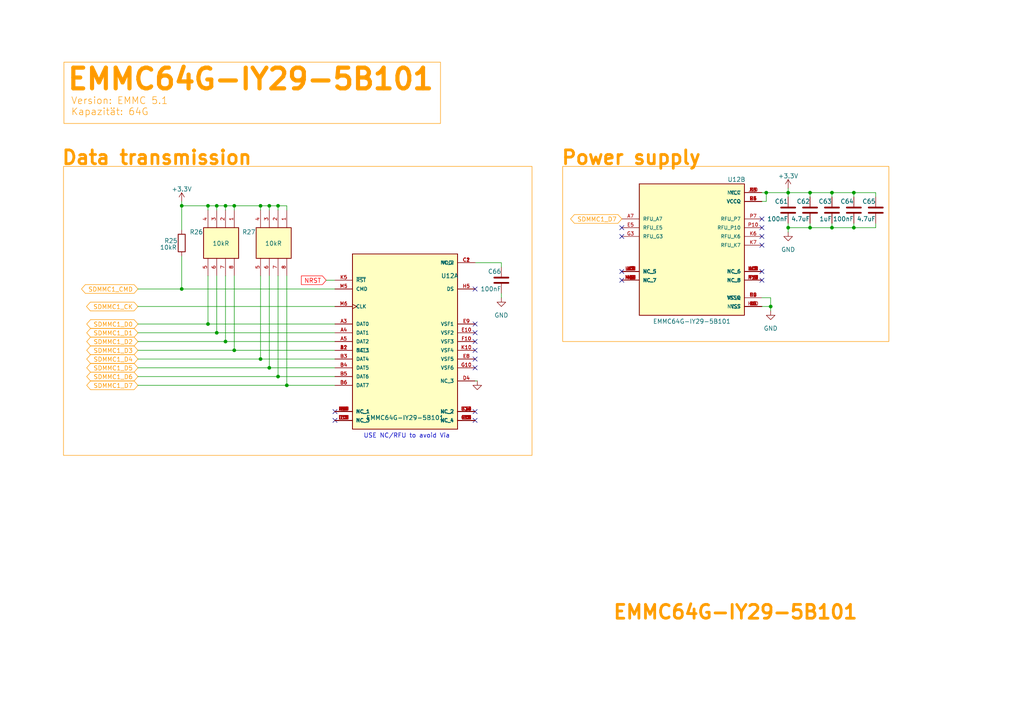
<source format=kicad_sch>
(kicad_sch
	(version 20231120)
	(generator "eeschema")
	(generator_version "8.0")
	(uuid "57636ac2-4640-4b85-88f2-f2e40b01e812")
	(paper "A4")
	(lib_symbols
		(symbol "1.Custom:EMMC64G-TY29-5B101"
			(pin_names
				(offset 1.016)
			)
			(exclude_from_sim no)
			(in_bom yes)
			(on_board yes)
			(property "Reference" "U12"
				(at 12.954 19.05 0)
				(effects
					(font
						(size 1.27 1.27)
					)
				)
			)
			(property "Value" "EMMC64G-IY29-5B101"
				(at 0 -22.098 0)
				(effects
					(font
						(size 1.27 1.27)
					)
				)
			)
			(property "Footprint" "1.Custom_Footprint_Library:EMMC"
				(at 0 0 0)
				(effects
					(font
						(size 1.27 1.27)
					)
					(justify bottom)
					(hide yes)
				)
			)
			(property "Datasheet" ""
				(at 0 0 0)
				(effects
					(font
						(size 1.27 1.27)
					)
					(hide yes)
				)
			)
			(property "Description" "\neMMC 5.1 (HS400) 153B 64GB\n"
				(at 0 0 0)
				(effects
					(font
						(size 1.27 1.27)
					)
					(justify bottom)
					(hide yes)
				)
			)
			(property "MF" "Kingston"
				(at 0 0 0)
				(effects
					(font
						(size 1.27 1.27)
					)
					(justify bottom)
					(hide yes)
				)
			)
			(property "MAXIMUM_PACKAGE_HEIGHT" "1.0 mm"
				(at 0 0 0)
				(effects
					(font
						(size 1.27 1.27)
					)
					(justify bottom)
					(hide yes)
				)
			)
			(property "Package" "None"
				(at 0 0 0)
				(effects
					(font
						(size 1.27 1.27)
					)
					(justify bottom)
					(hide yes)
				)
			)
			(property "Price" "None"
				(at 0 0 0)
				(effects
					(font
						(size 1.27 1.27)
					)
					(justify bottom)
					(hide yes)
				)
			)
			(property "Check_prices" "https://www.snapeda.com/parts/EMMC64G-TY29-5B101/Kingston/view-part/?ref=eda"
				(at 0 0 0)
				(effects
					(font
						(size 1.27 1.27)
					)
					(justify bottom)
					(hide yes)
				)
			)
			(property "STANDARD" "IPC-7351B"
				(at 0 0 0)
				(effects
					(font
						(size 1.27 1.27)
					)
					(justify bottom)
					(hide yes)
				)
			)
			(property "PARTREV" "N/A"
				(at 0 0 0)
				(effects
					(font
						(size 1.27 1.27)
					)
					(justify bottom)
					(hide yes)
				)
			)
			(property "SnapEDA_Link" "https://www.snapeda.com/parts/EMMC64G-TY29-5B101/Kingston/view-part/?ref=snap"
				(at 0 0 0)
				(effects
					(font
						(size 1.27 1.27)
					)
					(justify bottom)
					(hide yes)
				)
			)
			(property "MP" "EMMC64G-TY29-5B101"
				(at 0 0 0)
				(effects
					(font
						(size 1.27 1.27)
					)
					(justify bottom)
					(hide yes)
				)
			)
			(property "Purchase-URL" "https://www.snapeda.com/api/url_track_click_mouser/?unipart_id=11808892&manufacturer=Kingston&part_name=EMMC64G-TY29-5B101&search_term=emmc64g"
				(at 0 0 0)
				(effects
					(font
						(size 1.27 1.27)
					)
					(justify bottom)
					(hide yes)
				)
			)
			(property "MANUFACTURER" "Kingston"
				(at 0 0 0)
				(effects
					(font
						(size 1.27 1.27)
					)
					(justify bottom)
					(hide yes)
				)
			)
			(property "Availability" "In Stock"
				(at 0 0 0)
				(effects
					(font
						(size 1.27 1.27)
					)
					(justify bottom)
					(hide yes)
				)
			)
			(property "SNAPEDA_PN" "EMMC64G-TY29-5B101"
				(at 0 0 0)
				(effects
					(font
						(size 1.27 1.27)
					)
					(justify bottom)
					(hide yes)
				)
			)
			(symbol "EMMC64G-TY29-5B101_1_0"
				(rectangle
					(start -15.24 25.4)
					(end 15.24 -25.4)
					(stroke
						(width 0.254)
						(type default)
					)
					(fill
						(type background)
					)
				)
				(pin passive line
					(at -20.32 -2.54 0)
					(length 5.08)
					(name "NC_1"
						(effects
							(font
								(size 1.016 1.016)
							)
						)
					)
					(number "A1"
						(effects
							(font
								(size 1.016 1.016)
							)
						)
					)
				)
				(pin passive line
					(at -20.32 -20.32 0)
					(length 5.08)
					(name "NC_1"
						(effects
							(font
								(size 1.016 1.016)
							)
						)
					)
					(number "A10"
						(effects
							(font
								(size 1.016 1.016)
							)
						)
					)
				)
				(pin passive line
					(at -20.32 -20.32 0)
					(length 5.08)
					(name "NC_1"
						(effects
							(font
								(size 1.016 1.016)
							)
						)
					)
					(number "A11"
						(effects
							(font
								(size 1.016 1.016)
							)
						)
					)
				)
				(pin passive line
					(at -20.32 -20.32 0)
					(length 5.08)
					(name "NC_1"
						(effects
							(font
								(size 1.016 1.016)
							)
						)
					)
					(number "A12"
						(effects
							(font
								(size 1.016 1.016)
							)
						)
					)
				)
				(pin passive line
					(at -20.32 -20.32 0)
					(length 5.08)
					(name "NC_1"
						(effects
							(font
								(size 1.016 1.016)
							)
						)
					)
					(number "A13"
						(effects
							(font
								(size 1.016 1.016)
							)
						)
					)
				)
				(pin passive line
					(at -20.32 -20.32 0)
					(length 5.08)
					(name "NC_1"
						(effects
							(font
								(size 1.016 1.016)
							)
						)
					)
					(number "A14"
						(effects
							(font
								(size 1.016 1.016)
							)
						)
					)
				)
				(pin passive line
					(at -20.32 -5.08 0)
					(length 5.08) hide
					(name "NC_1"
						(effects
							(font
								(size 1.016 1.016)
							)
						)
					)
					(number "A2"
						(effects
							(font
								(size 1.016 1.016)
							)
						)
					)
				)
				(pin bidirectional line
					(at -20.32 5.08 0)
					(length 5.08)
					(name "DAT0"
						(effects
							(font
								(size 1.016 1.016)
							)
						)
					)
					(number "A3"
						(effects
							(font
								(size 1.016 1.016)
							)
						)
					)
				)
				(pin bidirectional line
					(at -20.32 2.54 0)
					(length 5.08)
					(name "DAT1"
						(effects
							(font
								(size 1.016 1.016)
							)
						)
					)
					(number "A4"
						(effects
							(font
								(size 1.016 1.016)
							)
						)
					)
				)
				(pin bidirectional line
					(at -20.32 0 0)
					(length 5.08)
					(name "DAT2"
						(effects
							(font
								(size 1.016 1.016)
							)
						)
					)
					(number "A5"
						(effects
							(font
								(size 1.016 1.016)
							)
						)
					)
				)
				(pin passive line
					(at -20.32 -20.32 0)
					(length 5.08)
					(name "NC_1"
						(effects
							(font
								(size 1.016 1.016)
							)
						)
					)
					(number "A8"
						(effects
							(font
								(size 1.016 1.016)
							)
						)
					)
				)
				(pin passive line
					(at -20.32 -20.32 0)
					(length 5.08)
					(name "NC_1"
						(effects
							(font
								(size 1.016 1.016)
							)
						)
					)
					(number "A9"
						(effects
							(font
								(size 1.016 1.016)
							)
						)
					)
				)
				(pin passive line
					(at -20.32 -20.32 0)
					(length 5.08)
					(name "NC_1"
						(effects
							(font
								(size 1.016 1.016)
							)
						)
					)
					(number "B1"
						(effects
							(font
								(size 1.016 1.016)
							)
						)
					)
				)
				(pin passive line
					(at -20.32 -20.32 0)
					(length 5.08)
					(name "NC_1"
						(effects
							(font
								(size 1.016 1.016)
							)
						)
					)
					(number "B10"
						(effects
							(font
								(size 1.016 1.016)
							)
						)
					)
				)
				(pin passive line
					(at 20.32 -20.32 180)
					(length 5.08)
					(name "NC_2"
						(effects
							(font
								(size 1.016 1.016)
							)
						)
					)
					(number "B11"
						(effects
							(font
								(size 1.016 1.016)
							)
						)
					)
				)
				(pin passive line
					(at 20.32 -20.32 180)
					(length 5.08)
					(name "NC_2"
						(effects
							(font
								(size 1.016 1.016)
							)
						)
					)
					(number "B12"
						(effects
							(font
								(size 1.016 1.016)
							)
						)
					)
				)
				(pin passive line
					(at 20.32 -20.32 180)
					(length 5.08)
					(name "NC_2"
						(effects
							(font
								(size 1.016 1.016)
							)
						)
					)
					(number "B13"
						(effects
							(font
								(size 1.016 1.016)
							)
						)
					)
				)
				(pin passive line
					(at 20.32 -20.32 180)
					(length 5.08)
					(name "NC_2"
						(effects
							(font
								(size 1.016 1.016)
							)
						)
					)
					(number "B14"
						(effects
							(font
								(size 1.016 1.016)
							)
						)
					)
				)
				(pin bidirectional line
					(at -20.32 -2.54 0)
					(length 5.08)
					(name "DAT3"
						(effects
							(font
								(size 1.016 1.016)
							)
						)
					)
					(number "B2"
						(effects
							(font
								(size 1.016 1.016)
							)
						)
					)
				)
				(pin bidirectional line
					(at -20.32 -5.08 0)
					(length 5.08)
					(name "DAT4"
						(effects
							(font
								(size 1.016 1.016)
							)
						)
					)
					(number "B3"
						(effects
							(font
								(size 1.016 1.016)
							)
						)
					)
				)
				(pin bidirectional line
					(at -20.32 -7.62 0)
					(length 5.08)
					(name "DAT5"
						(effects
							(font
								(size 1.016 1.016)
							)
						)
					)
					(number "B4"
						(effects
							(font
								(size 1.016 1.016)
							)
						)
					)
				)
				(pin bidirectional line
					(at -20.32 -10.16 0)
					(length 5.08)
					(name "DAT6"
						(effects
							(font
								(size 1.016 1.016)
							)
						)
					)
					(number "B5"
						(effects
							(font
								(size 1.016 1.016)
							)
						)
					)
				)
				(pin bidirectional line
					(at -20.32 -12.7 0)
					(length 5.08)
					(name "DAT7"
						(effects
							(font
								(size 1.016 1.016)
							)
						)
					)
					(number "B6"
						(effects
							(font
								(size 1.016 1.016)
							)
						)
					)
				)
				(pin passive line
					(at -20.32 -20.32 0)
					(length 5.08)
					(name "NC_1"
						(effects
							(font
								(size 1.016 1.016)
							)
						)
					)
					(number "B7"
						(effects
							(font
								(size 1.016 1.016)
							)
						)
					)
				)
				(pin passive line
					(at -20.32 -20.32 0)
					(length 5.08)
					(name "NC_1"
						(effects
							(font
								(size 1.016 1.016)
							)
						)
					)
					(number "B8"
						(effects
							(font
								(size 1.016 1.016)
							)
						)
					)
				)
				(pin passive line
					(at -20.32 -20.32 0)
					(length 5.08)
					(name "NC_1"
						(effects
							(font
								(size 1.016 1.016)
							)
						)
					)
					(number "B9"
						(effects
							(font
								(size 1.016 1.016)
							)
						)
					)
				)
				(pin passive line
					(at 20.32 22.86 180)
					(length 5.08)
					(name "NC_2"
						(effects
							(font
								(size 1.016 1.016)
							)
						)
					)
					(number "C1"
						(effects
							(font
								(size 1.016 1.016)
							)
						)
					)
				)
				(pin passive line
					(at 20.32 -20.32 180)
					(length 5.08)
					(name "NC_2"
						(effects
							(font
								(size 1.016 1.016)
							)
						)
					)
					(number "C10"
						(effects
							(font
								(size 1.016 1.016)
							)
						)
					)
				)
				(pin passive line
					(at 20.32 -20.32 180)
					(length 5.08)
					(name "NC_2"
						(effects
							(font
								(size 1.016 1.016)
							)
						)
					)
					(number "C11"
						(effects
							(font
								(size 1.016 1.016)
							)
						)
					)
				)
				(pin passive line
					(at 20.32 -20.32 180)
					(length 5.08)
					(name "NC_2"
						(effects
							(font
								(size 1.016 1.016)
							)
						)
					)
					(number "C12"
						(effects
							(font
								(size 1.016 1.016)
							)
						)
					)
				)
				(pin passive line
					(at 20.32 -20.32 180)
					(length 5.08)
					(name "NC_2"
						(effects
							(font
								(size 1.016 1.016)
							)
						)
					)
					(number "C13"
						(effects
							(font
								(size 1.016 1.016)
							)
						)
					)
				)
				(pin passive line
					(at 20.32 -20.32 180)
					(length 5.08)
					(name "NC_2"
						(effects
							(font
								(size 1.016 1.016)
							)
						)
					)
					(number "C14"
						(effects
							(font
								(size 1.016 1.016)
							)
						)
					)
				)
				(pin passive line
					(at 20.32 22.86 180)
					(length 5.08)
					(name "VDDI"
						(effects
							(font
								(size 1.016 1.016)
							)
						)
					)
					(number "C2"
						(effects
							(font
								(size 1.016 1.016)
							)
						)
					)
				)
				(pin passive line
					(at -20.32 -7.62 0)
					(length 5.08) hide
					(name "NC_2"
						(effects
							(font
								(size 1.016 1.016)
							)
						)
					)
					(number "C3"
						(effects
							(font
								(size 1.016 1.016)
							)
						)
					)
				)
				(pin passive line
					(at -20.32 -10.16 0)
					(length 5.08) hide
					(name "NC_2"
						(effects
							(font
								(size 1.016 1.016)
							)
						)
					)
					(number "C5"
						(effects
							(font
								(size 1.016 1.016)
							)
						)
					)
				)
				(pin passive line
					(at 20.32 -20.32 180)
					(length 5.08)
					(name "NC_2"
						(effects
							(font
								(size 1.016 1.016)
							)
						)
					)
					(number "C7"
						(effects
							(font
								(size 1.016 1.016)
							)
						)
					)
				)
				(pin passive line
					(at 20.32 -20.32 180)
					(length 5.08)
					(name "NC_2"
						(effects
							(font
								(size 1.016 1.016)
							)
						)
					)
					(number "C8"
						(effects
							(font
								(size 1.016 1.016)
							)
						)
					)
				)
				(pin passive line
					(at 20.32 -20.32 180)
					(length 5.08)
					(name "NC_2"
						(effects
							(font
								(size 1.016 1.016)
							)
						)
					)
					(number "C9"
						(effects
							(font
								(size 1.016 1.016)
							)
						)
					)
				)
				(pin passive line
					(at -20.32 -7.62 0)
					(length 5.08) hide
					(name "NC_3"
						(effects
							(font
								(size 1.016 1.016)
							)
						)
					)
					(number "D1"
						(effects
							(font
								(size 1.016 1.016)
							)
						)
					)
				)
				(pin passive line
					(at -20.32 -22.86 0)
					(length 5.08)
					(name "NC_3"
						(effects
							(font
								(size 1.016 1.016)
							)
						)
					)
					(number "D12"
						(effects
							(font
								(size 1.016 1.016)
							)
						)
					)
				)
				(pin passive line
					(at -20.32 -22.86 0)
					(length 5.08)
					(name "NC_3"
						(effects
							(font
								(size 1.016 1.016)
							)
						)
					)
					(number "D13"
						(effects
							(font
								(size 1.016 1.016)
							)
						)
					)
				)
				(pin passive line
					(at -20.32 -22.86 0)
					(length 5.08)
					(name "NC_3"
						(effects
							(font
								(size 1.016 1.016)
							)
						)
					)
					(number "D14"
						(effects
							(font
								(size 1.016 1.016)
							)
						)
					)
				)
				(pin passive line
					(at -20.32 -7.62 0)
					(length 5.08) hide
					(name "NC_3"
						(effects
							(font
								(size 1.016 1.016)
							)
						)
					)
					(number "D2"
						(effects
							(font
								(size 1.016 1.016)
							)
						)
					)
				)
				(pin passive line
					(at -20.32 -7.62 0)
					(length 5.08) hide
					(name "NC_3"
						(effects
							(font
								(size 1.016 1.016)
							)
						)
					)
					(number "D3"
						(effects
							(font
								(size 1.016 1.016)
							)
						)
					)
				)
				(pin passive line
					(at 20.32 -11.43 180)
					(length 5.08)
					(name "NC_3"
						(effects
							(font
								(size 1.016 1.016)
							)
						)
					)
					(number "D4"
						(effects
							(font
								(size 1.016 1.016)
							)
						)
					)
				)
				(pin passive line
					(at -20.32 -22.86 0)
					(length 5.08)
					(name "NC_3"
						(effects
							(font
								(size 1.016 1.016)
							)
						)
					)
					(number "E1"
						(effects
							(font
								(size 1.016 1.016)
							)
						)
					)
				)
				(pin bidirectional line
					(at 20.32 2.54 180)
					(length 5.08)
					(name "VSF2"
						(effects
							(font
								(size 1.016 1.016)
							)
						)
					)
					(number "E10"
						(effects
							(font
								(size 1.016 1.016)
							)
						)
					)
				)
				(pin passive line
					(at -20.32 -22.86 0)
					(length 5.08)
					(name "NC_3"
						(effects
							(font
								(size 1.016 1.016)
							)
						)
					)
					(number "E12"
						(effects
							(font
								(size 1.016 1.016)
							)
						)
					)
				)
				(pin passive line
					(at -20.32 -22.86 0)
					(length 5.08)
					(name "NC_3"
						(effects
							(font
								(size 1.016 1.016)
							)
						)
					)
					(number "E13"
						(effects
							(font
								(size 1.016 1.016)
							)
						)
					)
				)
				(pin passive line
					(at 20.32 -22.86 180)
					(length 5.08)
					(name "NC_4"
						(effects
							(font
								(size 1.016 1.016)
							)
						)
					)
					(number "E14"
						(effects
							(font
								(size 1.016 1.016)
							)
						)
					)
				)
				(pin passive line
					(at -20.32 -22.86 0)
					(length 5.08)
					(name "NC_3"
						(effects
							(font
								(size 1.016 1.016)
							)
						)
					)
					(number "E2"
						(effects
							(font
								(size 1.016 1.016)
							)
						)
					)
				)
				(pin passive line
					(at -20.32 -22.86 0)
					(length 5.08)
					(name "NC_3"
						(effects
							(font
								(size 1.016 1.016)
							)
						)
					)
					(number "E3"
						(effects
							(font
								(size 1.016 1.016)
							)
						)
					)
				)
				(pin bidirectional line
					(at 20.32 -5.08 180)
					(length 5.08)
					(name "VSF5"
						(effects
							(font
								(size 1.016 1.016)
							)
						)
					)
					(number "E8"
						(effects
							(font
								(size 1.016 1.016)
							)
						)
					)
				)
				(pin bidirectional line
					(at 20.32 5.08 180)
					(length 5.08)
					(name "VSF1"
						(effects
							(font
								(size 1.016 1.016)
							)
						)
					)
					(number "E9"
						(effects
							(font
								(size 1.016 1.016)
							)
						)
					)
				)
				(pin passive line
					(at 20.32 -22.86 180)
					(length 5.08)
					(name "NC_4"
						(effects
							(font
								(size 1.016 1.016)
							)
						)
					)
					(number "F1"
						(effects
							(font
								(size 1.016 1.016)
							)
						)
					)
				)
				(pin bidirectional line
					(at 20.32 0 180)
					(length 5.08)
					(name "VSF3"
						(effects
							(font
								(size 1.016 1.016)
							)
						)
					)
					(number "F10"
						(effects
							(font
								(size 1.016 1.016)
							)
						)
					)
				)
				(pin passive line
					(at 20.32 -22.86 180)
					(length 5.08)
					(name "NC_4"
						(effects
							(font
								(size 1.016 1.016)
							)
						)
					)
					(number "F12"
						(effects
							(font
								(size 1.016 1.016)
							)
						)
					)
				)
				(pin passive line
					(at 20.32 -22.86 180)
					(length 5.08)
					(name "NC_4"
						(effects
							(font
								(size 1.016 1.016)
							)
						)
					)
					(number "F13"
						(effects
							(font
								(size 1.016 1.016)
							)
						)
					)
				)
				(pin passive line
					(at 20.32 -22.86 180)
					(length 5.08)
					(name "NC_4"
						(effects
							(font
								(size 1.016 1.016)
							)
						)
					)
					(number "F14"
						(effects
							(font
								(size 1.016 1.016)
							)
						)
					)
				)
				(pin passive line
					(at 20.32 -22.86 180)
					(length 5.08)
					(name "NC_4"
						(effects
							(font
								(size 1.016 1.016)
							)
						)
					)
					(number "F2"
						(effects
							(font
								(size 1.016 1.016)
							)
						)
					)
				)
				(pin passive line
					(at 20.32 -22.86 180)
					(length 5.08)
					(name "NC_4"
						(effects
							(font
								(size 1.016 1.016)
							)
						)
					)
					(number "F3"
						(effects
							(font
								(size 1.016 1.016)
							)
						)
					)
				)
				(pin passive line
					(at 20.32 -22.86 180)
					(length 5.08)
					(name "NC_4"
						(effects
							(font
								(size 1.016 1.016)
							)
						)
					)
					(number "G1"
						(effects
							(font
								(size 1.016 1.016)
							)
						)
					)
				)
				(pin bidirectional line
					(at 20.32 -7.62 180)
					(length 5.08)
					(name "VSF6"
						(effects
							(font
								(size 1.016 1.016)
							)
						)
					)
					(number "G10"
						(effects
							(font
								(size 1.016 1.016)
							)
						)
					)
				)
				(pin passive line
					(at 20.32 -22.86 180)
					(length 5.08)
					(name "NC_4"
						(effects
							(font
								(size 1.016 1.016)
							)
						)
					)
					(number "G12"
						(effects
							(font
								(size 1.016 1.016)
							)
						)
					)
				)
				(pin passive line
					(at 20.32 -22.86 180)
					(length 5.08)
					(name "NC_4"
						(effects
							(font
								(size 1.016 1.016)
							)
						)
					)
					(number "G13"
						(effects
							(font
								(size 1.016 1.016)
							)
						)
					)
				)
				(pin passive line
					(at 20.32 -22.86 180)
					(length 5.08)
					(name "NC_4"
						(effects
							(font
								(size 1.016 1.016)
							)
						)
					)
					(number "G14"
						(effects
							(font
								(size 1.016 1.016)
							)
						)
					)
				)
				(pin passive line
					(at 20.32 -22.86 180)
					(length 5.08)
					(name "NC_4"
						(effects
							(font
								(size 1.016 1.016)
							)
						)
					)
					(number "G2"
						(effects
							(font
								(size 1.016 1.016)
							)
						)
					)
				)
				(pin bidirectional line
					(at 20.32 15.24 180)
					(length 5.08)
					(name "DS"
						(effects
							(font
								(size 1.016 1.016)
							)
						)
					)
					(number "H5"
						(effects
							(font
								(size 1.016 1.016)
							)
						)
					)
				)
				(pin bidirectional line
					(at 20.32 -2.54 180)
					(length 5.08)
					(name "VSF4"
						(effects
							(font
								(size 1.016 1.016)
							)
						)
					)
					(number "K10"
						(effects
							(font
								(size 1.016 1.016)
							)
						)
					)
				)
				(pin input line
					(at -20.32 17.78 0)
					(length 5.08)
					(name "~{RST}"
						(effects
							(font
								(size 1.016 1.016)
							)
						)
					)
					(number "K5"
						(effects
							(font
								(size 1.016 1.016)
							)
						)
					)
				)
				(pin bidirectional line
					(at -20.32 15.24 0)
					(length 5.08)
					(name "CMD"
						(effects
							(font
								(size 1.016 1.016)
							)
						)
					)
					(number "M5"
						(effects
							(font
								(size 1.016 1.016)
							)
						)
					)
				)
				(pin input clock
					(at -20.32 10.16 0)
					(length 5.08)
					(name "CLK"
						(effects
							(font
								(size 1.016 1.016)
							)
						)
					)
					(number "M6"
						(effects
							(font
								(size 1.016 1.016)
							)
						)
					)
				)
			)
			(symbol "EMMC64G-TY29-5B101_2_0"
				(rectangle
					(start -15.24 17.78)
					(end 15.24 -20.32)
					(stroke
						(width 0.254)
						(type default)
					)
					(fill
						(type background)
					)
				)
				(pin power_in line
					(at 20.32 -17.78 180)
					(length 5.08)
					(name "VSS"
						(effects
							(font
								(size 1.016 1.016)
							)
						)
					)
					(number "A6"
						(effects
							(font
								(size 1.016 1.016)
							)
						)
					)
				)
				(pin passive line
					(at -20.32 7.62 0)
					(length 5.08)
					(name "RFU_A7"
						(effects
							(font
								(size 1.016 1.016)
							)
						)
					)
					(number "A7"
						(effects
							(font
								(size 1.016 1.016)
							)
						)
					)
				)
				(pin power_in line
					(at 20.32 -15.24 180)
					(length 5.08)
					(name "VSSQ"
						(effects
							(font
								(size 1.016 1.016)
							)
						)
					)
					(number "C4"
						(effects
							(font
								(size 1.016 1.016)
							)
						)
					)
				)
				(pin power_in line
					(at 20.32 12.7 180)
					(length 5.08)
					(name "VCCQ"
						(effects
							(font
								(size 1.016 1.016)
							)
						)
					)
					(number "C6"
						(effects
							(font
								(size 1.016 1.016)
							)
						)
					)
				)
				(pin passive line
					(at -20.32 5.08 0)
					(length 5.08)
					(name "RFU_E5"
						(effects
							(font
								(size 1.016 1.016)
							)
						)
					)
					(number "E5"
						(effects
							(font
								(size 1.016 1.016)
							)
						)
					)
				)
				(pin power_in line
					(at 20.32 15.24 180)
					(length 5.08)
					(name "VCC"
						(effects
							(font
								(size 1.016 1.016)
							)
						)
					)
					(number "E6"
						(effects
							(font
								(size 1.016 1.016)
							)
						)
					)
				)
				(pin power_in line
					(at 20.32 -17.78 180)
					(length 5.08)
					(name "VSS"
						(effects
							(font
								(size 1.016 1.016)
							)
						)
					)
					(number "E7"
						(effects
							(font
								(size 1.016 1.016)
							)
						)
					)
				)
				(pin power_in line
					(at 20.32 15.24 180)
					(length 5.08)
					(name "VCC"
						(effects
							(font
								(size 1.016 1.016)
							)
						)
					)
					(number "F5"
						(effects
							(font
								(size 1.016 1.016)
							)
						)
					)
				)
				(pin passive line
					(at -20.32 2.54 0)
					(length 5.08)
					(name "RFU_G3"
						(effects
							(font
								(size 1.016 1.016)
							)
						)
					)
					(number "G3"
						(effects
							(font
								(size 1.016 1.016)
							)
						)
					)
				)
				(pin power_in line
					(at 20.32 -17.78 180)
					(length 5.08)
					(name "VSS"
						(effects
							(font
								(size 1.016 1.016)
							)
						)
					)
					(number "G5"
						(effects
							(font
								(size 1.016 1.016)
							)
						)
					)
				)
				(pin passive line
					(at -20.32 -7.62 0)
					(length 5.08)
					(name "NC_5"
						(effects
							(font
								(size 1.016 1.016)
							)
						)
					)
					(number "H1"
						(effects
							(font
								(size 1.016 1.016)
							)
						)
					)
				)
				(pin power_in line
					(at 20.32 -17.78 180)
					(length 5.08)
					(name "VSS"
						(effects
							(font
								(size 1.016 1.016)
							)
						)
					)
					(number "H10"
						(effects
							(font
								(size 1.016 1.016)
							)
						)
					)
				)
				(pin passive line
					(at -20.32 -7.62 0)
					(length 5.08)
					(name "NC_5"
						(effects
							(font
								(size 1.016 1.016)
							)
						)
					)
					(number "H12"
						(effects
							(font
								(size 1.016 1.016)
							)
						)
					)
				)
				(pin passive line
					(at -20.32 -7.62 0)
					(length 5.08)
					(name "NC_5"
						(effects
							(font
								(size 1.016 1.016)
							)
						)
					)
					(number "H13"
						(effects
							(font
								(size 1.016 1.016)
							)
						)
					)
				)
				(pin passive line
					(at -20.32 -7.62 0)
					(length 5.08)
					(name "NC_5"
						(effects
							(font
								(size 1.016 1.016)
							)
						)
					)
					(number "H14"
						(effects
							(font
								(size 1.016 1.016)
							)
						)
					)
				)
				(pin passive line
					(at -20.32 -7.62 0)
					(length 5.08)
					(name "NC_5"
						(effects
							(font
								(size 1.016 1.016)
							)
						)
					)
					(number "H2"
						(effects
							(font
								(size 1.016 1.016)
							)
						)
					)
				)
				(pin passive line
					(at -20.32 -7.62 0)
					(length 5.08)
					(name "NC_5"
						(effects
							(font
								(size 1.016 1.016)
							)
						)
					)
					(number "H3"
						(effects
							(font
								(size 1.016 1.016)
							)
						)
					)
				)
				(pin passive line
					(at -20.32 -7.62 0)
					(length 5.08)
					(name "NC_5"
						(effects
							(font
								(size 1.016 1.016)
							)
						)
					)
					(number "J1"
						(effects
							(font
								(size 1.016 1.016)
							)
						)
					)
				)
				(pin power_in line
					(at 20.32 15.24 180)
					(length 5.08)
					(name "VCC"
						(effects
							(font
								(size 1.016 1.016)
							)
						)
					)
					(number "J10"
						(effects
							(font
								(size 1.016 1.016)
							)
						)
					)
				)
				(pin passive line
					(at -20.32 -7.62 0)
					(length 5.08)
					(name "NC_5"
						(effects
							(font
								(size 1.016 1.016)
							)
						)
					)
					(number "J12"
						(effects
							(font
								(size 1.016 1.016)
							)
						)
					)
				)
				(pin passive line
					(at -20.32 -7.62 0)
					(length 5.08)
					(name "NC_5"
						(effects
							(font
								(size 1.016 1.016)
							)
						)
					)
					(number "J13"
						(effects
							(font
								(size 1.016 1.016)
							)
						)
					)
				)
				(pin passive line
					(at -20.32 -7.62 0)
					(length 5.08)
					(name "NC_5"
						(effects
							(font
								(size 1.016 1.016)
							)
						)
					)
					(number "J14"
						(effects
							(font
								(size 1.016 1.016)
							)
						)
					)
				)
				(pin passive line
					(at -20.32 -7.62 0)
					(length 5.08)
					(name "NC_5"
						(effects
							(font
								(size 1.016 1.016)
							)
						)
					)
					(number "J2"
						(effects
							(font
								(size 1.016 1.016)
							)
						)
					)
				)
				(pin passive line
					(at -20.32 -7.62 0)
					(length 5.08)
					(name "NC_5"
						(effects
							(font
								(size 1.016 1.016)
							)
						)
					)
					(number "J3"
						(effects
							(font
								(size 1.016 1.016)
							)
						)
					)
				)
				(pin power_in line
					(at 20.32 -17.78 180)
					(length 5.08)
					(name "VSS"
						(effects
							(font
								(size 1.016 1.016)
							)
						)
					)
					(number "J5"
						(effects
							(font
								(size 1.016 1.016)
							)
						)
					)
				)
				(pin passive line
					(at -20.32 -7.62 0)
					(length 5.08)
					(name "NC_5"
						(effects
							(font
								(size 1.016 1.016)
							)
						)
					)
					(number "K1"
						(effects
							(font
								(size 1.016 1.016)
							)
						)
					)
				)
				(pin passive line
					(at 20.32 -7.62 180)
					(length 5.08)
					(name "NC_6"
						(effects
							(font
								(size 1.016 1.016)
							)
						)
					)
					(number "K12"
						(effects
							(font
								(size 1.016 1.016)
							)
						)
					)
				)
				(pin passive line
					(at 20.32 -7.62 180)
					(length 5.08)
					(name "NC_6"
						(effects
							(font
								(size 1.016 1.016)
							)
						)
					)
					(number "K13"
						(effects
							(font
								(size 1.016 1.016)
							)
						)
					)
				)
				(pin passive line
					(at 20.32 -7.62 180)
					(length 5.08)
					(name "NC_6"
						(effects
							(font
								(size 1.016 1.016)
							)
						)
					)
					(number "K14"
						(effects
							(font
								(size 1.016 1.016)
							)
						)
					)
				)
				(pin passive line
					(at -20.32 -7.62 0)
					(length 5.08)
					(name "NC_5"
						(effects
							(font
								(size 1.016 1.016)
							)
						)
					)
					(number "K2"
						(effects
							(font
								(size 1.016 1.016)
							)
						)
					)
				)
				(pin passive line
					(at -20.32 -7.62 0)
					(length 5.08)
					(name "NC_5"
						(effects
							(font
								(size 1.016 1.016)
							)
						)
					)
					(number "K3"
						(effects
							(font
								(size 1.016 1.016)
							)
						)
					)
				)
				(pin passive line
					(at 20.32 2.54 180)
					(length 5.08)
					(name "RFU_K6"
						(effects
							(font
								(size 1.016 1.016)
							)
						)
					)
					(number "K6"
						(effects
							(font
								(size 1.016 1.016)
							)
						)
					)
				)
				(pin passive line
					(at 20.32 0 180)
					(length 5.08)
					(name "RFU_K7"
						(effects
							(font
								(size 1.016 1.016)
							)
						)
					)
					(number "K7"
						(effects
							(font
								(size 1.016 1.016)
							)
						)
					)
				)
				(pin power_in line
					(at 20.32 -17.78 180)
					(length 5.08)
					(name "VSS"
						(effects
							(font
								(size 1.016 1.016)
							)
						)
					)
					(number "K8"
						(effects
							(font
								(size 1.016 1.016)
							)
						)
					)
				)
				(pin power_in line
					(at 20.32 15.24 180)
					(length 5.08)
					(name "VCC"
						(effects
							(font
								(size 1.016 1.016)
							)
						)
					)
					(number "K9"
						(effects
							(font
								(size 1.016 1.016)
							)
						)
					)
				)
				(pin passive line
					(at 20.32 -7.62 180)
					(length 5.08)
					(name "NC_6"
						(effects
							(font
								(size 1.016 1.016)
							)
						)
					)
					(number "L1"
						(effects
							(font
								(size 1.016 1.016)
							)
						)
					)
				)
				(pin passive line
					(at 20.32 -7.62 180)
					(length 5.08)
					(name "NC_6"
						(effects
							(font
								(size 1.016 1.016)
							)
						)
					)
					(number "L12"
						(effects
							(font
								(size 1.016 1.016)
							)
						)
					)
				)
				(pin passive line
					(at 20.32 -7.62 180)
					(length 5.08)
					(name "NC_6"
						(effects
							(font
								(size 1.016 1.016)
							)
						)
					)
					(number "L13"
						(effects
							(font
								(size 1.016 1.016)
							)
						)
					)
				)
				(pin passive line
					(at 20.32 -7.62 180)
					(length 5.08)
					(name "NC_6"
						(effects
							(font
								(size 1.016 1.016)
							)
						)
					)
					(number "L14"
						(effects
							(font
								(size 1.016 1.016)
							)
						)
					)
				)
				(pin passive line
					(at 20.32 -7.62 180)
					(length 5.08)
					(name "NC_6"
						(effects
							(font
								(size 1.016 1.016)
							)
						)
					)
					(number "L2"
						(effects
							(font
								(size 1.016 1.016)
							)
						)
					)
				)
				(pin passive line
					(at 20.32 -7.62 180)
					(length 5.08)
					(name "NC_6"
						(effects
							(font
								(size 1.016 1.016)
							)
						)
					)
					(number "L3"
						(effects
							(font
								(size 1.016 1.016)
							)
						)
					)
				)
				(pin passive line
					(at 20.32 -7.62 180)
					(length 5.08)
					(name "NC_6"
						(effects
							(font
								(size 1.016 1.016)
							)
						)
					)
					(number "M1"
						(effects
							(font
								(size 1.016 1.016)
							)
						)
					)
				)
				(pin passive line
					(at -20.32 -10.16 0)
					(length 5.08)
					(name "NC_7"
						(effects
							(font
								(size 1.016 1.016)
							)
						)
					)
					(number "M10"
						(effects
							(font
								(size 1.016 1.016)
							)
						)
					)
				)
				(pin passive line
					(at -20.32 -10.16 0)
					(length 5.08)
					(name "NC_7"
						(effects
							(font
								(size 1.016 1.016)
							)
						)
					)
					(number "M11"
						(effects
							(font
								(size 1.016 1.016)
							)
						)
					)
				)
				(pin passive line
					(at -20.32 -10.16 0)
					(length 5.08)
					(name "NC_7"
						(effects
							(font
								(size 1.016 1.016)
							)
						)
					)
					(number "M12"
						(effects
							(font
								(size 1.016 1.016)
							)
						)
					)
				)
				(pin passive line
					(at -20.32 -10.16 0)
					(length 5.08)
					(name "NC_7"
						(effects
							(font
								(size 1.016 1.016)
							)
						)
					)
					(number "M13"
						(effects
							(font
								(size 1.016 1.016)
							)
						)
					)
				)
				(pin passive line
					(at -20.32 -10.16 0)
					(length 5.08)
					(name "NC_7"
						(effects
							(font
								(size 1.016 1.016)
							)
						)
					)
					(number "M14"
						(effects
							(font
								(size 1.016 1.016)
							)
						)
					)
				)
				(pin passive line
					(at 20.32 -7.62 180)
					(length 5.08)
					(name "NC_6"
						(effects
							(font
								(size 1.016 1.016)
							)
						)
					)
					(number "M2"
						(effects
							(font
								(size 1.016 1.016)
							)
						)
					)
				)
				(pin passive line
					(at 20.32 -7.62 180)
					(length 5.08)
					(name "NC_6"
						(effects
							(font
								(size 1.016 1.016)
							)
						)
					)
					(number "M3"
						(effects
							(font
								(size 1.016 1.016)
							)
						)
					)
				)
				(pin power_in line
					(at 20.32 12.7 180)
					(length 5.08)
					(name "VCCQ"
						(effects
							(font
								(size 1.016 1.016)
							)
						)
					)
					(number "M4"
						(effects
							(font
								(size 1.016 1.016)
							)
						)
					)
				)
				(pin passive line
					(at 20.32 -7.62 180)
					(length 5.08)
					(name "NC_6"
						(effects
							(font
								(size 1.016 1.016)
							)
						)
					)
					(number "M7"
						(effects
							(font
								(size 1.016 1.016)
							)
						)
					)
				)
				(pin passive line
					(at -20.32 -10.16 0)
					(length 5.08)
					(name "NC_7"
						(effects
							(font
								(size 1.016 1.016)
							)
						)
					)
					(number "M8"
						(effects
							(font
								(size 1.016 1.016)
							)
						)
					)
				)
				(pin passive line
					(at -20.32 -10.16 0)
					(length 5.08)
					(name "NC_7"
						(effects
							(font
								(size 1.016 1.016)
							)
						)
					)
					(number "M9"
						(effects
							(font
								(size 1.016 1.016)
							)
						)
					)
				)
				(pin passive line
					(at -20.32 -10.16 0)
					(length 5.08)
					(name "NC_7"
						(effects
							(font
								(size 1.016 1.016)
							)
						)
					)
					(number "N1"
						(effects
							(font
								(size 1.016 1.016)
							)
						)
					)
				)
				(pin passive line
					(at -20.32 -10.16 0)
					(length 5.08)
					(name "NC_7"
						(effects
							(font
								(size 1.016 1.016)
							)
						)
					)
					(number "N10"
						(effects
							(font
								(size 1.016 1.016)
							)
						)
					)
				)
				(pin passive line
					(at 20.32 -10.16 180)
					(length 5.08)
					(name "NC_8"
						(effects
							(font
								(size 1.016 1.016)
							)
						)
					)
					(number "N11"
						(effects
							(font
								(size 1.016 1.016)
							)
						)
					)
				)
				(pin passive line
					(at 20.32 -10.16 180)
					(length 5.08)
					(name "NC_8"
						(effects
							(font
								(size 1.016 1.016)
							)
						)
					)
					(number "N12"
						(effects
							(font
								(size 1.016 1.016)
							)
						)
					)
				)
				(pin passive line
					(at 20.32 -10.16 180)
					(length 5.08)
					(name "NC_8"
						(effects
							(font
								(size 1.016 1.016)
							)
						)
					)
					(number "N13"
						(effects
							(font
								(size 1.016 1.016)
							)
						)
					)
				)
				(pin passive line
					(at 20.32 -10.16 180)
					(length 5.08)
					(name "NC_8"
						(effects
							(font
								(size 1.016 1.016)
							)
						)
					)
					(number "N14"
						(effects
							(font
								(size 1.016 1.016)
							)
						)
					)
				)
				(pin power_in line
					(at 20.32 -15.24 180)
					(length 5.08)
					(name "VSSQ"
						(effects
							(font
								(size 1.016 1.016)
							)
						)
					)
					(number "N2"
						(effects
							(font
								(size 1.016 1.016)
							)
						)
					)
				)
				(pin passive line
					(at 20.32 15.24 180)
					(length 5.08)
					(name "NC_7"
						(effects
							(font
								(size 1.016 1.016)
							)
						)
					)
					(number "N3"
						(effects
							(font
								(size 1.016 1.016)
							)
						)
					)
				)
				(pin power_in line
					(at 20.32 12.7 180)
					(length 5.08)
					(name "VCCQ"
						(effects
							(font
								(size 1.016 1.016)
							)
						)
					)
					(number "N4"
						(effects
							(font
								(size 1.016 1.016)
							)
						)
					)
				)
				(pin power_in line
					(at 20.32 -15.24 180)
					(length 5.08)
					(name "VSSQ"
						(effects
							(font
								(size 1.016 1.016)
							)
						)
					)
					(number "N5"
						(effects
							(font
								(size 1.016 1.016)
							)
						)
					)
				)
				(pin passive line
					(at 20.32 -17.78 180)
					(length 5.08)
					(name "NC_7"
						(effects
							(font
								(size 1.016 1.016)
							)
						)
					)
					(number "N6"
						(effects
							(font
								(size 1.016 1.016)
							)
						)
					)
				)
				(pin passive line
					(at -20.32 -10.16 0)
					(length 5.08)
					(name "NC_7"
						(effects
							(font
								(size 1.016 1.016)
							)
						)
					)
					(number "N7"
						(effects
							(font
								(size 1.016 1.016)
							)
						)
					)
				)
				(pin passive line
					(at -20.32 -10.16 0)
					(length 5.08)
					(name "NC_7"
						(effects
							(font
								(size 1.016 1.016)
							)
						)
					)
					(number "N8"
						(effects
							(font
								(size 1.016 1.016)
							)
						)
					)
				)
				(pin passive line
					(at -20.32 -10.16 0)
					(length 5.08)
					(name "NC_7"
						(effects
							(font
								(size 1.016 1.016)
							)
						)
					)
					(number "N9"
						(effects
							(font
								(size 1.016 1.016)
							)
						)
					)
				)
				(pin passive line
					(at 20.32 -10.16 180)
					(length 5.08)
					(name "NC_8"
						(effects
							(font
								(size 1.016 1.016)
							)
						)
					)
					(number "P1"
						(effects
							(font
								(size 1.016 1.016)
							)
						)
					)
				)
				(pin passive line
					(at 20.32 5.08 180)
					(length 5.08)
					(name "RFU_P10"
						(effects
							(font
								(size 1.016 1.016)
							)
						)
					)
					(number "P10"
						(effects
							(font
								(size 1.016 1.016)
							)
						)
					)
				)
				(pin passive line
					(at 20.32 -10.16 180)
					(length 5.08)
					(name "NC_8"
						(effects
							(font
								(size 1.016 1.016)
							)
						)
					)
					(number "P11"
						(effects
							(font
								(size 1.016 1.016)
							)
						)
					)
				)
				(pin passive line
					(at 20.32 -10.16 180)
					(length 5.08)
					(name "NC_8"
						(effects
							(font
								(size 1.016 1.016)
							)
						)
					)
					(number "P12"
						(effects
							(font
								(size 1.016 1.016)
							)
						)
					)
				)
				(pin passive line
					(at 20.32 -10.16 180)
					(length 5.08)
					(name "NC_8"
						(effects
							(font
								(size 1.016 1.016)
							)
						)
					)
					(number "P13"
						(effects
							(font
								(size 1.016 1.016)
							)
						)
					)
				)
				(pin passive line
					(at 20.32 -10.16 180)
					(length 5.08)
					(name "NC_8"
						(effects
							(font
								(size 1.016 1.016)
							)
						)
					)
					(number "P14"
						(effects
							(font
								(size 1.016 1.016)
							)
						)
					)
				)
				(pin passive line
					(at 20.32 -15.24 180)
					(length 5.08)
					(name "NC_8"
						(effects
							(font
								(size 1.016 1.016)
							)
						)
					)
					(number "P2"
						(effects
							(font
								(size 1.016 1.016)
							)
						)
					)
				)
				(pin power_in line
					(at 20.32 12.7 180)
					(length 5.08)
					(name "VCCQ"
						(effects
							(font
								(size 1.016 1.016)
							)
						)
					)
					(number "P3"
						(effects
							(font
								(size 1.016 1.016)
							)
						)
					)
				)
				(pin power_in line
					(at 20.32 -15.24 180)
					(length 5.08)
					(name "VSSQ"
						(effects
							(font
								(size 1.016 1.016)
							)
						)
					)
					(number "P4"
						(effects
							(font
								(size 1.016 1.016)
							)
						)
					)
				)
				(pin power_in line
					(at 20.32 12.7 180)
					(length 5.08)
					(name "VCCQ"
						(effects
							(font
								(size 1.016 1.016)
							)
						)
					)
					(number "P5"
						(effects
							(font
								(size 1.016 1.016)
							)
						)
					)
				)
				(pin power_in line
					(at 20.32 -15.24 180)
					(length 5.08)
					(name "VSSQ"
						(effects
							(font
								(size 1.016 1.016)
							)
						)
					)
					(number "P6"
						(effects
							(font
								(size 1.016 1.016)
							)
						)
					)
				)
				(pin passive line
					(at 20.32 7.62 180)
					(length 5.08)
					(name "RFU_P7"
						(effects
							(font
								(size 1.016 1.016)
							)
						)
					)
					(number "P7"
						(effects
							(font
								(size 1.016 1.016)
							)
						)
					)
				)
				(pin passive line
					(at 20.32 -10.16 180)
					(length 5.08)
					(name "NC_8"
						(effects
							(font
								(size 1.016 1.016)
							)
						)
					)
					(number "P8"
						(effects
							(font
								(size 1.016 1.016)
							)
						)
					)
				)
				(pin passive line
					(at 20.32 -10.16 180)
					(length 5.08)
					(name "NC_8"
						(effects
							(font
								(size 1.016 1.016)
							)
						)
					)
					(number "P9"
						(effects
							(font
								(size 1.016 1.016)
							)
						)
					)
				)
			)
		)
		(symbol "Device:C"
			(pin_numbers hide)
			(pin_names
				(offset 0.254)
			)
			(exclude_from_sim no)
			(in_bom yes)
			(on_board yes)
			(property "Reference" "C"
				(at 0.635 2.54 0)
				(effects
					(font
						(size 1.27 1.27)
					)
					(justify left)
				)
			)
			(property "Value" "C"
				(at 0.635 -2.54 0)
				(effects
					(font
						(size 1.27 1.27)
					)
					(justify left)
				)
			)
			(property "Footprint" ""
				(at 0.9652 -3.81 0)
				(effects
					(font
						(size 1.27 1.27)
					)
					(hide yes)
				)
			)
			(property "Datasheet" "~"
				(at 0 0 0)
				(effects
					(font
						(size 1.27 1.27)
					)
					(hide yes)
				)
			)
			(property "Description" "Unpolarized capacitor"
				(at 0 0 0)
				(effects
					(font
						(size 1.27 1.27)
					)
					(hide yes)
				)
			)
			(property "ki_keywords" "cap capacitor"
				(at 0 0 0)
				(effects
					(font
						(size 1.27 1.27)
					)
					(hide yes)
				)
			)
			(property "ki_fp_filters" "C_*"
				(at 0 0 0)
				(effects
					(font
						(size 1.27 1.27)
					)
					(hide yes)
				)
			)
			(symbol "C_0_1"
				(polyline
					(pts
						(xy -2.032 -0.762) (xy 2.032 -0.762)
					)
					(stroke
						(width 0.508)
						(type default)
					)
					(fill
						(type none)
					)
				)
				(polyline
					(pts
						(xy -2.032 0.762) (xy 2.032 0.762)
					)
					(stroke
						(width 0.508)
						(type default)
					)
					(fill
						(type none)
					)
				)
			)
			(symbol "C_1_1"
				(pin passive line
					(at 0 3.81 270)
					(length 2.794)
					(name "~"
						(effects
							(font
								(size 1.27 1.27)
							)
						)
					)
					(number "1"
						(effects
							(font
								(size 1.27 1.27)
							)
						)
					)
				)
				(pin passive line
					(at 0 -3.81 90)
					(length 2.794)
					(name "~"
						(effects
							(font
								(size 1.27 1.27)
							)
						)
					)
					(number "2"
						(effects
							(font
								(size 1.27 1.27)
							)
						)
					)
				)
			)
		)
		(symbol "Device:R"
			(pin_numbers hide)
			(pin_names
				(offset 0)
			)
			(exclude_from_sim no)
			(in_bom yes)
			(on_board yes)
			(property "Reference" "R"
				(at 2.032 0 90)
				(effects
					(font
						(size 1.27 1.27)
					)
				)
			)
			(property "Value" "R"
				(at 0 0 90)
				(effects
					(font
						(size 1.27 1.27)
					)
				)
			)
			(property "Footprint" ""
				(at -1.778 0 90)
				(effects
					(font
						(size 1.27 1.27)
					)
					(hide yes)
				)
			)
			(property "Datasheet" "~"
				(at 0 0 0)
				(effects
					(font
						(size 1.27 1.27)
					)
					(hide yes)
				)
			)
			(property "Description" "Resistor"
				(at 0 0 0)
				(effects
					(font
						(size 1.27 1.27)
					)
					(hide yes)
				)
			)
			(property "ki_keywords" "R res resistor"
				(at 0 0 0)
				(effects
					(font
						(size 1.27 1.27)
					)
					(hide yes)
				)
			)
			(property "ki_fp_filters" "R_*"
				(at 0 0 0)
				(effects
					(font
						(size 1.27 1.27)
					)
					(hide yes)
				)
			)
			(symbol "R_0_1"
				(rectangle
					(start -1.016 -2.54)
					(end 1.016 2.54)
					(stroke
						(width 0.254)
						(type default)
					)
					(fill
						(type none)
					)
				)
			)
			(symbol "R_1_1"
				(pin passive line
					(at 0 3.81 270)
					(length 1.27)
					(name "~"
						(effects
							(font
								(size 1.27 1.27)
							)
						)
					)
					(number "1"
						(effects
							(font
								(size 1.27 1.27)
							)
						)
					)
				)
				(pin passive line
					(at 0 -3.81 90)
					(length 1.27)
					(name "~"
						(effects
							(font
								(size 1.27 1.27)
							)
						)
					)
					(number "2"
						(effects
							(font
								(size 1.27 1.27)
							)
						)
					)
				)
			)
		)
		(symbol "EMMC64G-TY29-5B101_1"
			(pin_names
				(offset 1.016)
			)
			(exclude_from_sim no)
			(in_bom yes)
			(on_board yes)
			(property "Reference" "U12"
				(at 12.954 19.05 0)
				(effects
					(font
						(size 1.27 1.27)
					)
				)
			)
			(property "Value" "EMMC64G-IY29-5B101"
				(at 0 -22.098 0)
				(effects
					(font
						(size 1.27 1.27)
					)
				)
			)
			(property "Footprint" "1.Custom_Footprint_Library:EMMC"
				(at 0 0 0)
				(effects
					(font
						(size 1.27 1.27)
					)
					(justify bottom)
					(hide yes)
				)
			)
			(property "Datasheet" ""
				(at 0 0 0)
				(effects
					(font
						(size 1.27 1.27)
					)
					(hide yes)
				)
			)
			(property "Description" "\neMMC 5.1 (HS400) 153B 64GB\n"
				(at 0 0 0)
				(effects
					(font
						(size 1.27 1.27)
					)
					(justify bottom)
					(hide yes)
				)
			)
			(property "MF" "Kingston"
				(at 0 0 0)
				(effects
					(font
						(size 1.27 1.27)
					)
					(justify bottom)
					(hide yes)
				)
			)
			(property "MAXIMUM_PACKAGE_HEIGHT" "1.0 mm"
				(at 0 0 0)
				(effects
					(font
						(size 1.27 1.27)
					)
					(justify bottom)
					(hide yes)
				)
			)
			(property "Package" "None"
				(at 0 0 0)
				(effects
					(font
						(size 1.27 1.27)
					)
					(justify bottom)
					(hide yes)
				)
			)
			(property "Price" "None"
				(at 0 0 0)
				(effects
					(font
						(size 1.27 1.27)
					)
					(justify bottom)
					(hide yes)
				)
			)
			(property "Check_prices" "https://www.snapeda.com/parts/EMMC64G-TY29-5B101/Kingston/view-part/?ref=eda"
				(at 0 0 0)
				(effects
					(font
						(size 1.27 1.27)
					)
					(justify bottom)
					(hide yes)
				)
			)
			(property "STANDARD" "IPC-7351B"
				(at 0 0 0)
				(effects
					(font
						(size 1.27 1.27)
					)
					(justify bottom)
					(hide yes)
				)
			)
			(property "PARTREV" "N/A"
				(at 0 0 0)
				(effects
					(font
						(size 1.27 1.27)
					)
					(justify bottom)
					(hide yes)
				)
			)
			(property "SnapEDA_Link" "https://www.snapeda.com/parts/EMMC64G-TY29-5B101/Kingston/view-part/?ref=snap"
				(at 0 0 0)
				(effects
					(font
						(size 1.27 1.27)
					)
					(justify bottom)
					(hide yes)
				)
			)
			(property "MP" "EMMC64G-TY29-5B101"
				(at 0 0 0)
				(effects
					(font
						(size 1.27 1.27)
					)
					(justify bottom)
					(hide yes)
				)
			)
			(property "Purchase-URL" "https://www.snapeda.com/api/url_track_click_mouser/?unipart_id=11808892&manufacturer=Kingston&part_name=EMMC64G-TY29-5B101&search_term=emmc64g"
				(at 0 0 0)
				(effects
					(font
						(size 1.27 1.27)
					)
					(justify bottom)
					(hide yes)
				)
			)
			(property "MANUFACTURER" "Kingston"
				(at 0 0 0)
				(effects
					(font
						(size 1.27 1.27)
					)
					(justify bottom)
					(hide yes)
				)
			)
			(property "Availability" "In Stock"
				(at 0 0 0)
				(effects
					(font
						(size 1.27 1.27)
					)
					(justify bottom)
					(hide yes)
				)
			)
			(property "SNAPEDA_PN" "EMMC64G-TY29-5B101"
				(at 0 0 0)
				(effects
					(font
						(size 1.27 1.27)
					)
					(justify bottom)
					(hide yes)
				)
			)
			(symbol "EMMC64G-TY29-5B101_1_1_0"
				(rectangle
					(start -15.24 25.4)
					(end 15.24 -25.4)
					(stroke
						(width 0.254)
						(type default)
					)
					(fill
						(type background)
					)
				)
				(pin passive line
					(at -20.32 -2.54 0)
					(length 5.08)
					(name "NC_1"
						(effects
							(font
								(size 1.016 1.016)
							)
						)
					)
					(number "A1"
						(effects
							(font
								(size 1.016 1.016)
							)
						)
					)
				)
				(pin passive line
					(at -20.32 -20.32 0)
					(length 5.08)
					(name "NC_1"
						(effects
							(font
								(size 1.016 1.016)
							)
						)
					)
					(number "A10"
						(effects
							(font
								(size 1.016 1.016)
							)
						)
					)
				)
				(pin passive line
					(at -20.32 -20.32 0)
					(length 5.08)
					(name "NC_1"
						(effects
							(font
								(size 1.016 1.016)
							)
						)
					)
					(number "A11"
						(effects
							(font
								(size 1.016 1.016)
							)
						)
					)
				)
				(pin passive line
					(at -20.32 -20.32 0)
					(length 5.08)
					(name "NC_1"
						(effects
							(font
								(size 1.016 1.016)
							)
						)
					)
					(number "A12"
						(effects
							(font
								(size 1.016 1.016)
							)
						)
					)
				)
				(pin passive line
					(at -20.32 -20.32 0)
					(length 5.08)
					(name "NC_1"
						(effects
							(font
								(size 1.016 1.016)
							)
						)
					)
					(number "A13"
						(effects
							(font
								(size 1.016 1.016)
							)
						)
					)
				)
				(pin passive line
					(at -20.32 -20.32 0)
					(length 5.08)
					(name "NC_1"
						(effects
							(font
								(size 1.016 1.016)
							)
						)
					)
					(number "A14"
						(effects
							(font
								(size 1.016 1.016)
							)
						)
					)
				)
				(pin passive line
					(at -20.32 -5.08 0)
					(length 5.08) hide
					(name "NC_1"
						(effects
							(font
								(size 1.016 1.016)
							)
						)
					)
					(number "A2"
						(effects
							(font
								(size 1.016 1.016)
							)
						)
					)
				)
				(pin bidirectional line
					(at -20.32 5.08 0)
					(length 5.08)
					(name "DAT0"
						(effects
							(font
								(size 1.016 1.016)
							)
						)
					)
					(number "A3"
						(effects
							(font
								(size 1.016 1.016)
							)
						)
					)
				)
				(pin bidirectional line
					(at -20.32 2.54 0)
					(length 5.08)
					(name "DAT1"
						(effects
							(font
								(size 1.016 1.016)
							)
						)
					)
					(number "A4"
						(effects
							(font
								(size 1.016 1.016)
							)
						)
					)
				)
				(pin bidirectional line
					(at -20.32 0 0)
					(length 5.08)
					(name "DAT2"
						(effects
							(font
								(size 1.016 1.016)
							)
						)
					)
					(number "A5"
						(effects
							(font
								(size 1.016 1.016)
							)
						)
					)
				)
				(pin passive line
					(at -20.32 -20.32 0)
					(length 5.08)
					(name "NC_1"
						(effects
							(font
								(size 1.016 1.016)
							)
						)
					)
					(number "A8"
						(effects
							(font
								(size 1.016 1.016)
							)
						)
					)
				)
				(pin passive line
					(at -20.32 -20.32 0)
					(length 5.08)
					(name "NC_1"
						(effects
							(font
								(size 1.016 1.016)
							)
						)
					)
					(number "A9"
						(effects
							(font
								(size 1.016 1.016)
							)
						)
					)
				)
				(pin passive line
					(at -20.32 -20.32 0)
					(length 5.08)
					(name "NC_1"
						(effects
							(font
								(size 1.016 1.016)
							)
						)
					)
					(number "B1"
						(effects
							(font
								(size 1.016 1.016)
							)
						)
					)
				)
				(pin passive line
					(at -20.32 -20.32 0)
					(length 5.08)
					(name "NC_1"
						(effects
							(font
								(size 1.016 1.016)
							)
						)
					)
					(number "B10"
						(effects
							(font
								(size 1.016 1.016)
							)
						)
					)
				)
				(pin passive line
					(at 20.32 -20.32 180)
					(length 5.08)
					(name "NC_2"
						(effects
							(font
								(size 1.016 1.016)
							)
						)
					)
					(number "B11"
						(effects
							(font
								(size 1.016 1.016)
							)
						)
					)
				)
				(pin passive line
					(at 20.32 -20.32 180)
					(length 5.08)
					(name "NC_2"
						(effects
							(font
								(size 1.016 1.016)
							)
						)
					)
					(number "B12"
						(effects
							(font
								(size 1.016 1.016)
							)
						)
					)
				)
				(pin passive line
					(at 20.32 -20.32 180)
					(length 5.08)
					(name "NC_2"
						(effects
							(font
								(size 1.016 1.016)
							)
						)
					)
					(number "B13"
						(effects
							(font
								(size 1.016 1.016)
							)
						)
					)
				)
				(pin passive line
					(at 20.32 -20.32 180)
					(length 5.08)
					(name "NC_2"
						(effects
							(font
								(size 1.016 1.016)
							)
						)
					)
					(number "B14"
						(effects
							(font
								(size 1.016 1.016)
							)
						)
					)
				)
				(pin bidirectional line
					(at -20.32 -2.54 0)
					(length 5.08)
					(name "DAT3"
						(effects
							(font
								(size 1.016 1.016)
							)
						)
					)
					(number "B2"
						(effects
							(font
								(size 1.016 1.016)
							)
						)
					)
				)
				(pin bidirectional line
					(at -20.32 -5.08 0)
					(length 5.08)
					(name "DAT4"
						(effects
							(font
								(size 1.016 1.016)
							)
						)
					)
					(number "B3"
						(effects
							(font
								(size 1.016 1.016)
							)
						)
					)
				)
				(pin bidirectional line
					(at -20.32 -7.62 0)
					(length 5.08)
					(name "DAT5"
						(effects
							(font
								(size 1.016 1.016)
							)
						)
					)
					(number "B4"
						(effects
							(font
								(size 1.016 1.016)
							)
						)
					)
				)
				(pin bidirectional line
					(at -20.32 -10.16 0)
					(length 5.08)
					(name "DAT6"
						(effects
							(font
								(size 1.016 1.016)
							)
						)
					)
					(number "B5"
						(effects
							(font
								(size 1.016 1.016)
							)
						)
					)
				)
				(pin bidirectional line
					(at -20.32 -12.7 0)
					(length 5.08)
					(name "DAT7"
						(effects
							(font
								(size 1.016 1.016)
							)
						)
					)
					(number "B6"
						(effects
							(font
								(size 1.016 1.016)
							)
						)
					)
				)
				(pin passive line
					(at -20.32 -20.32 0)
					(length 5.08)
					(name "NC_1"
						(effects
							(font
								(size 1.016 1.016)
							)
						)
					)
					(number "B7"
						(effects
							(font
								(size 1.016 1.016)
							)
						)
					)
				)
				(pin passive line
					(at -20.32 -20.32 0)
					(length 5.08)
					(name "NC_1"
						(effects
							(font
								(size 1.016 1.016)
							)
						)
					)
					(number "B8"
						(effects
							(font
								(size 1.016 1.016)
							)
						)
					)
				)
				(pin passive line
					(at -20.32 -20.32 0)
					(length 5.08)
					(name "NC_1"
						(effects
							(font
								(size 1.016 1.016)
							)
						)
					)
					(number "B9"
						(effects
							(font
								(size 1.016 1.016)
							)
						)
					)
				)
				(pin passive line
					(at 20.32 22.86 180)
					(length 5.08)
					(name "NC_2"
						(effects
							(font
								(size 1.016 1.016)
							)
						)
					)
					(number "C1"
						(effects
							(font
								(size 1.016 1.016)
							)
						)
					)
				)
				(pin passive line
					(at 20.32 -20.32 180)
					(length 5.08)
					(name "NC_2"
						(effects
							(font
								(size 1.016 1.016)
							)
						)
					)
					(number "C10"
						(effects
							(font
								(size 1.016 1.016)
							)
						)
					)
				)
				(pin passive line
					(at 20.32 -20.32 180)
					(length 5.08)
					(name "NC_2"
						(effects
							(font
								(size 1.016 1.016)
							)
						)
					)
					(number "C11"
						(effects
							(font
								(size 1.016 1.016)
							)
						)
					)
				)
				(pin passive line
					(at 20.32 -20.32 180)
					(length 5.08)
					(name "NC_2"
						(effects
							(font
								(size 1.016 1.016)
							)
						)
					)
					(number "C12"
						(effects
							(font
								(size 1.016 1.016)
							)
						)
					)
				)
				(pin passive line
					(at 20.32 -20.32 180)
					(length 5.08)
					(name "NC_2"
						(effects
							(font
								(size 1.016 1.016)
							)
						)
					)
					(number "C13"
						(effects
							(font
								(size 1.016 1.016)
							)
						)
					)
				)
				(pin passive line
					(at 20.32 -20.32 180)
					(length 5.08)
					(name "NC_2"
						(effects
							(font
								(size 1.016 1.016)
							)
						)
					)
					(number "C14"
						(effects
							(font
								(size 1.016 1.016)
							)
						)
					)
				)
				(pin passive line
					(at 20.32 22.86 180)
					(length 5.08)
					(name "VDDI"
						(effects
							(font
								(size 1.016 1.016)
							)
						)
					)
					(number "C2"
						(effects
							(font
								(size 1.016 1.016)
							)
						)
					)
				)
				(pin passive line
					(at -20.32 -7.62 0)
					(length 5.08) hide
					(name "NC_2"
						(effects
							(font
								(size 1.016 1.016)
							)
						)
					)
					(number "C3"
						(effects
							(font
								(size 1.016 1.016)
							)
						)
					)
				)
				(pin passive line
					(at -20.32 -10.16 0)
					(length 5.08) hide
					(name "NC_2"
						(effects
							(font
								(size 1.016 1.016)
							)
						)
					)
					(number "C5"
						(effects
							(font
								(size 1.016 1.016)
							)
						)
					)
				)
				(pin passive line
					(at 20.32 -20.32 180)
					(length 5.08)
					(name "NC_2"
						(effects
							(font
								(size 1.016 1.016)
							)
						)
					)
					(number "C7"
						(effects
							(font
								(size 1.016 1.016)
							)
						)
					)
				)
				(pin passive line
					(at 20.32 -20.32 180)
					(length 5.08)
					(name "NC_2"
						(effects
							(font
								(size 1.016 1.016)
							)
						)
					)
					(number "C8"
						(effects
							(font
								(size 1.016 1.016)
							)
						)
					)
				)
				(pin passive line
					(at 20.32 -20.32 180)
					(length 5.08)
					(name "NC_2"
						(effects
							(font
								(size 1.016 1.016)
							)
						)
					)
					(number "C9"
						(effects
							(font
								(size 1.016 1.016)
							)
						)
					)
				)
				(pin passive line
					(at -20.32 -7.62 0)
					(length 5.08) hide
					(name "NC_3"
						(effects
							(font
								(size 1.016 1.016)
							)
						)
					)
					(number "D1"
						(effects
							(font
								(size 1.016 1.016)
							)
						)
					)
				)
				(pin passive line
					(at -20.32 -22.86 0)
					(length 5.08)
					(name "NC_3"
						(effects
							(font
								(size 1.016 1.016)
							)
						)
					)
					(number "D12"
						(effects
							(font
								(size 1.016 1.016)
							)
						)
					)
				)
				(pin passive line
					(at -20.32 -22.86 0)
					(length 5.08)
					(name "NC_3"
						(effects
							(font
								(size 1.016 1.016)
							)
						)
					)
					(number "D13"
						(effects
							(font
								(size 1.016 1.016)
							)
						)
					)
				)
				(pin passive line
					(at -20.32 -22.86 0)
					(length 5.08)
					(name "NC_3"
						(effects
							(font
								(size 1.016 1.016)
							)
						)
					)
					(number "D14"
						(effects
							(font
								(size 1.016 1.016)
							)
						)
					)
				)
				(pin passive line
					(at -20.32 -7.62 0)
					(length 5.08) hide
					(name "NC_3"
						(effects
							(font
								(size 1.016 1.016)
							)
						)
					)
					(number "D2"
						(effects
							(font
								(size 1.016 1.016)
							)
						)
					)
				)
				(pin passive line
					(at -20.32 -7.62 0)
					(length 5.08) hide
					(name "NC_3"
						(effects
							(font
								(size 1.016 1.016)
							)
						)
					)
					(number "D3"
						(effects
							(font
								(size 1.016 1.016)
							)
						)
					)
				)
				(pin passive line
					(at 20.32 -11.43 180)
					(length 5.08)
					(name "NC_3"
						(effects
							(font
								(size 1.016 1.016)
							)
						)
					)
					(number "D4"
						(effects
							(font
								(size 1.016 1.016)
							)
						)
					)
				)
				(pin passive line
					(at -20.32 -22.86 0)
					(length 5.08)
					(name "NC_3"
						(effects
							(font
								(size 1.016 1.016)
							)
						)
					)
					(number "E1"
						(effects
							(font
								(size 1.016 1.016)
							)
						)
					)
				)
				(pin bidirectional line
					(at 20.32 2.54 180)
					(length 5.08)
					(name "VSF2"
						(effects
							(font
								(size 1.016 1.016)
							)
						)
					)
					(number "E10"
						(effects
							(font
								(size 1.016 1.016)
							)
						)
					)
				)
				(pin passive line
					(at -20.32 -22.86 0)
					(length 5.08)
					(name "NC_3"
						(effects
							(font
								(size 1.016 1.016)
							)
						)
					)
					(number "E12"
						(effects
							(font
								(size 1.016 1.016)
							)
						)
					)
				)
				(pin passive line
					(at -20.32 -22.86 0)
					(length 5.08)
					(name "NC_3"
						(effects
							(font
								(size 1.016 1.016)
							)
						)
					)
					(number "E13"
						(effects
							(font
								(size 1.016 1.016)
							)
						)
					)
				)
				(pin passive line
					(at 20.32 -22.86 180)
					(length 5.08)
					(name "NC_4"
						(effects
							(font
								(size 1.016 1.016)
							)
						)
					)
					(number "E14"
						(effects
							(font
								(size 1.016 1.016)
							)
						)
					)
				)
				(pin passive line
					(at -20.32 -22.86 0)
					(length 5.08)
					(name "NC_3"
						(effects
							(font
								(size 1.016 1.016)
							)
						)
					)
					(number "E2"
						(effects
							(font
								(size 1.016 1.016)
							)
						)
					)
				)
				(pin passive line
					(at -20.32 -22.86 0)
					(length 5.08)
					(name "NC_3"
						(effects
							(font
								(size 1.016 1.016)
							)
						)
					)
					(number "E3"
						(effects
							(font
								(size 1.016 1.016)
							)
						)
					)
				)
				(pin bidirectional line
					(at 20.32 -5.08 180)
					(length 5.08)
					(name "VSF5"
						(effects
							(font
								(size 1.016 1.016)
							)
						)
					)
					(number "E8"
						(effects
							(font
								(size 1.016 1.016)
							)
						)
					)
				)
				(pin bidirectional line
					(at 20.32 5.08 180)
					(length 5.08)
					(name "VSF1"
						(effects
							(font
								(size 1.016 1.016)
							)
						)
					)
					(number "E9"
						(effects
							(font
								(size 1.016 1.016)
							)
						)
					)
				)
				(pin passive line
					(at 20.32 -22.86 180)
					(length 5.08)
					(name "NC_4"
						(effects
							(font
								(size 1.016 1.016)
							)
						)
					)
					(number "F1"
						(effects
							(font
								(size 1.016 1.016)
							)
						)
					)
				)
				(pin bidirectional line
					(at 20.32 0 180)
					(length 5.08)
					(name "VSF3"
						(effects
							(font
								(size 1.016 1.016)
							)
						)
					)
					(number "F10"
						(effects
							(font
								(size 1.016 1.016)
							)
						)
					)
				)
				(pin passive line
					(at 20.32 -22.86 180)
					(length 5.08)
					(name "NC_4"
						(effects
							(font
								(size 1.016 1.016)
							)
						)
					)
					(number "F12"
						(effects
							(font
								(size 1.016 1.016)
							)
						)
					)
				)
				(pin passive line
					(at 20.32 -22.86 180)
					(length 5.08)
					(name "NC_4"
						(effects
							(font
								(size 1.016 1.016)
							)
						)
					)
					(number "F13"
						(effects
							(font
								(size 1.016 1.016)
							)
						)
					)
				)
				(pin passive line
					(at 20.32 -22.86 180)
					(length 5.08)
					(name "NC_4"
						(effects
							(font
								(size 1.016 1.016)
							)
						)
					)
					(number "F14"
						(effects
							(font
								(size 1.016 1.016)
							)
						)
					)
				)
				(pin passive line
					(at 20.32 -22.86 180)
					(length 5.08)
					(name "NC_4"
						(effects
							(font
								(size 1.016 1.016)
							)
						)
					)
					(number "F2"
						(effects
							(font
								(size 1.016 1.016)
							)
						)
					)
				)
				(pin passive line
					(at 20.32 -22.86 180)
					(length 5.08)
					(name "NC_4"
						(effects
							(font
								(size 1.016 1.016)
							)
						)
					)
					(number "F3"
						(effects
							(font
								(size 1.016 1.016)
							)
						)
					)
				)
				(pin passive line
					(at 20.32 -22.86 180)
					(length 5.08)
					(name "NC_4"
						(effects
							(font
								(size 1.016 1.016)
							)
						)
					)
					(number "G1"
						(effects
							(font
								(size 1.016 1.016)
							)
						)
					)
				)
				(pin bidirectional line
					(at 20.32 -7.62 180)
					(length 5.08)
					(name "VSF6"
						(effects
							(font
								(size 1.016 1.016)
							)
						)
					)
					(number "G10"
						(effects
							(font
								(size 1.016 1.016)
							)
						)
					)
				)
				(pin passive line
					(at 20.32 -22.86 180)
					(length 5.08)
					(name "NC_4"
						(effects
							(font
								(size 1.016 1.016)
							)
						)
					)
					(number "G12"
						(effects
							(font
								(size 1.016 1.016)
							)
						)
					)
				)
				(pin passive line
					(at 20.32 -22.86 180)
					(length 5.08)
					(name "NC_4"
						(effects
							(font
								(size 1.016 1.016)
							)
						)
					)
					(number "G13"
						(effects
							(font
								(size 1.016 1.016)
							)
						)
					)
				)
				(pin passive line
					(at 20.32 -22.86 180)
					(length 5.08)
					(name "NC_4"
						(effects
							(font
								(size 1.016 1.016)
							)
						)
					)
					(number "G14"
						(effects
							(font
								(size 1.016 1.016)
							)
						)
					)
				)
				(pin passive line
					(at 20.32 -22.86 180)
					(length 5.08)
					(name "NC_4"
						(effects
							(font
								(size 1.016 1.016)
							)
						)
					)
					(number "G2"
						(effects
							(font
								(size 1.016 1.016)
							)
						)
					)
				)
				(pin bidirectional line
					(at 20.32 15.24 180)
					(length 5.08)
					(name "DS"
						(effects
							(font
								(size 1.016 1.016)
							)
						)
					)
					(number "H5"
						(effects
							(font
								(size 1.016 1.016)
							)
						)
					)
				)
				(pin bidirectional line
					(at 20.32 -2.54 180)
					(length 5.08)
					(name "VSF4"
						(effects
							(font
								(size 1.016 1.016)
							)
						)
					)
					(number "K10"
						(effects
							(font
								(size 1.016 1.016)
							)
						)
					)
				)
				(pin input line
					(at -20.32 17.78 0)
					(length 5.08)
					(name "~{RST}"
						(effects
							(font
								(size 1.016 1.016)
							)
						)
					)
					(number "K5"
						(effects
							(font
								(size 1.016 1.016)
							)
						)
					)
				)
				(pin bidirectional line
					(at -20.32 15.24 0)
					(length 5.08)
					(name "CMD"
						(effects
							(font
								(size 1.016 1.016)
							)
						)
					)
					(number "M5"
						(effects
							(font
								(size 1.016 1.016)
							)
						)
					)
				)
				(pin input clock
					(at -20.32 10.16 0)
					(length 5.08)
					(name "CLK"
						(effects
							(font
								(size 1.016 1.016)
							)
						)
					)
					(number "M6"
						(effects
							(font
								(size 1.016 1.016)
							)
						)
					)
				)
			)
			(symbol "EMMC64G-TY29-5B101_1_2_0"
				(rectangle
					(start -15.24 17.78)
					(end 15.24 -20.32)
					(stroke
						(width 0.254)
						(type default)
					)
					(fill
						(type background)
					)
				)
				(pin power_in line
					(at 20.32 -17.78 180)
					(length 5.08)
					(name "VSS"
						(effects
							(font
								(size 1.016 1.016)
							)
						)
					)
					(number "A6"
						(effects
							(font
								(size 1.016 1.016)
							)
						)
					)
				)
				(pin passive line
					(at -20.32 7.62 0)
					(length 5.08)
					(name "RFU_A7"
						(effects
							(font
								(size 1.016 1.016)
							)
						)
					)
					(number "A7"
						(effects
							(font
								(size 1.016 1.016)
							)
						)
					)
				)
				(pin power_in line
					(at 20.32 -15.24 180)
					(length 5.08)
					(name "VSSQ"
						(effects
							(font
								(size 1.016 1.016)
							)
						)
					)
					(number "C4"
						(effects
							(font
								(size 1.016 1.016)
							)
						)
					)
				)
				(pin power_in line
					(at 20.32 12.7 180)
					(length 5.08)
					(name "VCCQ"
						(effects
							(font
								(size 1.016 1.016)
							)
						)
					)
					(number "C6"
						(effects
							(font
								(size 1.016 1.016)
							)
						)
					)
				)
				(pin passive line
					(at -20.32 5.08 0)
					(length 5.08)
					(name "RFU_E5"
						(effects
							(font
								(size 1.016 1.016)
							)
						)
					)
					(number "E5"
						(effects
							(font
								(size 1.016 1.016)
							)
						)
					)
				)
				(pin power_in line
					(at 20.32 15.24 180)
					(length 5.08)
					(name "VCC"
						(effects
							(font
								(size 1.016 1.016)
							)
						)
					)
					(number "E6"
						(effects
							(font
								(size 1.016 1.016)
							)
						)
					)
				)
				(pin power_in line
					(at 20.32 -17.78 180)
					(length 5.08)
					(name "VSS"
						(effects
							(font
								(size 1.016 1.016)
							)
						)
					)
					(number "E7"
						(effects
							(font
								(size 1.016 1.016)
							)
						)
					)
				)
				(pin power_in line
					(at 20.32 15.24 180)
					(length 5.08)
					(name "VCC"
						(effects
							(font
								(size 1.016 1.016)
							)
						)
					)
					(number "F5"
						(effects
							(font
								(size 1.016 1.016)
							)
						)
					)
				)
				(pin passive line
					(at -20.32 2.54 0)
					(length 5.08)
					(name "RFU_G3"
						(effects
							(font
								(size 1.016 1.016)
							)
						)
					)
					(number "G3"
						(effects
							(font
								(size 1.016 1.016)
							)
						)
					)
				)
				(pin power_in line
					(at 20.32 -17.78 180)
					(length 5.08)
					(name "VSS"
						(effects
							(font
								(size 1.016 1.016)
							)
						)
					)
					(number "G5"
						(effects
							(font
								(size 1.016 1.016)
							)
						)
					)
				)
				(pin passive line
					(at -20.32 -7.62 0)
					(length 5.08)
					(name "NC_5"
						(effects
							(font
								(size 1.016 1.016)
							)
						)
					)
					(number "H1"
						(effects
							(font
								(size 1.016 1.016)
							)
						)
					)
				)
				(pin power_in line
					(at 20.32 -17.78 180)
					(length 5.08)
					(name "VSS"
						(effects
							(font
								(size 1.016 1.016)
							)
						)
					)
					(number "H10"
						(effects
							(font
								(size 1.016 1.016)
							)
						)
					)
				)
				(pin passive line
					(at -20.32 -7.62 0)
					(length 5.08)
					(name "NC_5"
						(effects
							(font
								(size 1.016 1.016)
							)
						)
					)
					(number "H12"
						(effects
							(font
								(size 1.016 1.016)
							)
						)
					)
				)
				(pin passive line
					(at -20.32 -7.62 0)
					(length 5.08)
					(name "NC_5"
						(effects
							(font
								(size 1.016 1.016)
							)
						)
					)
					(number "H13"
						(effects
							(font
								(size 1.016 1.016)
							)
						)
					)
				)
				(pin passive line
					(at -20.32 -7.62 0)
					(length 5.08)
					(name "NC_5"
						(effects
							(font
								(size 1.016 1.016)
							)
						)
					)
					(number "H14"
						(effects
							(font
								(size 1.016 1.016)
							)
						)
					)
				)
				(pin passive line
					(at -20.32 -7.62 0)
					(length 5.08)
					(name "NC_5"
						(effects
							(font
								(size 1.016 1.016)
							)
						)
					)
					(number "H2"
						(effects
							(font
								(size 1.016 1.016)
							)
						)
					)
				)
				(pin passive line
					(at -20.32 -7.62 0)
					(length 5.08)
					(name "NC_5"
						(effects
							(font
								(size 1.016 1.016)
							)
						)
					)
					(number "H3"
						(effects
							(font
								(size 1.016 1.016)
							)
						)
					)
				)
				(pin passive line
					(at -20.32 -7.62 0)
					(length 5.08)
					(name "NC_5"
						(effects
							(font
								(size 1.016 1.016)
							)
						)
					)
					(number "J1"
						(effects
							(font
								(size 1.016 1.016)
							)
						)
					)
				)
				(pin power_in line
					(at 20.32 15.24 180)
					(length 5.08)
					(name "VCC"
						(effects
							(font
								(size 1.016 1.016)
							)
						)
					)
					(number "J10"
						(effects
							(font
								(size 1.016 1.016)
							)
						)
					)
				)
				(pin passive line
					(at -20.32 -7.62 0)
					(length 5.08)
					(name "NC_5"
						(effects
							(font
								(size 1.016 1.016)
							)
						)
					)
					(number "J12"
						(effects
							(font
								(size 1.016 1.016)
							)
						)
					)
				)
				(pin passive line
					(at -20.32 -7.62 0)
					(length 5.08)
					(name "NC_5"
						(effects
							(font
								(size 1.016 1.016)
							)
						)
					)
					(number "J13"
						(effects
							(font
								(size 1.016 1.016)
							)
						)
					)
				)
				(pin passive line
					(at -20.32 -7.62 0)
					(length 5.08)
					(name "NC_5"
						(effects
							(font
								(size 1.016 1.016)
							)
						)
					)
					(number "J14"
						(effects
							(font
								(size 1.016 1.016)
							)
						)
					)
				)
				(pin passive line
					(at -20.32 -7.62 0)
					(length 5.08)
					(name "NC_5"
						(effects
							(font
								(size 1.016 1.016)
							)
						)
					)
					(number "J2"
						(effects
							(font
								(size 1.016 1.016)
							)
						)
					)
				)
				(pin passive line
					(at -20.32 -7.62 0)
					(length 5.08)
					(name "NC_5"
						(effects
							(font
								(size 1.016 1.016)
							)
						)
					)
					(number "J3"
						(effects
							(font
								(size 1.016 1.016)
							)
						)
					)
				)
				(pin power_in line
					(at 20.32 -17.78 180)
					(length 5.08)
					(name "VSS"
						(effects
							(font
								(size 1.016 1.016)
							)
						)
					)
					(number "J5"
						(effects
							(font
								(size 1.016 1.016)
							)
						)
					)
				)
				(pin passive line
					(at -20.32 -7.62 0)
					(length 5.08)
					(name "NC_5"
						(effects
							(font
								(size 1.016 1.016)
							)
						)
					)
					(number "K1"
						(effects
							(font
								(size 1.016 1.016)
							)
						)
					)
				)
				(pin passive line
					(at 20.32 -7.62 180)
					(length 5.08)
					(name "NC_6"
						(effects
							(font
								(size 1.016 1.016)
							)
						)
					)
					(number "K12"
						(effects
							(font
								(size 1.016 1.016)
							)
						)
					)
				)
				(pin passive line
					(at 20.32 -7.62 180)
					(length 5.08)
					(name "NC_6"
						(effects
							(font
								(size 1.016 1.016)
							)
						)
					)
					(number "K13"
						(effects
							(font
								(size 1.016 1.016)
							)
						)
					)
				)
				(pin passive line
					(at 20.32 -7.62 180)
					(length 5.08)
					(name "NC_6"
						(effects
							(font
								(size 1.016 1.016)
							)
						)
					)
					(number "K14"
						(effects
							(font
								(size 1.016 1.016)
							)
						)
					)
				)
				(pin passive line
					(at -20.32 -7.62 0)
					(length 5.08)
					(name "NC_5"
						(effects
							(font
								(size 1.016 1.016)
							)
						)
					)
					(number "K2"
						(effects
							(font
								(size 1.016 1.016)
							)
						)
					)
				)
				(pin passive line
					(at -20.32 -7.62 0)
					(length 5.08)
					(name "NC_5"
						(effects
							(font
								(size 1.016 1.016)
							)
						)
					)
					(number "K3"
						(effects
							(font
								(size 1.016 1.016)
							)
						)
					)
				)
				(pin passive line
					(at 20.32 2.54 180)
					(length 5.08)
					(name "RFU_K6"
						(effects
							(font
								(size 1.016 1.016)
							)
						)
					)
					(number "K6"
						(effects
							(font
								(size 1.016 1.016)
							)
						)
					)
				)
				(pin passive line
					(at 20.32 0 180)
					(length 5.08)
					(name "RFU_K7"
						(effects
							(font
								(size 1.016 1.016)
							)
						)
					)
					(number "K7"
						(effects
							(font
								(size 1.016 1.016)
							)
						)
					)
				)
				(pin power_in line
					(at 20.32 -17.78 180)
					(length 5.08)
					(name "VSS"
						(effects
							(font
								(size 1.016 1.016)
							)
						)
					)
					(number "K8"
						(effects
							(font
								(size 1.016 1.016)
							)
						)
					)
				)
				(pin power_in line
					(at 20.32 15.24 180)
					(length 5.08)
					(name "VCC"
						(effects
							(font
								(size 1.016 1.016)
							)
						)
					)
					(number "K9"
						(effects
							(font
								(size 1.016 1.016)
							)
						)
					)
				)
				(pin passive line
					(at 20.32 -7.62 180)
					(length 5.08)
					(name "NC_6"
						(effects
							(font
								(size 1.016 1.016)
							)
						)
					)
					(number "L1"
						(effects
							(font
								(size 1.016 1.016)
							)
						)
					)
				)
				(pin passive line
					(at 20.32 -7.62 180)
					(length 5.08)
					(name "NC_6"
						(effects
							(font
								(size 1.016 1.016)
							)
						)
					)
					(number "L12"
						(effects
							(font
								(size 1.016 1.016)
							)
						)
					)
				)
				(pin passive line
					(at 20.32 -7.62 180)
					(length 5.08)
					(name "NC_6"
						(effects
							(font
								(size 1.016 1.016)
							)
						)
					)
					(number "L13"
						(effects
							(font
								(size 1.016 1.016)
							)
						)
					)
				)
				(pin passive line
					(at 20.32 -7.62 180)
					(length 5.08)
					(name "NC_6"
						(effects
							(font
								(size 1.016 1.016)
							)
						)
					)
					(number "L14"
						(effects
							(font
								(size 1.016 1.016)
							)
						)
					)
				)
				(pin passive line
					(at 20.32 -7.62 180)
					(length 5.08)
					(name "NC_6"
						(effects
							(font
								(size 1.016 1.016)
							)
						)
					)
					(number "L2"
						(effects
							(font
								(size 1.016 1.016)
							)
						)
					)
				)
				(pin passive line
					(at 20.32 -7.62 180)
					(length 5.08)
					(name "NC_6"
						(effects
							(font
								(size 1.016 1.016)
							)
						)
					)
					(number "L3"
						(effects
							(font
								(size 1.016 1.016)
							)
						)
					)
				)
				(pin passive line
					(at 20.32 -7.62 180)
					(length 5.08)
					(name "NC_6"
						(effects
							(font
								(size 1.016 1.016)
							)
						)
					)
					(number "M1"
						(effects
							(font
								(size 1.016 1.016)
							)
						)
					)
				)
				(pin passive line
					(at -20.32 -10.16 0)
					(length 5.08)
					(name "NC_7"
						(effects
							(font
								(size 1.016 1.016)
							)
						)
					)
					(number "M10"
						(effects
							(font
								(size 1.016 1.016)
							)
						)
					)
				)
				(pin passive line
					(at -20.32 -10.16 0)
					(length 5.08)
					(name "NC_7"
						(effects
							(font
								(size 1.016 1.016)
							)
						)
					)
					(number "M11"
						(effects
							(font
								(size 1.016 1.016)
							)
						)
					)
				)
				(pin passive line
					(at -20.32 -10.16 0)
					(length 5.08)
					(name "NC_7"
						(effects
							(font
								(size 1.016 1.016)
							)
						)
					)
					(number "M12"
						(effects
							(font
								(size 1.016 1.016)
							)
						)
					)
				)
				(pin passive line
					(at -20.32 -10.16 0)
					(length 5.08)
					(name "NC_7"
						(effects
							(font
								(size 1.016 1.016)
							)
						)
					)
					(number "M13"
						(effects
							(font
								(size 1.016 1.016)
							)
						)
					)
				)
				(pin passive line
					(at -20.32 -10.16 0)
					(length 5.08)
					(name "NC_7"
						(effects
							(font
								(size 1.016 1.016)
							)
						)
					)
					(number "M14"
						(effects
							(font
								(size 1.016 1.016)
							)
						)
					)
				)
				(pin passive line
					(at 20.32 -7.62 180)
					(length 5.08)
					(name "NC_6"
						(effects
							(font
								(size 1.016 1.016)
							)
						)
					)
					(number "M2"
						(effects
							(font
								(size 1.016 1.016)
							)
						)
					)
				)
				(pin passive line
					(at 20.32 -7.62 180)
					(length 5.08)
					(name "NC_6"
						(effects
							(font
								(size 1.016 1.016)
							)
						)
					)
					(number "M3"
						(effects
							(font
								(size 1.016 1.016)
							)
						)
					)
				)
				(pin power_in line
					(at 20.32 12.7 180)
					(length 5.08)
					(name "VCCQ"
						(effects
							(font
								(size 1.016 1.016)
							)
						)
					)
					(number "M4"
						(effects
							(font
								(size 1.016 1.016)
							)
						)
					)
				)
				(pin passive line
					(at 20.32 -7.62 180)
					(length 5.08)
					(name "NC_6"
						(effects
							(font
								(size 1.016 1.016)
							)
						)
					)
					(number "M7"
						(effects
							(font
								(size 1.016 1.016)
							)
						)
					)
				)
				(pin passive line
					(at -20.32 -10.16 0)
					(length 5.08)
					(name "NC_7"
						(effects
							(font
								(size 1.016 1.016)
							)
						)
					)
					(number "M8"
						(effects
							(font
								(size 1.016 1.016)
							)
						)
					)
				)
				(pin passive line
					(at -20.32 -10.16 0)
					(length 5.08)
					(name "NC_7"
						(effects
							(font
								(size 1.016 1.016)
							)
						)
					)
					(number "M9"
						(effects
							(font
								(size 1.016 1.016)
							)
						)
					)
				)
				(pin passive line
					(at -20.32 -10.16 0)
					(length 5.08)
					(name "NC_7"
						(effects
							(font
								(size 1.016 1.016)
							)
						)
					)
					(number "N1"
						(effects
							(font
								(size 1.016 1.016)
							)
						)
					)
				)
				(pin passive line
					(at -20.32 -10.16 0)
					(length 5.08)
					(name "NC_7"
						(effects
							(font
								(size 1.016 1.016)
							)
						)
					)
					(number "N10"
						(effects
							(font
								(size 1.016 1.016)
							)
						)
					)
				)
				(pin passive line
					(at 20.32 -10.16 180)
					(length 5.08)
					(name "NC_8"
						(effects
							(font
								(size 1.016 1.016)
							)
						)
					)
					(number "N11"
						(effects
							(font
								(size 1.016 1.016)
							)
						)
					)
				)
				(pin passive line
					(at 20.32 -10.16 180)
					(length 5.08)
					(name "NC_8"
						(effects
							(font
								(size 1.016 1.016)
							)
						)
					)
					(number "N12"
						(effects
							(font
								(size 1.016 1.016)
							)
						)
					)
				)
				(pin passive line
					(at 20.32 -10.16 180)
					(length 5.08)
					(name "NC_8"
						(effects
							(font
								(size 1.016 1.016)
							)
						)
					)
					(number "N13"
						(effects
							(font
								(size 1.016 1.016)
							)
						)
					)
				)
				(pin passive line
					(at 20.32 -10.16 180)
					(length 5.08)
					(name "NC_8"
						(effects
							(font
								(size 1.016 1.016)
							)
						)
					)
					(number "N14"
						(effects
							(font
								(size 1.016 1.016)
							)
						)
					)
				)
				(pin power_in line
					(at 20.32 -15.24 180)
					(length 5.08)
					(name "VSSQ"
						(effects
							(font
								(size 1.016 1.016)
							)
						)
					)
					(number "N2"
						(effects
							(font
								(size 1.016 1.016)
							)
						)
					)
				)
				(pin passive line
					(at 20.32 15.24 180)
					(length 5.08)
					(name "NC_7"
						(effects
							(font
								(size 1.016 1.016)
							)
						)
					)
					(number "N3"
						(effects
							(font
								(size 1.016 1.016)
							)
						)
					)
				)
				(pin power_in line
					(at 20.32 12.7 180)
					(length 5.08)
					(name "VCCQ"
						(effects
							(font
								(size 1.016 1.016)
							)
						)
					)
					(number "N4"
						(effects
							(font
								(size 1.016 1.016)
							)
						)
					)
				)
				(pin power_in line
					(at 20.32 -15.24 180)
					(length 5.08)
					(name "VSSQ"
						(effects
							(font
								(size 1.016 1.016)
							)
						)
					)
					(number "N5"
						(effects
							(font
								(size 1.016 1.016)
							)
						)
					)
				)
				(pin passive line
					(at 20.32 -17.78 180)
					(length 5.08)
					(name "NC_7"
						(effects
							(font
								(size 1.016 1.016)
							)
						)
					)
					(number "N6"
						(effects
							(font
								(size 1.016 1.016)
							)
						)
					)
				)
				(pin passive line
					(at -20.32 -10.16 0)
					(length 5.08)
					(name "NC_7"
						(effects
							(font
								(size 1.016 1.016)
							)
						)
					)
					(number "N7"
						(effects
							(font
								(size 1.016 1.016)
							)
						)
					)
				)
				(pin passive line
					(at -20.32 -10.16 0)
					(length 5.08)
					(name "NC_7"
						(effects
							(font
								(size 1.016 1.016)
							)
						)
					)
					(number "N8"
						(effects
							(font
								(size 1.016 1.016)
							)
						)
					)
				)
				(pin passive line
					(at -20.32 -10.16 0)
					(length 5.08)
					(name "NC_7"
						(effects
							(font
								(size 1.016 1.016)
							)
						)
					)
					(number "N9"
						(effects
							(font
								(size 1.016 1.016)
							)
						)
					)
				)
				(pin passive line
					(at 20.32 -10.16 180)
					(length 5.08)
					(name "NC_8"
						(effects
							(font
								(size 1.016 1.016)
							)
						)
					)
					(number "P1"
						(effects
							(font
								(size 1.016 1.016)
							)
						)
					)
				)
				(pin passive line
					(at 20.32 5.08 180)
					(length 5.08)
					(name "RFU_P10"
						(effects
							(font
								(size 1.016 1.016)
							)
						)
					)
					(number "P10"
						(effects
							(font
								(size 1.016 1.016)
							)
						)
					)
				)
				(pin passive line
					(at 20.32 -10.16 180)
					(length 5.08)
					(name "NC_8"
						(effects
							(font
								(size 1.016 1.016)
							)
						)
					)
					(number "P11"
						(effects
							(font
								(size 1.016 1.016)
							)
						)
					)
				)
				(pin passive line
					(at 20.32 -10.16 180)
					(length 5.08)
					(name "NC_8"
						(effects
							(font
								(size 1.016 1.016)
							)
						)
					)
					(number "P12"
						(effects
							(font
								(size 1.016 1.016)
							)
						)
					)
				)
				(pin passive line
					(at 20.32 -10.16 180)
					(length 5.08)
					(name "NC_8"
						(effects
							(font
								(size 1.016 1.016)
							)
						)
					)
					(number "P13"
						(effects
							(font
								(size 1.016 1.016)
							)
						)
					)
				)
				(pin passive line
					(at 20.32 -10.16 180)
					(length 5.08)
					(name "NC_8"
						(effects
							(font
								(size 1.016 1.016)
							)
						)
					)
					(number "P14"
						(effects
							(font
								(size 1.016 1.016)
							)
						)
					)
				)
				(pin passive line
					(at 20.32 -15.24 180)
					(length 5.08)
					(name "NC_8"
						(effects
							(font
								(size 1.016 1.016)
							)
						)
					)
					(number "P2"
						(effects
							(font
								(size 1.016 1.016)
							)
						)
					)
				)
				(pin power_in line
					(at 20.32 12.7 180)
					(length 5.08)
					(name "VCCQ"
						(effects
							(font
								(size 1.016 1.016)
							)
						)
					)
					(number "P3"
						(effects
							(font
								(size 1.016 1.016)
							)
						)
					)
				)
				(pin power_in line
					(at 20.32 -15.24 180)
					(length 5.08)
					(name "VSSQ"
						(effects
							(font
								(size 1.016 1.016)
							)
						)
					)
					(number "P4"
						(effects
							(font
								(size 1.016 1.016)
							)
						)
					)
				)
				(pin power_in line
					(at 20.32 12.7 180)
					(length 5.08)
					(name "VCCQ"
						(effects
							(font
								(size 1.016 1.016)
							)
						)
					)
					(number "P5"
						(effects
							(font
								(size 1.016 1.016)
							)
						)
					)
				)
				(pin power_in line
					(at 20.32 -15.24 180)
					(length 5.08)
					(name "VSSQ"
						(effects
							(font
								(size 1.016 1.016)
							)
						)
					)
					(number "P6"
						(effects
							(font
								(size 1.016 1.016)
							)
						)
					)
				)
				(pin passive line
					(at 20.32 7.62 180)
					(length 5.08)
					(name "RFU_P7"
						(effects
							(font
								(size 1.016 1.016)
							)
						)
					)
					(number "P7"
						(effects
							(font
								(size 1.016 1.016)
							)
						)
					)
				)
				(pin passive line
					(at 20.32 -10.16 180)
					(length 5.08)
					(name "NC_8"
						(effects
							(font
								(size 1.016 1.016)
							)
						)
					)
					(number "P8"
						(effects
							(font
								(size 1.016 1.016)
							)
						)
					)
				)
				(pin passive line
					(at 20.32 -10.16 180)
					(length 5.08)
					(name "NC_8"
						(effects
							(font
								(size 1.016 1.016)
							)
						)
					)
					(number "P9"
						(effects
							(font
								(size 1.016 1.016)
							)
						)
					)
				)
			)
		)
		(symbol "EXBV8V103JV_1"
			(pin_names
				(offset 1.016)
			)
			(exclude_from_sim no)
			(in_bom yes)
			(on_board yes)
			(property "Reference" "R16"
				(at -6.35 -4.064 90)
				(effects
					(font
						(size 1.27 1.27)
					)
					(justify left)
				)
			)
			(property "Value" "10kR"
				(at -3.048 2.54 90)
				(effects
					(font
						(size 1.27 1.27)
					)
					(justify left)
				)
			)
			(property "Footprint" "EXBV8V103JV:RESCAV80P325X165X70-8N"
				(at 0.508 -19.05 0)
				(effects
					(font
						(size 1.27 1.27)
					)
					(justify bottom)
					(hide yes)
				)
			)
			(property "Datasheet" ""
				(at 0 0 0)
				(effects
					(font
						(size 1.27 1.27)
					)
					(hide yes)
				)
			)
			(property "Description" "\n10k Ohm ±5% 62.5mW Power Per Element Isolated 4 Resistor Network/Array ±200ppm/°C 1206 (3216 Metric), Concave, Long Side Terminals\n"
				(at 0.508 -19.05 0)
				(effects
					(font
						(size 1.27 1.27)
					)
					(justify bottom)
					(hide yes)
				)
			)
			(property "MF" "Panasonic"
				(at -0.254 -8.382 0)
				(effects
					(font
						(size 1.27 1.27)
					)
					(justify bottom)
					(hide yes)
				)
			)
			(property "SNAPEDA_PACKAGE_ID" "25684"
				(at -0.254 -8.382 0)
				(effects
					(font
						(size 1.27 1.27)
					)
					(justify bottom)
					(hide yes)
				)
			)
			(property "Package" "1206 Panasonic"
				(at -0.254 -8.382 0)
				(effects
					(font
						(size 1.27 1.27)
					)
					(justify bottom)
					(hide yes)
				)
			)
			(property "Price" "None"
				(at 0 -7.62 0)
				(effects
					(font
						(size 1.27 1.27)
					)
					(justify bottom)
					(hide yes)
				)
			)
			(property "Check_prices" "https://www.snapeda.com/parts/EXB-V8V103JV/Panasonic+Electronic+Components/view-part/?ref=eda"
				(at 0.508 -19.05 0)
				(effects
					(font
						(size 1.27 1.27)
					)
					(justify bottom)
					(hide yes)
				)
			)
			(property "STANDARD" "IPC 7351B"
				(at -0.254 -8.382 0)
				(effects
					(font
						(size 1.27 1.27)
					)
					(justify bottom)
					(hide yes)
				)
			)
			(property "PARTREV" "1-Mar-20"
				(at -0.254 -8.382 0)
				(effects
					(font
						(size 1.27 1.27)
					)
					(justify bottom)
					(hide yes)
				)
			)
			(property "SnapEDA_Link" "https://www.snapeda.com/parts/EXB-V8V103JV/Panasonic+Electronic+Components/view-part/?ref=snap"
				(at 0.508 -19.05 0)
				(effects
					(font
						(size 1.27 1.27)
					)
					(justify bottom)
					(hide yes)
				)
			)
			(property "MP" "EXB-V8V103JV"
				(at -0.254 -8.382 0)
				(effects
					(font
						(size 1.27 1.27)
					)
					(justify bottom)
					(hide yes)
				)
			)
			(property "Purchase-URL" "https://www.snapeda.com/api/url_track_click_mouser/?unipart_id=276872&manufacturer=Panasonic&part_name=EXB-V8V103JV&search_term=exb-v8v103jv"
				(at 0.508 -19.05 0)
				(effects
					(font
						(size 1.27 1.27)
					)
					(justify bottom)
					(hide yes)
				)
			)
			(property "MANUFACTURER" "Panasonic"
				(at -0.254 -8.382 0)
				(effects
					(font
						(size 1.27 1.27)
					)
					(justify bottom)
					(hide yes)
				)
			)
			(property "Availability" "In Stock"
				(at -0.254 -8.382 0)
				(effects
					(font
						(size 1.27 1.27)
					)
					(justify bottom)
					(hide yes)
				)
			)
			(property "MAXIMUM_PACKAGE_HEIGHT" "0.7 mm"
				(at -0.254 -8.382 0)
				(effects
					(font
						(size 1.27 1.27)
					)
					(justify bottom)
					(hide yes)
				)
			)
			(symbol "EXBV8V103JV_1_0_0"
				(rectangle
					(start -7.62 10.16)
					(end 1.27 0)
					(stroke
						(width 0.254)
						(type default)
					)
					(fill
						(type background)
					)
				)
				(pin passive line
					(at -12.7 8.89 0)
					(length 5.08)
					(name "~"
						(effects
							(font
								(size 1.016 1.016)
							)
						)
					)
					(number "1"
						(effects
							(font
								(size 1.016 1.016)
							)
						)
					)
				)
				(pin passive line
					(at -12.7 6.35 0)
					(length 5.08)
					(name "~"
						(effects
							(font
								(size 1.016 1.016)
							)
						)
					)
					(number "2"
						(effects
							(font
								(size 1.016 1.016)
							)
						)
					)
				)
				(pin passive line
					(at -12.7 3.81 0)
					(length 5.08)
					(name "~"
						(effects
							(font
								(size 1.016 1.016)
							)
						)
					)
					(number "3"
						(effects
							(font
								(size 1.016 1.016)
							)
						)
					)
				)
				(pin passive line
					(at -12.7 1.27 0)
					(length 5.08)
					(name "~"
						(effects
							(font
								(size 1.016 1.016)
							)
						)
					)
					(number "4"
						(effects
							(font
								(size 1.016 1.016)
							)
						)
					)
				)
				(pin passive line
					(at 6.35 1.27 180)
					(length 5.08)
					(name "~"
						(effects
							(font
								(size 1.016 1.016)
							)
						)
					)
					(number "5"
						(effects
							(font
								(size 1.016 1.016)
							)
						)
					)
				)
				(pin passive line
					(at 6.35 3.81 180)
					(length 5.08)
					(name "~"
						(effects
							(font
								(size 1.016 1.016)
							)
						)
					)
					(number "6"
						(effects
							(font
								(size 1.016 1.016)
							)
						)
					)
				)
				(pin passive line
					(at 6.35 6.35 180)
					(length 5.08)
					(name "~"
						(effects
							(font
								(size 1.016 1.016)
							)
						)
					)
					(number "7"
						(effects
							(font
								(size 1.016 1.016)
							)
						)
					)
				)
				(pin passive line
					(at 6.35 8.89 180)
					(length 5.08)
					(name "~"
						(effects
							(font
								(size 1.016 1.016)
							)
						)
					)
					(number "8"
						(effects
							(font
								(size 1.016 1.016)
							)
						)
					)
				)
			)
		)
		(symbol "GND_2"
			(power)
			(pin_numbers hide)
			(pin_names
				(offset 0) hide)
			(exclude_from_sim no)
			(in_bom yes)
			(on_board yes)
			(property "Reference" "#PWR"
				(at 0 -6.35 0)
				(effects
					(font
						(size 1.27 1.27)
					)
					(hide yes)
				)
			)
			(property "Value" "GND"
				(at 0 -3.81 0)
				(effects
					(font
						(size 1.27 1.27)
					)
				)
			)
			(property "Footprint" ""
				(at 0 0 0)
				(effects
					(font
						(size 1.27 1.27)
					)
					(hide yes)
				)
			)
			(property "Datasheet" ""
				(at 0 0 0)
				(effects
					(font
						(size 1.27 1.27)
					)
					(hide yes)
				)
			)
			(property "Description" "Power symbol creates a global label with name \"GND\" , ground"
				(at 0 0 0)
				(effects
					(font
						(size 1.27 1.27)
					)
					(hide yes)
				)
			)
			(property "ki_keywords" "global power"
				(at 0 0 0)
				(effects
					(font
						(size 1.27 1.27)
					)
					(hide yes)
				)
			)
			(symbol "GND_2_0_1"
				(polyline
					(pts
						(xy 0 0) (xy 0 -1.27) (xy 1.27 -1.27) (xy 0 -2.54) (xy -1.27 -1.27) (xy 0 -1.27)
					)
					(stroke
						(width 0)
						(type default)
					)
					(fill
						(type none)
					)
				)
			)
			(symbol "GND_2_1_1"
				(pin power_in line
					(at 0 0 270)
					(length 0)
					(name "~"
						(effects
							(font
								(size 1.27 1.27)
							)
						)
					)
					(number "1"
						(effects
							(font
								(size 1.27 1.27)
							)
						)
					)
				)
			)
		)
		(symbol "power:+3.3V"
			(power)
			(pin_numbers hide)
			(pin_names
				(offset 0) hide)
			(exclude_from_sim no)
			(in_bom yes)
			(on_board yes)
			(property "Reference" "#PWR"
				(at 0 -3.81 0)
				(effects
					(font
						(size 1.27 1.27)
					)
					(hide yes)
				)
			)
			(property "Value" "+3.3V"
				(at 0 3.556 0)
				(effects
					(font
						(size 1.27 1.27)
					)
				)
			)
			(property "Footprint" ""
				(at 0 0 0)
				(effects
					(font
						(size 1.27 1.27)
					)
					(hide yes)
				)
			)
			(property "Datasheet" ""
				(at 0 0 0)
				(effects
					(font
						(size 1.27 1.27)
					)
					(hide yes)
				)
			)
			(property "Description" "Power symbol creates a global label with name \"+3.3V\""
				(at 0 0 0)
				(effects
					(font
						(size 1.27 1.27)
					)
					(hide yes)
				)
			)
			(property "ki_keywords" "global power"
				(at 0 0 0)
				(effects
					(font
						(size 1.27 1.27)
					)
					(hide yes)
				)
			)
			(symbol "+3.3V_0_1"
				(polyline
					(pts
						(xy -0.762 1.27) (xy 0 2.54)
					)
					(stroke
						(width 0)
						(type default)
					)
					(fill
						(type none)
					)
				)
				(polyline
					(pts
						(xy 0 0) (xy 0 2.54)
					)
					(stroke
						(width 0)
						(type default)
					)
					(fill
						(type none)
					)
				)
				(polyline
					(pts
						(xy 0 2.54) (xy 0.762 1.27)
					)
					(stroke
						(width 0)
						(type default)
					)
					(fill
						(type none)
					)
				)
			)
			(symbol "+3.3V_1_1"
				(pin power_in line
					(at 0 0 90)
					(length 0)
					(name "~"
						(effects
							(font
								(size 1.27 1.27)
							)
						)
					)
					(number "1"
						(effects
							(font
								(size 1.27 1.27)
							)
						)
					)
				)
			)
		)
		(symbol "power:GND"
			(power)
			(pin_numbers hide)
			(pin_names
				(offset 0) hide)
			(exclude_from_sim no)
			(in_bom yes)
			(on_board yes)
			(property "Reference" "#PWR"
				(at 0 -6.35 0)
				(effects
					(font
						(size 1.27 1.27)
					)
					(hide yes)
				)
			)
			(property "Value" "GND"
				(at 0 -3.81 0)
				(effects
					(font
						(size 1.27 1.27)
					)
				)
			)
			(property "Footprint" ""
				(at 0 0 0)
				(effects
					(font
						(size 1.27 1.27)
					)
					(hide yes)
				)
			)
			(property "Datasheet" ""
				(at 0 0 0)
				(effects
					(font
						(size 1.27 1.27)
					)
					(hide yes)
				)
			)
			(property "Description" "Power symbol creates a global label with name \"GND\" , ground"
				(at 0 0 0)
				(effects
					(font
						(size 1.27 1.27)
					)
					(hide yes)
				)
			)
			(property "ki_keywords" "global power"
				(at 0 0 0)
				(effects
					(font
						(size 1.27 1.27)
					)
					(hide yes)
				)
			)
			(symbol "GND_0_1"
				(polyline
					(pts
						(xy 0 0) (xy 0 -1.27) (xy 1.27 -1.27) (xy 0 -2.54) (xy -1.27 -1.27) (xy 0 -1.27)
					)
					(stroke
						(width 0)
						(type default)
					)
					(fill
						(type none)
					)
				)
			)
			(symbol "GND_1_1"
				(pin power_in line
					(at 0 0 270)
					(length 0)
					(name "~"
						(effects
							(font
								(size 1.27 1.27)
							)
						)
					)
					(number "1"
						(effects
							(font
								(size 1.27 1.27)
							)
						)
					)
				)
			)
		)
	)
	(junction
		(at 52.705 83.82)
		(diameter 0)
		(color 0 0 0 0)
		(uuid "006a2289-294d-49b2-9b3f-5efc3b505762")
	)
	(junction
		(at 223.52 88.9)
		(diameter 0)
		(color 0 0 0 0)
		(uuid "00f1a5e9-c205-4b1f-88f3-e8d3fc3bb1f3")
	)
	(junction
		(at 80.645 59.69)
		(diameter 0)
		(color 0 0 0 0)
		(uuid "05959405-52cb-41dc-a1c6-c8558f59ce4d")
	)
	(junction
		(at 241.3 66.04)
		(diameter 0)
		(color 0 0 0 0)
		(uuid "2360d0c3-ab47-485b-97dc-75b2bfec96d9")
	)
	(junction
		(at 247.65 66.04)
		(diameter 0)
		(color 0 0 0 0)
		(uuid "28544ad1-6f6c-4964-9d82-d046ed7cd093")
	)
	(junction
		(at 67.945 59.69)
		(diameter 0)
		(color 0 0 0 0)
		(uuid "43298069-33a3-42dd-9ef2-fbc122afd18c")
	)
	(junction
		(at 247.65 55.88)
		(diameter 0)
		(color 0 0 0 0)
		(uuid "52b38361-85fc-4e9b-96e7-ccd4b5680a35")
	)
	(junction
		(at 222.25 55.88)
		(diameter 0)
		(color 0 0 0 0)
		(uuid "733d3c3c-f1c5-47dc-80d7-dbc19fe23c67")
	)
	(junction
		(at 67.945 101.6)
		(diameter 0)
		(color 0 0 0 0)
		(uuid "746949d1-5461-435d-9bcf-9b25cffe8312")
	)
	(junction
		(at 228.6 55.88)
		(diameter 0)
		(color 0 0 0 0)
		(uuid "83d56fb1-1e0f-49ca-87e6-983c6a4f34af")
	)
	(junction
		(at 234.95 66.04)
		(diameter 0)
		(color 0 0 0 0)
		(uuid "864b1d5b-2e71-495d-ad3f-905e357d212d")
	)
	(junction
		(at 60.325 93.98)
		(diameter 0)
		(color 0 0 0 0)
		(uuid "87f250c1-0bd2-4a45-8a3f-af1a815e5364")
	)
	(junction
		(at 62.865 96.52)
		(diameter 0)
		(color 0 0 0 0)
		(uuid "8a9ac08c-a8b0-4db6-afa7-c534b67e0641")
	)
	(junction
		(at 65.405 99.06)
		(diameter 0)
		(color 0 0 0 0)
		(uuid "8e7d90cb-814e-4789-b9ac-5d59ccae6729")
	)
	(junction
		(at 75.565 104.14)
		(diameter 0)
		(color 0 0 0 0)
		(uuid "99ebe235-b8e6-487b-afab-bd16db46001a")
	)
	(junction
		(at 60.325 59.69)
		(diameter 0)
		(color 0 0 0 0)
		(uuid "9a36322e-002d-4f1f-9385-62b515e08f06")
	)
	(junction
		(at 80.645 109.22)
		(diameter 0)
		(color 0 0 0 0)
		(uuid "9ef209f2-f4bf-4fe0-aa0f-010edec0b5fd")
	)
	(junction
		(at 83.185 111.76)
		(diameter 0)
		(color 0 0 0 0)
		(uuid "a3171eb1-9a2b-45bf-a41e-3db77896fabc")
	)
	(junction
		(at 75.565 59.69)
		(diameter 0)
		(color 0 0 0 0)
		(uuid "a97fdb12-a59f-4eb0-a22f-83015677509f")
	)
	(junction
		(at 228.6 66.04)
		(diameter 0)
		(color 0 0 0 0)
		(uuid "b34ba6fa-334f-41ba-bb5a-9521d63bfdcd")
	)
	(junction
		(at 65.405 59.69)
		(diameter 0)
		(color 0 0 0 0)
		(uuid "c47eda60-e45b-4648-a156-35774fc4625c")
	)
	(junction
		(at 234.95 55.88)
		(diameter 0)
		(color 0 0 0 0)
		(uuid "d2ee7efb-e75c-46d7-85f3-1da106a9b890")
	)
	(junction
		(at 52.705 59.69)
		(diameter 0)
		(color 0 0 0 0)
		(uuid "d3d242c2-a6f3-41fa-b60e-e857e40c9dfd")
	)
	(junction
		(at 62.865 59.69)
		(diameter 0)
		(color 0 0 0 0)
		(uuid "dd642319-c002-4dd2-95bd-2d5024bd69a7")
	)
	(junction
		(at 78.105 59.69)
		(diameter 0)
		(color 0 0 0 0)
		(uuid "e9b8bdd4-5111-4801-9e11-3e3308bb1bee")
	)
	(junction
		(at 241.3 55.88)
		(diameter 0)
		(color 0 0 0 0)
		(uuid "ee2ec6c0-4012-4269-bfc0-b81e35eb192a")
	)
	(junction
		(at 78.105 106.68)
		(diameter 0)
		(color 0 0 0 0)
		(uuid "f053e8f4-46b8-4050-89ee-fd9f5b8a7e4c")
	)
	(no_connect
		(at 137.795 106.68)
		(uuid "03637f90-2ac3-47d7-b11a-26ee3cd25f4d")
	)
	(no_connect
		(at 180.34 81.28)
		(uuid "19e779fa-9e83-48a5-af14-c9338fbde692")
	)
	(no_connect
		(at 180.34 66.04)
		(uuid "4b48b86c-5597-4794-896e-aec4c5f024bd")
	)
	(no_connect
		(at 220.98 66.04)
		(uuid "5204e145-21f8-460d-9110-25f69a35710f")
	)
	(no_connect
		(at 137.795 119.38)
		(uuid "5b8a4620-269c-4e71-a55e-2c871aec385a")
	)
	(no_connect
		(at 220.98 78.74)
		(uuid "65cc75cd-2ef3-42ca-808e-4f19ab1f0668")
	)
	(no_connect
		(at 137.795 83.82)
		(uuid "683f0a38-a1f4-4bac-ad7d-0c315be790ec")
	)
	(no_connect
		(at 137.795 104.14)
		(uuid "8ea04d49-05c8-4a7d-b33f-f9078baa46a5")
	)
	(no_connect
		(at 180.34 68.58)
		(uuid "9fb75a37-efe4-4f55-bbdb-ce5823fff926")
	)
	(no_connect
		(at 97.155 121.92)
		(uuid "aa18e822-fc7b-4d7e-b600-bb4d545a876f")
	)
	(no_connect
		(at 220.98 71.12)
		(uuid "af7ce08a-a519-4b5f-9749-b66c5cfa4212")
	)
	(no_connect
		(at 97.155 119.38)
		(uuid "baa5986e-9006-4961-92f9-e69ba5d44a42")
	)
	(no_connect
		(at 220.98 63.5)
		(uuid "bb52ecf8-11cb-4778-b47a-99c883165170")
	)
	(no_connect
		(at 137.795 96.52)
		(uuid "c67a93c6-dddc-46f3-8076-74854056a1d0")
	)
	(no_connect
		(at 180.34 78.74)
		(uuid "c96ad620-9cf3-4fdc-a00d-0174713cac7e")
	)
	(no_connect
		(at 220.98 68.58)
		(uuid "caf06f75-6102-443e-8d7b-4480ba4b9c92")
	)
	(no_connect
		(at 220.98 81.28)
		(uuid "e46aee43-9235-402c-a533-f9a86afd35cd")
	)
	(no_connect
		(at 137.795 99.06)
		(uuid "e609389b-ea64-4a99-8631-341e4cfde2fe")
	)
	(no_connect
		(at 137.795 101.6)
		(uuid "edbdfab6-4ae7-48ab-a9aa-906413cabc4c")
	)
	(no_connect
		(at 137.795 93.98)
		(uuid "f3177507-4875-43fe-bcb3-110d3ee64690")
	)
	(no_connect
		(at 137.795 121.92)
		(uuid "fb6868b6-63c7-42b7-8679-c4d3d827bfbe")
	)
	(wire
		(pts
			(xy 60.325 59.69) (xy 62.865 59.69)
		)
		(stroke
			(width 0)
			(type default)
		)
		(uuid "00c63b87-ed11-40c0-a8dd-07f48c715346")
	)
	(wire
		(pts
			(xy 67.945 80.01) (xy 67.945 101.6)
		)
		(stroke
			(width 0)
			(type default)
		)
		(uuid "03d4b370-bab2-4331-84e4-8457519a2c90")
	)
	(wire
		(pts
			(xy 65.405 59.69) (xy 65.405 60.96)
		)
		(stroke
			(width 0)
			(type default)
		)
		(uuid "07545383-793e-47b5-80ea-ca1910e035cd")
	)
	(wire
		(pts
			(xy 222.25 55.88) (xy 222.25 58.42)
		)
		(stroke
			(width 0)
			(type default)
		)
		(uuid "0824f842-212d-41db-9d92-5520c49c3d44")
	)
	(wire
		(pts
			(xy 228.6 64.77) (xy 228.6 66.04)
		)
		(stroke
			(width 0)
			(type default)
		)
		(uuid "095b29a7-0a1a-4c32-b406-a6bc83dd0470")
	)
	(wire
		(pts
			(xy 40.005 101.6) (xy 67.945 101.6)
		)
		(stroke
			(width 0)
			(type default)
		)
		(uuid "09dc3d98-9ec3-4cb6-b828-a6efca2ff0b3")
	)
	(wire
		(pts
			(xy 40.005 104.14) (xy 75.565 104.14)
		)
		(stroke
			(width 0)
			(type default)
		)
		(uuid "0a2b6f0a-ea86-4d8e-a2c2-d1bcb8703e6c")
	)
	(wire
		(pts
			(xy 254 55.88) (xy 254 57.15)
		)
		(stroke
			(width 0)
			(type default)
		)
		(uuid "0cd0bd40-d325-4678-b9ed-956ca171ba5e")
	)
	(wire
		(pts
			(xy 94.615 81.28) (xy 97.155 81.28)
		)
		(stroke
			(width 0)
			(type default)
		)
		(uuid "0e9e898b-10c6-4faf-9c60-87b750210c55")
	)
	(wire
		(pts
			(xy 247.65 55.88) (xy 247.65 57.15)
		)
		(stroke
			(width 0)
			(type default)
		)
		(uuid "0ea71fe0-4f89-4f38-84b0-9d4ba46b26a8")
	)
	(wire
		(pts
			(xy 75.565 80.01) (xy 75.565 104.14)
		)
		(stroke
			(width 0)
			(type default)
		)
		(uuid "0f64b87e-c0a5-4ea6-b03a-2702254136fd")
	)
	(wire
		(pts
			(xy 40.005 88.9) (xy 97.155 88.9)
		)
		(stroke
			(width 0)
			(type default)
		)
		(uuid "15c0bae1-4b4f-4ecb-8cee-93f5222df6c0")
	)
	(wire
		(pts
			(xy 247.65 64.77) (xy 247.65 66.04)
		)
		(stroke
			(width 0)
			(type default)
		)
		(uuid "1b805707-c3e8-482e-b8d0-99fe23b14892")
	)
	(wire
		(pts
			(xy 60.325 59.69) (xy 60.325 60.96)
		)
		(stroke
			(width 0)
			(type default)
		)
		(uuid "203e4844-d03a-4fa8-b8cb-2c56eaede7cc")
	)
	(wire
		(pts
			(xy 62.865 59.69) (xy 65.405 59.69)
		)
		(stroke
			(width 0)
			(type default)
		)
		(uuid "20bfbbaa-3ddd-4405-851a-1ecb795116ae")
	)
	(wire
		(pts
			(xy 145.415 85.09) (xy 145.415 86.36)
		)
		(stroke
			(width 0)
			(type default)
		)
		(uuid "25e5b9dd-4418-43e2-a4dd-4ae8c318b9c0")
	)
	(wire
		(pts
			(xy 241.3 64.77) (xy 241.3 66.04)
		)
		(stroke
			(width 0)
			(type default)
		)
		(uuid "27f5a7f1-c74f-4831-accb-d10ff8aa5f45")
	)
	(wire
		(pts
			(xy 241.3 55.88) (xy 241.3 57.15)
		)
		(stroke
			(width 0)
			(type default)
		)
		(uuid "28d5a6de-5077-4eda-bfdb-308377fc3aab")
	)
	(wire
		(pts
			(xy 228.6 66.04) (xy 234.95 66.04)
		)
		(stroke
			(width 0)
			(type default)
		)
		(uuid "2e010f3e-272f-4fb1-a371-cee012c6e3af")
	)
	(wire
		(pts
			(xy 80.645 109.22) (xy 97.155 109.22)
		)
		(stroke
			(width 0)
			(type default)
		)
		(uuid "3bff3b7d-3a9f-456f-9a57-d3a6d432c78b")
	)
	(wire
		(pts
			(xy 222.25 58.42) (xy 220.98 58.42)
		)
		(stroke
			(width 0)
			(type default)
		)
		(uuid "3d86c7fc-5e26-4421-96fc-d4e476be80a7")
	)
	(wire
		(pts
			(xy 67.945 101.6) (xy 97.155 101.6)
		)
		(stroke
			(width 0)
			(type default)
		)
		(uuid "44117fbe-016f-4f72-b665-6cd6dc24a219")
	)
	(wire
		(pts
			(xy 220.98 88.9) (xy 223.52 88.9)
		)
		(stroke
			(width 0)
			(type default)
		)
		(uuid "46ee3cea-0df6-4e09-b7a0-0a70e2f51999")
	)
	(wire
		(pts
			(xy 67.945 59.69) (xy 75.565 59.69)
		)
		(stroke
			(width 0)
			(type default)
		)
		(uuid "50ffe6f5-2c00-4372-b930-ea26fc93b741")
	)
	(wire
		(pts
			(xy 138.43 110.49) (xy 137.795 110.49)
		)
		(stroke
			(width 0)
			(type default)
		)
		(uuid "5346f63c-ee75-4b92-90a1-97c6ad58f9e8")
	)
	(wire
		(pts
			(xy 83.185 59.69) (xy 83.185 60.96)
		)
		(stroke
			(width 0)
			(type default)
		)
		(uuid "53750779-94a1-475c-8623-8a44cd3c47d6")
	)
	(wire
		(pts
			(xy 75.565 104.14) (xy 97.155 104.14)
		)
		(stroke
			(width 0)
			(type default)
		)
		(uuid "593a82c4-60d6-4d8f-9083-2dc16fa4cd78")
	)
	(wire
		(pts
			(xy 40.005 99.06) (xy 65.405 99.06)
		)
		(stroke
			(width 0)
			(type default)
		)
		(uuid "59a993a8-ec27-42b7-9138-dbed91590675")
	)
	(wire
		(pts
			(xy 234.95 55.88) (xy 234.95 57.15)
		)
		(stroke
			(width 0)
			(type default)
		)
		(uuid "5b4c82a0-d801-4032-a87a-69a341955ca2")
	)
	(wire
		(pts
			(xy 83.185 111.76) (xy 97.155 111.76)
		)
		(stroke
			(width 0)
			(type default)
		)
		(uuid "5c462440-2e9b-49e3-a79b-9f02b657aa63")
	)
	(wire
		(pts
			(xy 52.705 74.295) (xy 52.705 83.82)
		)
		(stroke
			(width 0)
			(type default)
		)
		(uuid "5f8f7c7e-b4b8-4680-947c-0e1e509011a1")
	)
	(wire
		(pts
			(xy 254 64.77) (xy 254 66.04)
		)
		(stroke
			(width 0)
			(type default)
		)
		(uuid "63ed8d74-b216-40d6-91c9-08cffaf31d41")
	)
	(wire
		(pts
			(xy 78.105 59.69) (xy 78.105 60.96)
		)
		(stroke
			(width 0)
			(type default)
		)
		(uuid "6b275114-baf3-434a-bf02-9f11d9debc07")
	)
	(wire
		(pts
			(xy 75.565 59.69) (xy 78.105 59.69)
		)
		(stroke
			(width 0)
			(type default)
		)
		(uuid "72f34af3-3cfe-409c-83bf-0d0c27790047")
	)
	(wire
		(pts
			(xy 234.95 64.77) (xy 234.95 66.04)
		)
		(stroke
			(width 0)
			(type default)
		)
		(uuid "7359da13-8c51-4030-a626-ed736eda2db9")
	)
	(wire
		(pts
			(xy 80.645 59.69) (xy 80.645 60.96)
		)
		(stroke
			(width 0)
			(type default)
		)
		(uuid "775d9c4a-06a6-4b1f-af36-78435a023966")
	)
	(wire
		(pts
			(xy 137.795 76.2) (xy 145.415 76.2)
		)
		(stroke
			(width 0)
			(type default)
		)
		(uuid "7a594c47-7cc6-4e89-8056-4aa842f8fab3")
	)
	(wire
		(pts
			(xy 228.6 54.61) (xy 228.6 55.88)
		)
		(stroke
			(width 0)
			(type default)
		)
		(uuid "7b204b34-2eb8-4b59-b62d-ef06a195d083")
	)
	(wire
		(pts
			(xy 247.65 55.88) (xy 254 55.88)
		)
		(stroke
			(width 0)
			(type default)
		)
		(uuid "7e8983fd-6df4-4c30-99b2-7a4629390870")
	)
	(wire
		(pts
			(xy 52.705 59.69) (xy 52.705 66.675)
		)
		(stroke
			(width 0)
			(type default)
		)
		(uuid "806af2e3-0d02-4c87-89d9-9f53803fda0d")
	)
	(wire
		(pts
			(xy 65.405 59.69) (xy 67.945 59.69)
		)
		(stroke
			(width 0)
			(type default)
		)
		(uuid "83ed33ea-89bf-48bf-84fb-d039bd67e8cd")
	)
	(wire
		(pts
			(xy 62.865 80.01) (xy 62.865 96.52)
		)
		(stroke
			(width 0)
			(type default)
		)
		(uuid "8ab9b998-c3c4-4d95-ae8f-9563580e4e55")
	)
	(wire
		(pts
			(xy 234.95 66.04) (xy 241.3 66.04)
		)
		(stroke
			(width 0)
			(type default)
		)
		(uuid "8ca78204-5e39-4528-9d2b-37faddc69b7b")
	)
	(wire
		(pts
			(xy 40.005 111.76) (xy 83.185 111.76)
		)
		(stroke
			(width 0)
			(type default)
		)
		(uuid "8cfffb2f-c038-42a6-b050-a2cfb6724e44")
	)
	(wire
		(pts
			(xy 60.325 93.98) (xy 97.155 93.98)
		)
		(stroke
			(width 0)
			(type default)
		)
		(uuid "90251ce4-3a9e-41d7-9212-d1df899a81b8")
	)
	(wire
		(pts
			(xy 228.6 55.88) (xy 234.95 55.88)
		)
		(stroke
			(width 0)
			(type default)
		)
		(uuid "9097ab50-fa32-45d5-8cfd-c1f8a31cc22f")
	)
	(wire
		(pts
			(xy 234.95 55.88) (xy 241.3 55.88)
		)
		(stroke
			(width 0)
			(type default)
		)
		(uuid "911c23b5-6ff4-4062-a6d5-c209fb66b407")
	)
	(wire
		(pts
			(xy 40.005 106.68) (xy 78.105 106.68)
		)
		(stroke
			(width 0)
			(type default)
		)
		(uuid "924b9275-230c-452b-b0c9-69fd9e202786")
	)
	(wire
		(pts
			(xy 228.6 66.04) (xy 228.6 67.31)
		)
		(stroke
			(width 0)
			(type default)
		)
		(uuid "984d7b15-bcbb-45a5-8ce2-53a7a518b4cb")
	)
	(wire
		(pts
			(xy 62.865 59.69) (xy 62.865 60.96)
		)
		(stroke
			(width 0)
			(type default)
		)
		(uuid "98daa300-9442-4070-9d5e-926521b20ba3")
	)
	(wire
		(pts
			(xy 52.705 59.69) (xy 60.325 59.69)
		)
		(stroke
			(width 0)
			(type default)
		)
		(uuid "9a2f3af1-279a-4b5c-ab73-4df917f76be6")
	)
	(wire
		(pts
			(xy 222.25 55.88) (xy 228.6 55.88)
		)
		(stroke
			(width 0)
			(type default)
		)
		(uuid "9e707149-efab-48a9-b5b5-476deae6268a")
	)
	(wire
		(pts
			(xy 75.565 59.69) (xy 75.565 60.96)
		)
		(stroke
			(width 0)
			(type default)
		)
		(uuid "a0bc874a-eade-482e-b2b4-ede14f7350fb")
	)
	(wire
		(pts
			(xy 60.325 80.01) (xy 60.325 93.98)
		)
		(stroke
			(width 0)
			(type default)
		)
		(uuid "a9890186-a795-4435-a28e-689fb331e4a8")
	)
	(wire
		(pts
			(xy 223.52 88.9) (xy 223.52 90.17)
		)
		(stroke
			(width 0)
			(type default)
		)
		(uuid "b1888aa8-d521-42e5-a754-3ac32d0a6f80")
	)
	(wire
		(pts
			(xy 78.105 59.69) (xy 80.645 59.69)
		)
		(stroke
			(width 0)
			(type default)
		)
		(uuid "b31a4c13-3b7e-431a-abd1-2367779db4d9")
	)
	(wire
		(pts
			(xy 62.865 96.52) (xy 97.155 96.52)
		)
		(stroke
			(width 0)
			(type default)
		)
		(uuid "b8a30ec5-225b-4724-af9e-63d469f6b9b3")
	)
	(wire
		(pts
			(xy 228.6 55.88) (xy 228.6 57.15)
		)
		(stroke
			(width 0)
			(type default)
		)
		(uuid "ba39ddf5-ad83-41bf-a704-cb33662669cc")
	)
	(wire
		(pts
			(xy 65.405 99.06) (xy 97.155 99.06)
		)
		(stroke
			(width 0)
			(type default)
		)
		(uuid "bc15b02e-a1f9-47de-8d83-e2cb1b14aa6f")
	)
	(wire
		(pts
			(xy 80.645 80.01) (xy 80.645 109.22)
		)
		(stroke
			(width 0)
			(type default)
		)
		(uuid "c06d2b38-63ad-4a54-bfcc-38e958fff66f")
	)
	(wire
		(pts
			(xy 247.65 66.04) (xy 254 66.04)
		)
		(stroke
			(width 0)
			(type default)
		)
		(uuid "c0f2e6bb-829d-4b28-91f8-474507cad496")
	)
	(wire
		(pts
			(xy 83.185 80.01) (xy 83.185 111.76)
		)
		(stroke
			(width 0)
			(type default)
		)
		(uuid "c1a0c97e-744c-4c07-9b27-66b23743fedf")
	)
	(wire
		(pts
			(xy 223.52 86.36) (xy 223.52 88.9)
		)
		(stroke
			(width 0)
			(type default)
		)
		(uuid "c1d35376-7c01-4fbe-a86a-ebb2b64d7885")
	)
	(wire
		(pts
			(xy 67.945 59.69) (xy 67.945 60.96)
		)
		(stroke
			(width 0)
			(type default)
		)
		(uuid "c568aedb-c271-4d44-8409-926fea8ff568")
	)
	(wire
		(pts
			(xy 220.98 86.36) (xy 223.52 86.36)
		)
		(stroke
			(width 0)
			(type default)
		)
		(uuid "c59f24ab-3955-48a3-b2c7-76115ed0cfc4")
	)
	(wire
		(pts
			(xy 78.105 80.01) (xy 78.105 106.68)
		)
		(stroke
			(width 0)
			(type default)
		)
		(uuid "ce12bc13-a6f6-4926-95e8-d91e389c6f65")
	)
	(wire
		(pts
			(xy 222.25 55.88) (xy 220.98 55.88)
		)
		(stroke
			(width 0)
			(type default)
		)
		(uuid "d002888a-98d3-4f30-8f3a-b447bb34c5df")
	)
	(wire
		(pts
			(xy 78.105 106.68) (xy 97.155 106.68)
		)
		(stroke
			(width 0)
			(type default)
		)
		(uuid "d2d94738-1d85-4dfd-b977-77c1fb6cd9d3")
	)
	(wire
		(pts
			(xy 40.005 93.98) (xy 60.325 93.98)
		)
		(stroke
			(width 0)
			(type default)
		)
		(uuid "e14cb536-8c97-47c5-aa5b-1e25c152042d")
	)
	(wire
		(pts
			(xy 80.645 59.69) (xy 83.185 59.69)
		)
		(stroke
			(width 0)
			(type default)
		)
		(uuid "e3b69ff9-90cf-46d6-8049-5fe27dca4485")
	)
	(wire
		(pts
			(xy 241.3 55.88) (xy 247.65 55.88)
		)
		(stroke
			(width 0)
			(type default)
		)
		(uuid "ef2c0693-3a52-4272-a6f2-fcb3b793ddda")
	)
	(wire
		(pts
			(xy 40.005 83.82) (xy 52.705 83.82)
		)
		(stroke
			(width 0)
			(type default)
		)
		(uuid "f0ef7f2c-aa93-4582-acc6-5de5a5cb93de")
	)
	(wire
		(pts
			(xy 241.3 66.04) (xy 247.65 66.04)
		)
		(stroke
			(width 0)
			(type default)
		)
		(uuid "f233283b-f78a-413d-bb5f-fd86f3306768")
	)
	(wire
		(pts
			(xy 52.705 83.82) (xy 97.155 83.82)
		)
		(stroke
			(width 0)
			(type default)
		)
		(uuid "f47ac2f9-7b37-4682-a88f-8c7509359dc8")
	)
	(wire
		(pts
			(xy 40.005 96.52) (xy 62.865 96.52)
		)
		(stroke
			(width 0)
			(type default)
		)
		(uuid "f5ea89a5-13bc-45bd-a37d-b7956a8a52a8")
	)
	(wire
		(pts
			(xy 52.705 58.42) (xy 52.705 59.69)
		)
		(stroke
			(width 0)
			(type default)
		)
		(uuid "f90b671d-2ebc-47f6-b3dd-321f61987241")
	)
	(wire
		(pts
			(xy 65.405 80.01) (xy 65.405 99.06)
		)
		(stroke
			(width 0)
			(type default)
		)
		(uuid "f9189273-e741-4956-b3b1-0ee87aa90dd4")
	)
	(wire
		(pts
			(xy 145.415 76.2) (xy 145.415 77.47)
		)
		(stroke
			(width 0)
			(type default)
		)
		(uuid "ff8349ea-fdc1-48c3-913e-c4149d70f3f2")
	)
	(wire
		(pts
			(xy 40.005 109.22) (xy 80.645 109.22)
		)
		(stroke
			(width 0)
			(type default)
		)
		(uuid "ff89a9c3-1c99-4d1e-b03c-6ddc0e7c432a")
	)
	(rectangle
		(start 18.415 48.26)
		(end 154.305 132.08)
		(stroke
			(width 0)
			(type default)
			(color 255 153 0 1)
		)
		(fill
			(type none)
		)
		(uuid c2084781-364b-4055-9a6c-a7aab488286b)
	)
	(rectangle
		(start 163.195 48.26)
		(end 257.81 99.06)
		(stroke
			(width 0)
			(type default)
			(color 255 153 0 1)
		)
		(fill
			(type none)
		)
		(uuid c7589440-7248-4d58-991c-e08badf1a172)
	)
	(rectangle
		(start 18.542 18.034)
		(end 127.762 35.814)
		(stroke
			(width 0)
			(type default)
			(color 255 153 0 1)
		)
		(fill
			(type none)
		)
		(uuid f2d6d736-e4a4-4f66-825b-fa8a1f57b827)
	)
	(text "USE NC/RFU to avoid Via"
		(exclude_from_sim no)
		(at 117.983 126.492 0)
		(effects
			(font
				(size 1.27 1.27)
			)
		)
		(uuid "18d09187-fdad-433b-84f4-db74ad09bf9a")
	)
	(text "Data transmission"
		(exclude_from_sim no)
		(at 17.653 48.26 0)
		(effects
			(font
				(size 4 4)
				(thickness 0.8)
				(bold yes)
				(color 255 153 0 1)
			)
			(justify left bottom)
		)
		(uuid "26b0156d-2ab7-4f5f-bb6f-b713a4309241")
	)
	(text "EMMC64G-IY29-5B101"
		(exclude_from_sim no)
		(at 177.546 180.086 0)
		(effects
			(font
				(size 4 4)
				(bold yes)
				(color 255 153 0 1)
			)
			(justify left bottom)
		)
		(uuid "58706e21-983e-45a1-8909-3983d76be44e")
	)
	(text "Version: EMMC 5.1\nKapazität: 64G\n"
		(exclude_from_sim no)
		(at 20.574 33.782 0)
		(effects
			(font
				(size 2 2)
				(color 255 153 0 1)
			)
			(justify left bottom)
		)
		(uuid "708ed60b-133e-4714-a2f9-30b8f54c9b1e")
	)
	(text "EMMC64G-IY29-5B101"
		(exclude_from_sim no)
		(at 19.05 26.67 0)
		(effects
			(font
				(size 6 6)
				(thickness 1.2)
				(bold yes)
				(color 255 153 0 1)
			)
			(justify left bottom)
		)
		(uuid "a812c291-d7d5-4c76-af08-3150e6d59330")
	)
	(text "Power supply"
		(exclude_from_sim no)
		(at 162.56 48.26 0)
		(effects
			(font
				(size 4 4)
				(thickness 0.8)
				(bold yes)
				(color 255 153 0 1)
			)
			(justify left bottom)
		)
		(uuid "bdd9048a-b8c5-42ef-a2ec-78b5e0bd730c")
	)
	(global_label "SDMMC1_D2"
		(shape bidirectional)
		(at 40.005 99.06 180)
		(effects
			(font
				(size 1.27 1.27)
				(color 255 153 0 1)
			)
			(justify right)
		)
		(uuid "10f888a6-5950-4dba-a59a-49560104bf6f")
		(property "Intersheetrefs" "${INTERSHEET_REFS}"
			(at 40.005 99.06 0)
			(effects
				(font
					(size 1.27 1.27)
				)
				(hide yes)
			)
		)
	)
	(global_label "SDMMC1_CMD"
		(shape bidirectional)
		(at 40.005 83.82 180)
		(effects
			(font
				(size 1.27 1.27)
				(color 255 153 0 1)
			)
			(justify right)
		)
		(uuid "14e4a088-da44-46dd-a3c5-d113b0d3568d")
		(property "Intersheetrefs" "${INTERSHEET_REFS}"
			(at 40.005 83.82 0)
			(effects
				(font
					(size 1.27 1.27)
				)
				(justify left)
				(hide yes)
			)
		)
	)
	(global_label "SDMMC1_D6"
		(shape bidirectional)
		(at 40.005 109.22 180)
		(effects
			(font
				(size 1.27 1.27)
				(color 255 153 0 1)
			)
			(justify right)
		)
		(uuid "15959e55-eb70-4d24-a220-e26eed99c35a")
		(property "Intersheetrefs" "${INTERSHEET_REFS}"
			(at 40.005 109.22 0)
			(effects
				(font
					(size 1.27 1.27)
				)
				(justify left)
				(hide yes)
			)
		)
	)
	(global_label "SDMMC1_CK"
		(shape bidirectional)
		(at 40.005 88.9 180)
		(effects
			(font
				(size 1.27 1.27)
				(color 255 153 0 1)
			)
			(justify right)
		)
		(uuid "1e5585a7-eff6-4639-bfa4-465ce74e2202")
		(property "Intersheetrefs" "${INTERSHEET_REFS}"
			(at 40.005 88.9 0)
			(effects
				(font
					(size 1.27 1.27)
				)
				(hide yes)
			)
		)
	)
	(global_label "NRST"
		(shape input)
		(at 94.615 81.28 180)
		(fields_autoplaced yes)
		(effects
			(font
				(size 1.27 1.27)
				(color 255 0 0 1)
			)
			(justify right)
		)
		(uuid "297761db-7894-40f3-9b71-9b3197dcd239")
		(property "Intersheetrefs" "${INTERSHEET_REFS}"
			(at 86.8522 81.28 0)
			(effects
				(font
					(size 1.27 1.27)
				)
				(justify right)
				(hide yes)
			)
		)
	)
	(global_label "SDMMC1_D1"
		(shape bidirectional)
		(at 40.005 96.52 180)
		(effects
			(font
				(size 1.27 1.27)
				(color 255 153 0 1)
			)
			(justify right)
		)
		(uuid "645b70a5-4ea1-44cc-a4c9-aad01c5d5df7")
		(property "Intersheetrefs" "${INTERSHEET_REFS}"
			(at 40.005 96.52 0)
			(effects
				(font
					(size 1.27 1.27)
				)
				(hide yes)
			)
		)
	)
	(global_label "SDMMC1_D3"
		(shape bidirectional)
		(at 40.005 101.6 180)
		(effects
			(font
				(size 1.27 1.27)
				(color 255 153 0 1)
			)
			(justify right)
		)
		(uuid "793fb1aa-536d-4a2f-895a-a3685441da2e")
		(property "Intersheetrefs" "${INTERSHEET_REFS}"
			(at 40.005 101.6 0)
			(effects
				(font
					(size 1.27 1.27)
				)
				(hide yes)
			)
		)
	)
	(global_label "SDMMC1_D4"
		(shape bidirectional)
		(at 40.005 104.14 180)
		(effects
			(font
				(size 1.27 1.27)
				(color 255 153 0 1)
			)
			(justify right)
		)
		(uuid "8cc44c31-7140-4519-9462-7c67039ca4d2")
		(property "Intersheetrefs" "${INTERSHEET_REFS}"
			(at 40.005 104.14 0)
			(effects
				(font
					(size 1.27 1.27)
				)
				(hide yes)
			)
		)
	)
	(global_label "SDMMC1_D7"
		(shape bidirectional)
		(at 180.34 63.5 180)
		(effects
			(font
				(size 1.27 1.27)
				(color 255 153 0 1)
			)
			(justify right)
		)
		(uuid "96e88456-c05b-4485-bc77-d395a8261fde")
		(property "Intersheetrefs" "${INTERSHEET_REFS}"
			(at 180.34 63.5 0)
			(effects
				(font
					(size 1.27 1.27)
				)
				(hide yes)
			)
		)
	)
	(global_label "SDMMC1_D7"
		(shape bidirectional)
		(at 40.005 111.76 180)
		(effects
			(font
				(size 1.27 1.27)
				(color 255 153 0 1)
			)
			(justify right)
		)
		(uuid "bdd77653-ec32-46d3-8442-49e6de3218c9")
		(property "Intersheetrefs" "${INTERSHEET_REFS}"
			(at 40.005 111.76 0)
			(effects
				(font
					(size 1.27 1.27)
				)
				(hide yes)
			)
		)
	)
	(global_label "SDMMC1_D5"
		(shape bidirectional)
		(at 40.005 106.68 180)
		(effects
			(font
				(size 1.27 1.27)
				(color 255 153 0 1)
			)
			(justify right)
		)
		(uuid "d96bf1bf-7c81-4a22-85db-156f9c27a6c9")
		(property "Intersheetrefs" "${INTERSHEET_REFS}"
			(at 40.005 106.68 0)
			(effects
				(font
					(size 1.27 1.27)
				)
				(hide yes)
			)
		)
	)
	(global_label "SDMMC1_D0"
		(shape bidirectional)
		(at 40.005 93.98 180)
		(effects
			(font
				(size 1.27 1.27)
				(color 255 153 0 1)
			)
			(justify right)
		)
		(uuid "e50d71c5-467b-4296-b617-a4b64a1c4568")
		(property "Intersheetrefs" "${INTERSHEET_REFS}"
			(at 40.005 93.98 0)
			(effects
				(font
					(size 1.27 1.27)
				)
				(hide yes)
			)
		)
	)
	(symbol
		(lib_id "Device:C")
		(at 145.415 81.28 0)
		(mirror y)
		(unit 1)
		(exclude_from_sim no)
		(in_bom yes)
		(on_board yes)
		(dnp no)
		(uuid "087dcb36-1077-4e3b-a60d-006dade07824")
		(property "Reference" "C66"
			(at 145.415 78.74 0)
			(effects
				(font
					(size 1.27 1.27)
				)
				(justify left)
			)
		)
		(property "Value" "100nF"
			(at 145.415 83.82 0)
			(effects
				(font
					(size 1.27 1.27)
				)
				(justify left)
			)
		)
		(property "Footprint" "Capacitor_SMD:C_0402_1005Metric"
			(at 144.4498 85.09 0)
			(effects
				(font
					(size 1.27 1.27)
				)
				(hide yes)
			)
		)
		(property "Datasheet" "~"
			(at 145.415 81.28 0)
			(effects
				(font
					(size 1.27 1.27)
				)
				(hide yes)
			)
		)
		(property "Description" ""
			(at 145.415 81.28 0)
			(effects
				(font
					(size 1.27 1.27)
				)
				(hide yes)
			)
		)
		(pin "2"
			(uuid "e5971236-f4e8-4c95-8243-ac4a8e40f791")
		)
		(pin "1"
			(uuid "4d683540-7253-41b8-91ba-4f1aa7d42fe4")
		)
		(instances
			(project "STM32_Dev_Board"
				(path "/e0df2b07-1c87-436d-b679-271210c51cf4/266a399d-f56d-49ed-a36e-5f11091c235d"
					(reference "C66")
					(unit 1)
				)
			)
		)
	)
	(symbol
		(lib_name "GND_2")
		(lib_id "power:GND")
		(at 145.415 86.36 0)
		(unit 1)
		(exclude_from_sim no)
		(in_bom yes)
		(on_board yes)
		(dnp no)
		(fields_autoplaced yes)
		(uuid "132bf5be-b2cf-4e17-8358-265d2fe792b7")
		(property "Reference" "#PWR075"
			(at 145.415 92.71 0)
			(effects
				(font
					(size 1.27 1.27)
				)
				(hide yes)
			)
		)
		(property "Value" "GND"
			(at 145.415 91.44 0)
			(effects
				(font
					(size 1.27 1.27)
				)
			)
		)
		(property "Footprint" ""
			(at 145.415 86.36 0)
			(effects
				(font
					(size 1.27 1.27)
				)
				(hide yes)
			)
		)
		(property "Datasheet" ""
			(at 145.415 86.36 0)
			(effects
				(font
					(size 1.27 1.27)
				)
				(hide yes)
			)
		)
		(property "Description" "Power symbol creates a global label with name \"GND\" , ground"
			(at 145.415 86.36 0)
			(effects
				(font
					(size 1.27 1.27)
				)
				(hide yes)
			)
		)
		(pin "1"
			(uuid "6e52a79e-3a04-4a7d-8aed-257bb75d5fb3")
		)
		(instances
			(project "STM32_Dev_Board"
				(path "/e0df2b07-1c87-436d-b679-271210c51cf4/266a399d-f56d-49ed-a36e-5f11091c235d"
					(reference "#PWR075")
					(unit 1)
				)
			)
		)
	)
	(symbol
		(lib_name "GND_2")
		(lib_id "power:GND")
		(at 223.52 90.17 0)
		(unit 1)
		(exclude_from_sim no)
		(in_bom yes)
		(on_board yes)
		(dnp no)
		(fields_autoplaced yes)
		(uuid "137bd532-4919-4a8a-823a-64a178fe0180")
		(property "Reference" "#PWR076"
			(at 223.52 96.52 0)
			(effects
				(font
					(size 1.27 1.27)
				)
				(hide yes)
			)
		)
		(property "Value" "GND"
			(at 223.52 95.25 0)
			(effects
				(font
					(size 1.27 1.27)
				)
			)
		)
		(property "Footprint" ""
			(at 223.52 90.17 0)
			(effects
				(font
					(size 1.27 1.27)
				)
				(hide yes)
			)
		)
		(property "Datasheet" ""
			(at 223.52 90.17 0)
			(effects
				(font
					(size 1.27 1.27)
				)
				(hide yes)
			)
		)
		(property "Description" "Power symbol creates a global label with name \"GND\" , ground"
			(at 223.52 90.17 0)
			(effects
				(font
					(size 1.27 1.27)
				)
				(hide yes)
			)
		)
		(pin "1"
			(uuid "3800ef29-c1b6-416d-9e03-bea93e4213af")
		)
		(instances
			(project "STM32_Dev_Board"
				(path "/e0df2b07-1c87-436d-b679-271210c51cf4/266a399d-f56d-49ed-a36e-5f11091c235d"
					(reference "#PWR076")
					(unit 1)
				)
			)
		)
	)
	(symbol
		(lib_id "1.Custom:EMMC64G-TY29-5B101")
		(at 200.66 71.12 0)
		(unit 2)
		(exclude_from_sim no)
		(in_bom yes)
		(on_board yes)
		(dnp no)
		(uuid "18316013-76fa-480f-bdae-f314f3db4df9")
		(property "Reference" "U12"
			(at 213.614 52.07 0)
			(effects
				(font
					(size 1.27 1.27)
				)
			)
		)
		(property "Value" "EMMC64G-IY29-5B101"
			(at 200.66 93.218 0)
			(effects
				(font
					(size 1.27 1.27)
				)
			)
		)
		(property "Footprint" "1.Custom_Footprint_Library:EMMC"
			(at 200.66 71.12 0)
			(effects
				(font
					(size 1.27 1.27)
				)
				(justify bottom)
				(hide yes)
			)
		)
		(property "Datasheet" ""
			(at 200.66 71.12 0)
			(effects
				(font
					(size 1.27 1.27)
				)
				(hide yes)
			)
		)
		(property "Description" "\neMMC 5.1 (HS400) 153B 64GB\n"
			(at 200.66 71.12 0)
			(effects
				(font
					(size 1.27 1.27)
				)
				(justify bottom)
				(hide yes)
			)
		)
		(property "MF" "Kingston"
			(at 200.66 71.12 0)
			(effects
				(font
					(size 1.27 1.27)
				)
				(justify bottom)
				(hide yes)
			)
		)
		(property "MAXIMUM_PACKAGE_HEIGHT" "1.0 mm"
			(at 200.66 71.12 0)
			(effects
				(font
					(size 1.27 1.27)
				)
				(justify bottom)
				(hide yes)
			)
		)
		(property "Package" "None"
			(at 200.66 71.12 0)
			(effects
				(font
					(size 1.27 1.27)
				)
				(justify bottom)
				(hide yes)
			)
		)
		(property "Price" "None"
			(at 200.66 71.12 0)
			(effects
				(font
					(size 1.27 1.27)
				)
				(justify bottom)
				(hide yes)
			)
		)
		(property "Check_prices" "https://www.snapeda.com/parts/EMMC64G-TY29-5B101/Kingston/view-part/?ref=eda"
			(at 200.66 71.12 0)
			(effects
				(font
					(size 1.27 1.27)
				)
				(justify bottom)
				(hide yes)
			)
		)
		(property "STANDARD" "IPC-7351B"
			(at 200.66 71.12 0)
			(effects
				(font
					(size 1.27 1.27)
				)
				(justify bottom)
				(hide yes)
			)
		)
		(property "PARTREV" "N/A"
			(at 200.66 71.12 0)
			(effects
				(font
					(size 1.27 1.27)
				)
				(justify bottom)
				(hide yes)
			)
		)
		(property "SnapEDA_Link" "https://www.snapeda.com/parts/EMMC64G-TY29-5B101/Kingston/view-part/?ref=snap"
			(at 200.66 71.12 0)
			(effects
				(font
					(size 1.27 1.27)
				)
				(justify bottom)
				(hide yes)
			)
		)
		(property "MP" "EMMC64G-TY29-5B101"
			(at 200.66 71.12 0)
			(effects
				(font
					(size 1.27 1.27)
				)
				(justify bottom)
				(hide yes)
			)
		)
		(property "Purchase-URL" "https://www.snapeda.com/api/url_track_click_mouser/?unipart_id=11808892&manufacturer=Kingston&part_name=EMMC64G-TY29-5B101&search_term=emmc64g"
			(at 200.66 71.12 0)
			(effects
				(font
					(size 1.27 1.27)
				)
				(justify bottom)
				(hide yes)
			)
		)
		(property "MANUFACTURER" "Kingston"
			(at 200.66 71.12 0)
			(effects
				(font
					(size 1.27 1.27)
				)
				(justify bottom)
				(hide yes)
			)
		)
		(property "Availability" "In Stock"
			(at 200.66 71.12 0)
			(effects
				(font
					(size 1.27 1.27)
				)
				(justify bottom)
				(hide yes)
			)
		)
		(property "SNAPEDA_PN" "EMMC64G-TY29-5B101"
			(at 200.66 71.12 0)
			(effects
				(font
					(size 1.27 1.27)
				)
				(justify bottom)
				(hide yes)
			)
		)
		(pin "A12"
			(uuid "31f8948a-e985-46eb-a814-7286a3184510")
		)
		(pin "A10"
			(uuid "e626d25c-2e88-4ae6-834a-6883cb30daa2")
		)
		(pin "A4"
			(uuid "39b14382-8664-480c-9ef0-5fbcdbc6218a")
		)
		(pin "A14"
			(uuid "e0b21428-54ec-414f-b065-1d00ae3168e1")
		)
		(pin "B1"
			(uuid "1edee3e1-ed92-41b3-a0bc-286b3c24b541")
		)
		(pin "B4"
			(uuid "afe8c10e-8bfb-47f3-841c-afcbc2a1ffe1")
		)
		(pin "B6"
			(uuid "e5214ced-720b-424c-ba5a-aba7b9df2068")
		)
		(pin "B13"
			(uuid "84945962-e9db-4f1c-87a2-fc2824244090")
		)
		(pin "B2"
			(uuid "87c2fed3-bbea-4ee5-b383-f35bdd0b0dd4")
		)
		(pin "A8"
			(uuid "1c0057f9-6cff-4420-9bb7-1a86e884ce83")
		)
		(pin "A11"
			(uuid "e7aabfa5-5bbe-4cbe-b0fb-dcb11badad54")
		)
		(pin "A1"
			(uuid "1da6cbc5-55ec-4153-a099-4fd0d18e6de6")
		)
		(pin "A5"
			(uuid "610d08b6-5712-4a5b-b99b-79da603163ea")
		)
		(pin "A2"
			(uuid "8ea5c37d-4601-4eab-8c90-12dc2981348c")
		)
		(pin "B10"
			(uuid "e94016be-750d-4435-9a70-1610e5189158")
		)
		(pin "B7"
			(uuid "daf7df9a-52a3-4fce-a76a-b500d75f17e1")
		)
		(pin "B8"
			(uuid "5b72a42c-778b-4523-a682-5523155c3220")
		)
		(pin "B9"
			(uuid "4d4c4009-5f12-4959-9282-f414831d41e7")
		)
		(pin "A9"
			(uuid "2b523908-2732-4136-9ee3-3088e2ef6523")
		)
		(pin "A3"
			(uuid "b3d74e90-8ffd-46b2-9218-6c036d3935cc")
		)
		(pin "C1"
			(uuid "c1e3bd9f-893f-4369-9bdb-ff70ba854c31")
		)
		(pin "C10"
			(uuid "06ef230d-8dd1-4d63-bdde-5c89c69f03bc")
		)
		(pin "B14"
			(uuid "749b2fab-7b07-48fd-812c-2d97be514231")
		)
		(pin "B12"
			(uuid "c05bf619-4ab6-44d5-a3c7-82f6994c0351")
		)
		(pin "B3"
			(uuid "439d3505-4126-4cf6-983c-3e0f30fc8b19")
		)
		(pin "C11"
			(uuid "9d062164-2587-46f9-ae5c-1d53969447ac")
		)
		(pin "D3"
			(uuid "162d47c2-130e-420f-932b-a39963c765dd")
		)
		(pin "C12"
			(uuid "b139f32a-9805-4d00-9602-efc8393f511b")
		)
		(pin "C13"
			(uuid "01341285-a090-46c1-b228-9cc501845900")
		)
		(pin "C14"
			(uuid "e542a9bc-c8dd-43ca-be65-2d1db2bbead8")
		)
		(pin "A13"
			(uuid "ef0dbd0c-7913-4c23-b910-de4b97ce8e46")
		)
		(pin "B11"
			(uuid "fc053774-7921-441f-8ee5-aa672ea411ed")
		)
		(pin "B5"
			(uuid "3f5a738b-0c3f-47d3-828b-51a6a7a9af00")
		)
		(pin "C2"
			(uuid "12014505-cf85-4129-a3ee-8da28702353a")
		)
		(pin "C3"
			(uuid "17985d26-3a3f-4ad8-98e6-ac2de9987546")
		)
		(pin "C5"
			(uuid "e265cbaf-29c6-4847-8ab6-25b9f6945daa")
		)
		(pin "E13"
			(uuid "1bb183eb-1e32-47e2-b7e0-f3265932d2ea")
		)
		(pin "F2"
			(uuid "aa988c2f-d59e-47bf-8ad8-d2b1f340f436")
		)
		(pin "F3"
			(uuid "e2578f05-beb1-46c0-a0d0-7de01adc505a")
		)
		(pin "E2"
			(uuid "51773cc6-a3a6-4254-980f-365e57cade02")
		)
		(pin "C9"
			(uuid "7d7ddbd7-ad61-4c4a-9c2a-52b3714d5aca")
		)
		(pin "E1"
			(uuid "d0890d85-895a-4eb5-a044-0cc80482c657")
		)
		(pin "D12"
			(uuid "cc04b4db-d66e-4188-b452-0c4a31c97762")
		)
		(pin "D2"
			(uuid "a7607849-236d-4d69-aab5-b99a5b62545e")
		)
		(pin "E10"
			(uuid "2bd243e7-ca99-4b10-8867-7ff41b30e720")
		)
		(pin "C8"
			(uuid "4f88dbb9-0749-4394-ab15-3682b1cd4094")
		)
		(pin "E12"
			(uuid "7afd6f86-dfbc-466d-85a6-22367c355a60")
		)
		(pin "E14"
			(uuid "2f3de80f-e6c9-48b8-8c51-629154639581")
		)
		(pin "C7"
			(uuid "bf041f85-75a1-4407-bd02-4973df69a3e0")
		)
		(pin "D14"
			(uuid "8008dcba-27a8-4771-ad39-4c9e3eb78182")
		)
		(pin "D4"
			(uuid "88288d84-9766-401c-bab3-fed6ad30cb07")
		)
		(pin "E8"
			(uuid "378616fe-4072-4b8e-92be-fd890213b220")
		)
		(pin "E9"
			(uuid "545f0d0f-9477-4793-9867-96c5ca7ff45f")
		)
		(pin "F1"
			(uuid "55329f69-bdd1-4f4b-a9a4-d5dc0322c255")
		)
		(pin "D1"
			(uuid "deb75915-fa32-4516-9e59-31912fd1e95f")
		)
		(pin "F10"
			(uuid "3e6907ce-1311-4bb6-a84e-4d3d205a1ccc")
		)
		(pin "E3"
			(uuid "65529688-7a08-4d00-b52e-46eb007f7d94")
		)
		(pin "F12"
			(uuid "b6024c75-f6ac-4e45-a949-c74b2cc749a1")
		)
		(pin "F13"
			(uuid "41cc6835-81a8-4553-b9d5-f31a529dfa5b")
		)
		(pin "F14"
			(uuid "f7f9d71c-347c-4a9b-8044-a324a701a7c2")
		)
		(pin "D13"
			(uuid "34152f02-bc56-46fa-8c7f-7bbeeef14966")
		)
		(pin "K6"
			(uuid "5062adea-ef65-4421-ab74-356592c64cee")
		)
		(pin "M3"
			(uuid "0673466a-fd86-4a6e-81d8-7c6fa36d2fba")
		)
		(pin "G12"
			(uuid "a8c447e0-0ad6-4161-8283-4dffa4aafb10")
		)
		(pin "H5"
			(uuid "88ccc9c2-53af-4934-8f1b-8f055064622b")
		)
		(pin "H13"
			(uuid "d13b88fc-6054-49c4-a479-efff5bb48fc4")
		)
		(pin "H14"
			(uuid "1fcb73c5-6384-4013-a910-6ff64637cf6c")
		)
		(pin "E7"
			(uuid "c321683d-d306-43bb-a486-ef5ccfa22fb6")
		)
		(pin "J12"
			(uuid "33365b7e-b6ad-48d6-a057-1c6330111a6b")
		)
		(pin "J14"
			(uuid "564ffc80-8aa7-4c85-a5ca-c16029d8ba84")
		)
		(pin "C4"
			(uuid "e01121a9-b39d-4cc8-a85b-f7326cd5bf26")
		)
		(pin "K5"
			(uuid "d43450a1-0016-4def-af2d-fd035a33917e")
		)
		(pin "E5"
			(uuid "1984bfa7-5fa3-4f29-a373-ed8f18a4bce6")
		)
		(pin "G3"
			(uuid "deae0cd4-8695-454b-bf2f-dc063ef56579")
		)
		(pin "H3"
			(uuid "1f88c916-3ea2-4ecc-beea-78c1c754f992")
		)
		(pin "G5"
			(uuid "8d1c7a38-ddc3-4af9-80d2-3d555c8eb615")
		)
		(pin "J1"
			(uuid "a9997d4e-a1b6-4eee-bbcc-af22c1926bc2")
		)
		(pin "K13"
			(uuid "457b050f-2672-4bf6-a14d-b439529c9fb7")
		)
		(pin "K7"
			(uuid "81beaa90-d567-4e43-ade0-39a8214daaf4")
		)
		(pin "K8"
			(uuid "9dabaafd-8db6-4a48-9b73-a348cce6c9ed")
		)
		(pin "F5"
			(uuid "4584f8f2-00f3-4958-af38-e6c5a373d304")
		)
		(pin "J3"
			(uuid "787c6516-a2b2-411b-b343-a10bb14a4085")
		)
		(pin "H1"
			(uuid "ebd9b2a0-5df9-4eb3-85ca-973b4aacd192")
		)
		(pin "G14"
			(uuid "77f7c2f0-17a2-4e2a-ad76-5ef54183c0b3")
		)
		(pin "C6"
			(uuid "48d8a3b3-5156-4837-a496-9d1a0b1f3f56")
		)
		(pin "H2"
			(uuid "39e1dd15-f3f2-4a4c-b356-2352d7110727")
		)
		(pin "K10"
			(uuid "733ba559-2c67-43a1-9304-824032689215")
		)
		(pin "L1"
			(uuid "d9be868e-f7bf-4305-b75b-efa001d2e325")
		)
		(pin "L13"
			(uuid "eea4ff4d-b668-467f-acc9-b579725ffb7b")
		)
		(pin "L3"
			(uuid "4a7a5f49-c79f-4d7c-9d89-24a8e6aa41c1")
		)
		(pin "K12"
			(uuid "03a92a1e-2f6c-4352-b72a-7adbebee14f0")
		)
		(pin "M6"
			(uuid "8b94fb57-774f-48ca-84f7-5ce4d6e4e002")
		)
		(pin "H10"
			(uuid "219455b1-1faf-40f5-ad87-bb7ac8e77a2c")
		)
		(pin "H12"
			(uuid "5d6a3fb0-1ac8-4c55-8708-092bd668ec40")
		)
		(pin "M1"
			(uuid "82cc00b3-a504-47af-ac57-b2b81ad87a5b")
		)
		(pin "M11"
			(uuid "c0b36e57-cbb1-4180-bdc0-13dd29352daa")
		)
		(pin "G2"
			(uuid "50b3f19a-f044-4942-83cd-52f99555f974")
		)
		(pin "M13"
			(uuid "e4492e6c-f3ed-401a-bd77-76b8bde7e52d")
		)
		(pin "G10"
			(uuid "d0c78134-eaad-4627-b599-d9a74ed889a1")
		)
		(pin "M5"
			(uuid "e96e589d-1d2d-4dc0-b68c-4aae0cf7d7f3")
		)
		(pin "K1"
			(uuid "22e2a8b1-a6d2-40cf-8432-dba5882166ea")
		)
		(pin "K14"
			(uuid "09110a70-dfda-45cd-b0d2-70845ffd8a79")
		)
		(pin "K2"
			(uuid "e3284bfd-bf32-4020-a8ea-da18ad0f6e8a")
		)
		(pin "M12"
			(uuid "2baab1d9-1ae1-4fab-935d-f3565ee058c2")
		)
		(pin "A6"
			(uuid "db912b45-a291-482c-b39d-5ba3f0ab6cc8")
		)
		(pin "A7"
			(uuid "1e5d904c-cde5-41e3-b623-2def8641927f")
		)
		(pin "M14"
			(uuid "63dcd59f-6aeb-47dc-922f-b4c62c3fbbdf")
		)
		(pin "M2"
			(uuid "e950fbb1-3a4e-4b2f-9a21-0addaa2aa834")
		)
		(pin "M4"
			(uuid "679bc343-2a99-46da-80ca-b85eb7e70cee")
		)
		(pin "L2"
			(uuid "b06e53f1-0a73-46fd-8380-eadf4c750d3f")
		)
		(pin "L12"
			(uuid "eaa72b75-7ff9-4466-a93d-92ae4a4ff4e4")
		)
		(pin "M7"
			(uuid "7a573eb7-ae86-4874-b0ec-b8394700164b")
		)
		(pin "J10"
			(uuid "a3ecbd70-f1bc-4113-be24-08f9199e95d1")
		)
		(pin "K9"
			(uuid "bc0ec889-0f35-48fb-83dc-7bcee7403c20")
		)
		(pin "L14"
			(uuid "546ccc42-65a6-40e3-9f1c-1b833122bdc7")
		)
		(pin "M10"
			(uuid "8caf7c72-9458-4cc7-8ed5-b856053565fe")
		)
		(pin "G1"
			(uuid "4f3c2e4b-e8bb-4f0c-894f-e9bc06aab72c")
		)
		(pin "M8"
			(uuid "d14791da-e832-4cc8-bc8a-1096ad7f741c")
		)
		(pin "G13"
			(uuid "a1ce1d7d-3c7c-4994-87fa-3ca88aa23d47")
		)
		(pin "M9"
			(uuid "c8690bcf-236a-499d-a2fa-9576408bfc23")
		)
		(pin "E6"
			(uuid "71b4a20b-c775-412d-9460-8cd1f8914420")
		)
		(pin "J2"
			(uuid "2958d28c-5803-4af3-aa84-fe26174b1c7a")
		)
		(pin "J13"
			(uuid "8a1cd07f-9c8c-4072-8079-70d31d154b5f")
		)
		(pin "K3"
			(uuid "9a5a6312-d6fb-4986-a6c3-760764735565")
		)
		(pin "J5"
			(uuid "68333eb0-fd7e-453c-bac8-1fd9e15ef915")
		)
		(pin "P10"
			(uuid "e85a4dee-84e1-4ef7-a545-5f4513ae72a9")
		)
		(pin "P9"
			(uuid "55f70dad-bd60-4453-aae2-b025577abc87")
		)
		(pin "P4"
			(uuid "71a2f037-78df-4a74-852b-7f7582f5d35f")
		)
		(pin "P11"
			(uuid "60b04152-5b83-4cb2-b96e-18bf41c83db2")
		)
		(pin "N11"
			(uuid "02964e69-d678-4ee0-804e-9d99dd8e9322")
		)
		(pin "N12"
			(uuid "56ee814f-9440-421d-9820-8dea9b38a3c4")
		)
		(pin "N5"
			(uuid "7500f0e0-daa6-42f5-a859-6e6d6ab030e8")
		)
		(pin "N4"
			(uuid "800e419f-9225-470c-a436-20fa95ced236")
		)
		(pin "N6"
			(uuid "a487e6a1-c82c-4861-8795-aad50a59ab6e")
		)
		(pin "P8"
			(uuid "9edab31d-13b3-45a9-a31a-b2b16313fb5e")
		)
		(pin "N9"
			(uuid "b2d0db70-21e7-4af3-a592-0b32cf9594b8")
		)
		(pin "P7"
			(uuid "bf67239b-cec8-4988-a736-3265a6ccc992")
		)
		(pin "N2"
			(uuid "5a3177c5-8636-48cc-88a2-41ea01e993ff")
		)
		(pin "N7"
			(uuid "fccd6ce6-0732-4dff-ad3e-98677346447a")
		)
		(pin "P3"
			(uuid "04ee83f6-99f5-4ac0-84f4-c8615a1d2170")
		)
		(pin "P13"
			(uuid "c59082a9-c7f6-4eee-be80-a6f93c31da05")
		)
		(pin "P5"
			(uuid "2f641cb5-d969-41de-bf1f-45551b6bdccd")
		)
		(pin "P2"
			(uuid "bcbe328f-4a89-46f7-9adf-967f2be82409")
		)
		(pin "P14"
			(uuid "2c812e01-7930-4d3b-932e-8ec6f6d2703a")
		)
		(pin "N13"
			(uuid "c9801b13-09d1-4170-a56e-fed998ce1fa9")
		)
		(pin "N8"
			(uuid "7cdbb3e9-bda3-4511-8dff-bf3212788eb8")
		)
		(pin "P1"
			(uuid "5e8412a8-16e1-462a-b3c3-0f7b07aa2ecf")
		)
		(pin "P6"
			(uuid "241991eb-f080-4387-b12d-e1d33eb0833e")
		)
		(pin "N3"
			(uuid "a3540cf0-5cb7-4935-8c2d-1d087f742912")
		)
		(pin "N14"
			(uuid "c0b77f12-3285-417b-bc24-6e41d01e0e10")
		)
		(pin "N1"
			(uuid "f6f6f06f-d931-41f2-aeea-a0eac7cf31d7")
		)
		(pin "N10"
			(uuid "01558537-dff1-45e5-a464-d6a26493bf15")
		)
		(pin "P12"
			(uuid "3963e1bd-27cf-4542-b778-85f3c6ce0793")
		)
		(instances
			(project "STM32_Dev_Board"
				(path "/e0df2b07-1c87-436d-b679-271210c51cf4/266a399d-f56d-49ed-a36e-5f11091c235d"
					(reference "U12")
					(unit 2)
				)
			)
		)
	)
	(symbol
		(lib_name "GND_2")
		(lib_id "power:GND")
		(at 138.43 110.49 0)
		(unit 1)
		(exclude_from_sim no)
		(in_bom yes)
		(on_board yes)
		(dnp no)
		(fields_autoplaced yes)
		(uuid "400cf5f0-e929-4976-ae57-e6808bfc5a7c")
		(property "Reference" "#PWR085"
			(at 138.43 116.84 0)
			(effects
				(font
					(size 1.27 1.27)
				)
				(hide yes)
			)
		)
		(property "Value" "GND"
			(at 138.43 115.57 0)
			(effects
				(font
					(size 1.27 1.27)
				)
				(hide yes)
			)
		)
		(property "Footprint" ""
			(at 138.43 110.49 0)
			(effects
				(font
					(size 1.27 1.27)
				)
				(hide yes)
			)
		)
		(property "Datasheet" ""
			(at 138.43 110.49 0)
			(effects
				(font
					(size 1.27 1.27)
				)
				(hide yes)
			)
		)
		(property "Description" "Power symbol creates a global label with name \"GND\" , ground"
			(at 138.43 110.49 0)
			(effects
				(font
					(size 1.27 1.27)
				)
				(hide yes)
			)
		)
		(pin "1"
			(uuid "241b95ac-725e-41ed-b62e-efb7c43ff0aa")
		)
		(instances
			(project "STM32_Dev_Board"
				(path "/e0df2b07-1c87-436d-b679-271210c51cf4/266a399d-f56d-49ed-a36e-5f11091c235d"
					(reference "#PWR085")
					(unit 1)
				)
			)
		)
	)
	(symbol
		(lib_id "power:GND")
		(at 228.6 67.31 0)
		(unit 1)
		(exclude_from_sim no)
		(in_bom yes)
		(on_board yes)
		(dnp no)
		(fields_autoplaced yes)
		(uuid "40e569fd-b56b-48c9-97ed-525a77ddc20e")
		(property "Reference" "#PWR073"
			(at 228.6 73.66 0)
			(effects
				(font
					(size 1.27 1.27)
				)
				(hide yes)
			)
		)
		(property "Value" "GND"
			(at 228.6 72.39 0)
			(effects
				(font
					(size 1.27 1.27)
				)
			)
		)
		(property "Footprint" ""
			(at 228.6 67.31 0)
			(effects
				(font
					(size 1.27 1.27)
				)
				(hide yes)
			)
		)
		(property "Datasheet" ""
			(at 228.6 67.31 0)
			(effects
				(font
					(size 1.27 1.27)
				)
				(hide yes)
			)
		)
		(property "Description" "Power symbol creates a global label with name \"GND\" , ground"
			(at 228.6 67.31 0)
			(effects
				(font
					(size 1.27 1.27)
				)
				(hide yes)
			)
		)
		(pin "1"
			(uuid "08f6e88d-e4bf-4f62-aa90-2eda0e92626f")
		)
		(instances
			(project "STM32_Dev_Board"
				(path "/e0df2b07-1c87-436d-b679-271210c51cf4/266a399d-f56d-49ed-a36e-5f11091c235d"
					(reference "#PWR073")
					(unit 1)
				)
			)
		)
	)
	(symbol
		(lib_id "power:+3.3V")
		(at 228.6 54.61 0)
		(mirror y)
		(unit 1)
		(exclude_from_sim no)
		(in_bom yes)
		(on_board yes)
		(dnp no)
		(uuid "41df3d5f-253e-40f1-bf9a-ca0a023ccf53")
		(property "Reference" "#PWR072"
			(at 228.6 58.42 0)
			(effects
				(font
					(size 1.27 1.27)
				)
				(hide yes)
			)
		)
		(property "Value" "+3.3V"
			(at 228.6 51.054 0)
			(effects
				(font
					(size 1.27 1.27)
				)
			)
		)
		(property "Footprint" ""
			(at 228.6 54.61 0)
			(effects
				(font
					(size 1.27 1.27)
				)
				(hide yes)
			)
		)
		(property "Datasheet" ""
			(at 228.6 54.61 0)
			(effects
				(font
					(size 1.27 1.27)
				)
				(hide yes)
			)
		)
		(property "Description" "Power symbol creates a global label with name \"+3.3V\""
			(at 228.6 54.61 0)
			(effects
				(font
					(size 1.27 1.27)
				)
				(hide yes)
			)
		)
		(pin "1"
			(uuid "a5d0875d-d62b-4558-8d21-8bdd3aeda765")
		)
		(instances
			(project "STM32_Dev_Board"
				(path "/e0df2b07-1c87-436d-b679-271210c51cf4/266a399d-f56d-49ed-a36e-5f11091c235d"
					(reference "#PWR072")
					(unit 1)
				)
			)
		)
	)
	(symbol
		(lib_id "Device:C")
		(at 247.65 60.96 0)
		(mirror y)
		(unit 1)
		(exclude_from_sim no)
		(in_bom yes)
		(on_board yes)
		(dnp no)
		(uuid "4471efd8-fdf4-40d6-a1e8-9670d8ed5eb6")
		(property "Reference" "C64"
			(at 247.65 58.42 0)
			(effects
				(font
					(size 1.27 1.27)
				)
				(justify left)
			)
		)
		(property "Value" "100nF"
			(at 247.65 63.5 0)
			(effects
				(font
					(size 1.27 1.27)
				)
				(justify left)
			)
		)
		(property "Footprint" "Capacitor_SMD:C_0402_1005Metric"
			(at 246.6848 64.77 0)
			(effects
				(font
					(size 1.27 1.27)
				)
				(hide yes)
			)
		)
		(property "Datasheet" "~"
			(at 247.65 60.96 0)
			(effects
				(font
					(size 1.27 1.27)
				)
				(hide yes)
			)
		)
		(property "Description" ""
			(at 247.65 60.96 0)
			(effects
				(font
					(size 1.27 1.27)
				)
				(hide yes)
			)
		)
		(pin "2"
			(uuid "4a19387e-7bc2-4839-b971-5e0cc2210d6c")
		)
		(pin "1"
			(uuid "144bc536-ad48-43f0-92f5-d9fc46b69d69")
		)
		(instances
			(project "STM32_Dev_Board"
				(path "/e0df2b07-1c87-436d-b679-271210c51cf4/266a399d-f56d-49ed-a36e-5f11091c235d"
					(reference "C64")
					(unit 1)
				)
			)
		)
	)
	(symbol
		(lib_name "EMMC64G-TY29-5B101_1")
		(lib_id "1.Custom:EMMC64G-TY29-5B101")
		(at 117.475 99.06 0)
		(unit 1)
		(exclude_from_sim no)
		(in_bom yes)
		(on_board yes)
		(dnp no)
		(fields_autoplaced yes)
		(uuid "6838c54f-b212-4a4b-91c1-acefcb053e8c")
		(property "Reference" "U12"
			(at 130.429 80.01 0)
			(effects
				(font
					(size 1.27 1.27)
				)
			)
		)
		(property "Value" "EMMC64G-IY29-5B101"
			(at 117.475 121.158 0)
			(effects
				(font
					(size 1.27 1.27)
				)
			)
		)
		(property "Footprint" "1.Custom_Footprint_Library:EMMC"
			(at 117.475 99.06 0)
			(effects
				(font
					(size 1.27 1.27)
				)
				(justify bottom)
				(hide yes)
			)
		)
		(property "Datasheet" ""
			(at 117.475 99.06 0)
			(effects
				(font
					(size 1.27 1.27)
				)
				(hide yes)
			)
		)
		(property "Description" "\neMMC 5.1 (HS400) 153B 64GB\n"
			(at 117.475 99.06 0)
			(effects
				(font
					(size 1.27 1.27)
				)
				(justify bottom)
				(hide yes)
			)
		)
		(property "MF" "Kingston"
			(at 117.475 99.06 0)
			(effects
				(font
					(size 1.27 1.27)
				)
				(justify bottom)
				(hide yes)
			)
		)
		(property "MAXIMUM_PACKAGE_HEIGHT" "1.0 mm"
			(at 117.475 99.06 0)
			(effects
				(font
					(size 1.27 1.27)
				)
				(justify bottom)
				(hide yes)
			)
		)
		(property "Package" "None"
			(at 117.475 99.06 0)
			(effects
				(font
					(size 1.27 1.27)
				)
				(justify bottom)
				(hide yes)
			)
		)
		(property "Price" "None"
			(at 117.475 99.06 0)
			(effects
				(font
					(size 1.27 1.27)
				)
				(justify bottom)
				(hide yes)
			)
		)
		(property "Check_prices" "https://www.snapeda.com/parts/EMMC64G-TY29-5B101/Kingston/view-part/?ref=eda"
			(at 117.475 99.06 0)
			(effects
				(font
					(size 1.27 1.27)
				)
				(justify bottom)
				(hide yes)
			)
		)
		(property "STANDARD" "IPC-7351B"
			(at 117.475 99.06 0)
			(effects
				(font
					(size 1.27 1.27)
				)
				(justify bottom)
				(hide yes)
			)
		)
		(property "PARTREV" "N/A"
			(at 117.475 99.06 0)
			(effects
				(font
					(size 1.27 1.27)
				)
				(justify bottom)
				(hide yes)
			)
		)
		(property "SnapEDA_Link" "https://www.snapeda.com/parts/EMMC64G-TY29-5B101/Kingston/view-part/?ref=snap"
			(at 117.475 99.06 0)
			(effects
				(font
					(size 1.27 1.27)
				)
				(justify bottom)
				(hide yes)
			)
		)
		(property "MP" "EMMC64G-TY29-5B101"
			(at 117.475 99.06 0)
			(effects
				(font
					(size 1.27 1.27)
				)
				(justify bottom)
				(hide yes)
			)
		)
		(property "Purchase-URL" "https://www.snapeda.com/api/url_track_click_mouser/?unipart_id=11808892&manufacturer=Kingston&part_name=EMMC64G-TY29-5B101&search_term=emmc64g"
			(at 117.475 99.06 0)
			(effects
				(font
					(size 1.27 1.27)
				)
				(justify bottom)
				(hide yes)
			)
		)
		(property "MANUFACTURER" "Kingston"
			(at 117.475 99.06 0)
			(effects
				(font
					(size 1.27 1.27)
				)
				(justify bottom)
				(hide yes)
			)
		)
		(property "Availability" "In Stock"
			(at 117.475 99.06 0)
			(effects
				(font
					(size 1.27 1.27)
				)
				(justify bottom)
				(hide yes)
			)
		)
		(property "SNAPEDA_PN" "EMMC64G-TY29-5B101"
			(at 117.475 99.06 0)
			(effects
				(font
					(size 1.27 1.27)
				)
				(justify bottom)
				(hide yes)
			)
		)
		(pin "D3"
			(uuid "ed60881c-642a-4658-9954-be20b38041c1")
		)
		(pin "D4"
			(uuid "0ae46283-8ea4-43f1-b939-764206c4e09a")
		)
		(pin "E13"
			(uuid "9ffc3440-f0a7-495a-ad50-b3368d637d05")
		)
		(pin "F12"
			(uuid "3f5a8eaf-6e3f-40f6-b326-8b1d1d7a93f8")
		)
		(pin "A4"
			(uuid "98900500-845f-4e4f-9728-215b1176b9b9")
		)
		(pin "B12"
			(uuid "270eaab0-8f68-4c40-87e8-280ccaef9983")
		)
		(pin "A12"
			(uuid "49e156ba-49c3-490b-9ab8-ebc99059f93f")
		)
		(pin "B4"
			(uuid "f7147af6-f2c6-4187-984c-4b7547e056ff")
		)
		(pin "C1"
			(uuid "7d851daf-af20-4882-a055-a5855a11a3a4")
		)
		(pin "C2"
			(uuid "b0c26cb6-34f2-4619-9fbe-7a6bce819f71")
		)
		(pin "B6"
			(uuid "1a394a3d-5b65-490a-be0f-9ecb8a405d76")
		)
		(pin "B13"
			(uuid "49b23fea-5a26-46d4-8923-a940ecdd842a")
		)
		(pin "C10"
			(uuid "53bd816f-d773-4054-bffa-c6c4df737119")
		)
		(pin "C5"
			(uuid "b46bcf31-43fd-41ed-87ff-bac279470c15")
		)
		(pin "C7"
			(uuid "3dbfea17-618e-41d8-a11d-82e06c6f7a0d")
		)
		(pin "A10"
			(uuid "0eadde1a-06e0-4a5d-84e3-f83f6f3f7420")
		)
		(pin "A8"
			(uuid "4edd1297-f9dc-4a1e-bee9-de6a7bd2f018")
		)
		(pin "B14"
			(uuid "2747ccc9-aa5a-49fc-a4d5-7f249e7eb8d5")
		)
		(pin "C8"
			(uuid "ddf24437-760e-4af6-8a22-aaa045953d7a")
		)
		(pin "E1"
			(uuid "c08f9b80-3e9f-4040-a250-68ed95264c2c")
		)
		(pin "E14"
			(uuid "d34423e6-4765-4829-8f83-8877374622b9")
		)
		(pin "E2"
			(uuid "a2b72f73-5310-4624-be5b-bf6b0026893b")
		)
		(pin "B5"
			(uuid "ec1517ae-0d7e-4ae1-85fb-a5a7d0f243ad")
		)
		(pin "C14"
			(uuid "917ef851-403c-4de4-9df5-e46fa64ab61b")
		)
		(pin "E10"
			(uuid "7b58ea60-a4d0-45dc-a6cb-458668aa1385")
		)
		(pin "E8"
			(uuid "fe86e0dc-d821-4867-8e4a-738db563ee8f")
		)
		(pin "E9"
			(uuid "6a7ad2ef-d6f1-47fd-aa80-8678d3e8fc33")
		)
		(pin "F10"
			(uuid "e3f2006d-61d0-402a-a568-f16202487d8a")
		)
		(pin "A9"
			(uuid "41956924-ab2d-4ffd-952c-ed6482a959a9")
		)
		(pin "F13"
			(uuid "a9c3e047-df99-43d0-b9b5-d161a0828972")
		)
		(pin "F14"
			(uuid "00f18f27-8043-4ce1-b93e-1fa2aa4e6e13")
		)
		(pin "F2"
			(uuid "6143bcf4-78b7-4fb3-9c8c-7096f69b1c4f")
		)
		(pin "A2"
			(uuid "b329ea13-8cbe-4bd4-8ee3-11dfed29eefd")
		)
		(pin "B11"
			(uuid "7b9ca623-ba58-4411-8892-cf8064dec7b3")
		)
		(pin "A1"
			(uuid "a60989db-93f7-447e-9a61-c0ae70f2956f")
		)
		(pin "B10"
			(uuid "a5898684-6579-43d7-b654-002f8821c76e")
		)
		(pin "E3"
			(uuid "be10989c-6748-4e45-be79-1f4ae42fb74c")
		)
		(pin "D12"
			(uuid "69feae53-6eac-4c5c-8b0d-1dd8f217b2f7")
		)
		(pin "B9"
			(uuid "8d1fe459-7c05-4646-b21f-603fb343c257")
		)
		(pin "B8"
			(uuid "931bd471-fd02-4263-8e1a-5b97f2dea373")
		)
		(pin "F3"
			(uuid "89490a4d-b31c-4901-8725-15cd616d078f")
		)
		(pin "B1"
			(uuid "82b7b87d-25af-4a72-b28d-062a5d30dad5")
		)
		(pin "G1"
			(uuid "2315f03d-f03c-4829-9812-219cd0828b94")
		)
		(pin "G10"
			(uuid "f8f2fc7e-a2d1-466e-8222-1b35acf037aa")
		)
		(pin "C3"
			(uuid "ed72d873-6005-4cae-b3e1-950e3283a259")
		)
		(pin "C12"
			(uuid "4c8378a0-e220-46d2-afdd-06f621f0c3ee")
		)
		(pin "A14"
			(uuid "c7d48821-ce12-4df7-bee5-928b8816cf15")
		)
		(pin "C9"
			(uuid "ac85f5e2-fc38-4aff-932a-db383ab4dc5d")
		)
		(pin "D1"
			(uuid "7b63989d-4345-4a71-9e81-ca3986107905")
		)
		(pin "A13"
			(uuid "036bd975-5940-4f72-a147-7f36f024164f")
		)
		(pin "B2"
			(uuid "1803fdc7-0c3f-4ee1-a075-04154cff2387")
		)
		(pin "A11"
			(uuid "4f54421f-86df-4f08-a290-9d541807336a")
		)
		(pin "B7"
			(uuid "f429bab2-9e37-48a4-8e4d-d89f0ff1ffee")
		)
		(pin "E12"
			(uuid "f759dfed-2561-470e-b953-d44bafa77856")
		)
		(pin "D14"
			(uuid "bed20f85-45fe-4dd0-b2a1-6a6aaa844955")
		)
		(pin "C13"
			(uuid "bf1f4048-00a2-4237-9076-16e253159846")
		)
		(pin "B3"
			(uuid "38a9f510-1081-49e0-8ab4-bd3b09ddbc55")
		)
		(pin "D2"
			(uuid "22e2a1fc-936d-43fa-a37e-5a116c801c19")
		)
		(pin "F1"
			(uuid "2d7d996a-4e42-40ab-af9d-695f9a7868e2")
		)
		(pin "A5"
			(uuid "5f8ec990-cee6-4aec-8ea5-aa68a7396c19")
		)
		(pin "A3"
			(uuid "511fd715-51d7-4994-8428-96c3e66e3de8")
		)
		(pin "D13"
			(uuid "d0bdeae7-1505-4257-9b73-68cef5c22a05")
		)
		(pin "C11"
			(uuid "13416d8e-94a4-468d-9ed4-2d30e6b527b0")
		)
		(pin "M9"
			(uuid "e761e3f9-4fde-4f70-93a6-27a0900ce73b")
		)
		(pin "K9"
			(uuid "e01e38af-b9b2-4dbe-a588-cf4af6428894")
		)
		(pin "A6"
			(uuid "628c1d86-2687-4d61-a221-b68ed073f7e8")
		)
		(pin "L1"
			(uuid "d8777307-1026-4b79-b77a-3f07c696f37d")
		)
		(pin "N1"
			(uuid "18fc7515-320c-4c28-bc8a-fcc78dbe0567")
		)
		(pin "H12"
			(uuid "cf4ffe5e-faf6-4cde-8652-03974397f2f0")
		)
		(pin "J10"
			(uuid "5f804e51-49fb-4aab-883a-121e9c6dfabe")
		)
		(pin "N10"
			(uuid "7109cca1-b7f7-405f-b69d-6c4a106a1d45")
		)
		(pin "H3"
			(uuid "2bc1d8d6-b8fe-4bf9-b11f-fd2abb1aa14e")
		)
		(pin "K10"
			(uuid "e2a9b8a8-e399-451f-8bf4-e6aaae422eca")
		)
		(pin "K6"
			(uuid "3c69c22c-2b4f-42ce-8939-724d69e5f6ea")
		)
		(pin "L13"
			(uuid "6d88e562-b957-4bbf-b297-2e5d538ff558")
		)
		(pin "M11"
			(uuid "f3ff1606-f1d2-4ba3-8ecf-5ba976f37db2")
		)
		(pin "M1"
			(uuid "37a6455a-a651-430a-a942-579b7750f1c3")
		)
		(pin "L3"
			(uuid "a42de939-8653-4dba-adfd-2ed89f1ae2d6")
		)
		(pin "M10"
			(uuid "9ff315cc-2feb-4d40-bcdb-059d53e51ed5")
		)
		(pin "G2"
			(uuid "74286a99-e828-4b78-a863-2786b3fa1884")
		)
		(pin "J2"
			(uuid "5cb20c26-460c-4ddf-b60b-96916743ed92")
		)
		(pin "H14"
			(uuid "1dd3fb14-b60f-43ac-9890-7b80032be493")
		)
		(pin "K5"
			(uuid "caf5ab02-58f4-4959-8233-58640d0bb2ec")
		)
		(pin "G5"
			(uuid "823f7cf3-91dd-4ffb-8b95-831b57665066")
		)
		(pin "J1"
			(uuid "d2e0f139-2a50-4399-a0e2-7ab390950351")
		)
		(pin "K2"
			(uuid "67abae5e-729b-460e-af6f-3e439d134423")
		)
		(pin "K7"
			(uuid "7ce40502-d7de-4a82-bed6-60a11fffc261")
		)
		(pin "K13"
			(uuid "10e6621a-c3b0-4f28-898a-09cf5857648d")
		)
		(pin "E7"
			(uuid "dc489ee1-2c03-4ffb-8a0f-a5aa9af1bee7")
		)
		(pin "E5"
			(uuid "968872c8-6ad1-4a6e-971d-7551e7d17cd0")
		)
		(pin "H10"
			(uuid "5d5b8ece-473c-4469-a168-d4d35801a917")
		)
		(pin "J3"
			(uuid "f4a3ad73-9bb2-4916-8278-3dab295f132a")
		)
		(pin "K14"
			(uuid "817b9040-1a6f-4c64-b204-c29a156a20d0")
		)
		(pin "E6"
			(uuid "86e41e15-2009-45a2-9d0d-15db3fceda91")
		)
		(pin "G3"
			(uuid "55c0864e-0a34-41d3-bf41-ec32cf1934d5")
		)
		(pin "K3"
			(uuid "00b10f3b-2093-4186-97bf-59c684680501")
		)
		(pin "L12"
			(uuid "22427cc0-9a77-4ff5-8746-ca0252f6f349")
		)
		(pin "L14"
			(uuid "b1678143-b8b1-46b5-b41d-67bba458c32c")
		)
		(pin "J14"
			(uuid "211eff4f-4d90-40f3-9043-4f045bca1278")
		)
		(pin "M12"
			(uuid "1b09d4cf-4ff3-4f39-b08a-59b4ef738e97")
		)
		(pin "M5"
			(uuid "ccbd16e2-534d-49da-8f90-2cfe456a542c")
		)
		(pin "F5"
			(uuid "eac78418-7422-4c77-a35f-f569b4542a27")
		)
		(pin "L2"
			(uuid "5735e128-8b29-4d0f-a4aa-ea5551a657be")
		)
		(pin "M13"
			(uuid "bd8bf539-fefd-46e5-bb85-80fbfe9b5c35")
		)
		(pin "J13"
			(uuid "0a937170-b66e-46a8-bcc1-30bcc993a96b")
		)
		(pin "M14"
			(uuid "8c3239ac-517c-4bac-bab2-f5b30dffa1f4")
		)
		(pin "H1"
			(uuid "7b51e2c0-11fc-46d6-814c-1a42db6a2785")
		)
		(pin "M2"
			(uuid "2ffbc711-6b51-4c06-b324-0b98e9dea571")
		)
		(pin "G14"
			(uuid "0b28f776-c8b8-42a8-be84-cbc5e0aec4b7")
		)
		(pin "A7"
			(uuid "1aa21fa9-ca75-4bed-a679-37a81d05e95b")
		)
		(pin "H2"
			(uuid "a9d1bafc-3e99-49cf-ba87-a5e1eda0140d")
		)
		(pin "K1"
			(uuid "9c16e2a0-6688-4a1b-8af6-a7be254a663f")
		)
		(pin "M6"
			(uuid "64ef6e78-404e-46f5-b034-4cd34ad5a3c9")
		)
		(pin "H13"
			(uuid "002c0434-cd51-48bc-b652-08b09ce343a0")
		)
		(pin "K12"
			(uuid "3d07f448-865b-4a56-8be8-56520a1f0642")
		)
		(pin "C4"
			(uuid "945925e2-f7e8-4292-aea5-e26e5ee5f70b")
		)
		(pin "J12"
			(uuid "8e0c79ed-f675-4ad3-a099-fd0ad175f0a9")
		)
		(pin "G12"
			(uuid "7018e03a-2001-4be7-bfbd-5ae895ddb091")
		)
		(pin "J5"
			(uuid "11bf5512-1ed2-44cb-abaa-19ab2ceb7caf")
		)
		(pin "K8"
			(uuid "555747bb-a895-4978-a30c-507a85d8ce11")
		)
		(pin "M3"
			(uuid "2d6f86ad-5712-4a16-8858-acd0de1d1a5f")
		)
		(pin "M4"
			(uuid "467d2aa3-9aaa-4cb2-9930-026a36cf2c34")
		)
		(pin "M7"
			(uuid "9ea4c948-56f0-451c-b65d-86c21c856d9f")
		)
		(pin "H5"
			(uuid "8379209d-5ecd-4229-8bf8-95b2d23be0ed")
		)
		(pin "G13"
			(uuid "719c02f6-5b84-4804-92a6-3551ac6822f2")
		)
		(pin "M8"
			(uuid "8c9f047c-af4c-4740-bb9b-428f97b88c24")
		)
		(pin "C6"
			(uuid "0fe5511b-e3f4-407e-bf22-155ba657321d")
		)
		(pin "N13"
			(uuid "6ee99ba1-2526-4782-b027-55e5a8e14306")
		)
		(pin "N8"
			(uuid "05350f95-9d05-455c-911e-74a08f96989c")
		)
		(pin "P4"
			(uuid "a1050e57-333f-4b9e-aba5-9af3a3725c49")
		)
		(pin "N3"
			(uuid "2f4345c6-6860-4692-963c-413421ea867e")
		)
		(pin "N6"
			(uuid "c05c0e2e-e0f3-4260-b4ea-9e07d64c3f06")
		)
		(pin "N9"
			(uuid "a4cfb0a1-233d-4146-922b-0dc4f8e1eb56")
		)
		(pin "P7"
			(uuid "0e283130-8833-430a-8829-08594230dc83")
		)
		(pin "P1"
			(uuid "4dd5a530-8976-4bf3-925c-82f5de6cdb50")
		)
		(pin "P3"
			(uuid "ac55df89-c08e-4fd9-a938-582f08fc8af8")
		)
		(pin "P9"
			(uuid "effb86fe-7bac-408c-a332-06b9f31bbe59")
		)
		(pin "N5"
			(uuid "568a2e72-90aa-4b9d-8bb3-5a8f4dbf33f0")
		)
		(pin "P6"
			(uuid "fa822dfe-6f89-4db2-83cf-5dbfcdae4e15")
		)
		(pin "N11"
			(uuid "50c56b4f-a9db-47a3-9ac4-338634f6c65a")
		)
		(pin "N7"
			(uuid "1bad0105-d348-4e8d-8eff-4a110f72d0fb")
		)
		(pin "P2"
			(uuid "3c00deb2-6eee-4d8d-8237-d10e751ea339")
		)
		(pin "N2"
			(uuid "8f560473-7e13-4395-aaae-5c161e0cb128")
		)
		(pin "P14"
			(uuid "e68b8bc7-03c2-4e0b-a273-18df03e9c93d")
		)
		(pin "P8"
			(uuid "8e7c64ae-f867-4684-ba22-e1966f66c597")
		)
		(pin "P5"
			(uuid "f4a84d42-dd21-4f75-a63f-e6e9eafe093e")
		)
		(pin "P12"
			(uuid "98f97126-0144-4b15-af3b-615bce5d48f7")
		)
		(pin "P11"
			(uuid "284a2328-efdb-4819-8e49-27193dbbf216")
		)
		(pin "N4"
			(uuid "680e79bf-1673-4d94-aee9-b889d9b40528")
		)
		(pin "P10"
			(uuid "fd0c2e8c-fdb7-4d92-99d4-2311fcd3f731")
		)
		(pin "P13"
			(uuid "eaf0e5be-cd5c-4914-b6de-ce9993d7fec2")
		)
		(pin "N14"
			(uuid "19e831d6-cbfc-4f22-add2-a669ac1e0ded")
		)
		(pin "N12"
			(uuid "00f6910e-c4db-4a44-a4d1-42caac56cc2a")
		)
		(instances
			(project "STM32_Dev_Board"
				(path "/e0df2b07-1c87-436d-b679-271210c51cf4/266a399d-f56d-49ed-a36e-5f11091c235d"
					(reference "U12")
					(unit 1)
				)
			)
		)
	)
	(symbol
		(lib_id "Device:C")
		(at 241.3 60.96 0)
		(mirror y)
		(unit 1)
		(exclude_from_sim no)
		(in_bom yes)
		(on_board yes)
		(dnp no)
		(uuid "6965bcf9-6626-4a35-b25e-8c6dea0cbb05")
		(property "Reference" "C63"
			(at 241.3 58.42 0)
			(effects
				(font
					(size 1.27 1.27)
				)
				(justify left)
			)
		)
		(property "Value" "1uF"
			(at 241.3 63.5 0)
			(effects
				(font
					(size 1.27 1.27)
				)
				(justify left)
			)
		)
		(property "Footprint" "Capacitor_SMD:C_0402_1005Metric"
			(at 240.3348 64.77 0)
			(effects
				(font
					(size 1.27 1.27)
				)
				(hide yes)
			)
		)
		(property "Datasheet" "~"
			(at 241.3 60.96 0)
			(effects
				(font
					(size 1.27 1.27)
				)
				(hide yes)
			)
		)
		(property "Description" ""
			(at 241.3 60.96 0)
			(effects
				(font
					(size 1.27 1.27)
				)
				(hide yes)
			)
		)
		(pin "2"
			(uuid "8e86f98f-efb2-4f84-9171-e98376dc5acb")
		)
		(pin "1"
			(uuid "6d1527d2-3885-4e27-96bf-eb7fc56d3319")
		)
		(instances
			(project "STM32_Dev_Board"
				(path "/e0df2b07-1c87-436d-b679-271210c51cf4/266a399d-f56d-49ed-a36e-5f11091c235d"
					(reference "C63")
					(unit 1)
				)
			)
		)
	)
	(symbol
		(lib_id "power:+3.3V")
		(at 52.705 58.42 0)
		(unit 1)
		(exclude_from_sim no)
		(in_bom yes)
		(on_board yes)
		(dnp no)
		(uuid "6c005b4f-7845-450e-9299-131fd1cfd601")
		(property "Reference" "#PWR074"
			(at 52.705 62.23 0)
			(effects
				(font
					(size 1.27 1.27)
				)
				(hide yes)
			)
		)
		(property "Value" "+3.3V"
			(at 52.705 54.864 0)
			(effects
				(font
					(size 1.27 1.27)
				)
			)
		)
		(property "Footprint" ""
			(at 52.705 58.42 0)
			(effects
				(font
					(size 1.27 1.27)
				)
				(hide yes)
			)
		)
		(property "Datasheet" ""
			(at 52.705 58.42 0)
			(effects
				(font
					(size 1.27 1.27)
				)
				(hide yes)
			)
		)
		(property "Description" "Power symbol creates a global label with name \"+3.3V\""
			(at 52.705 58.42 0)
			(effects
				(font
					(size 1.27 1.27)
				)
				(hide yes)
			)
		)
		(pin "1"
			(uuid "1354e0f3-914a-4d4e-a64d-c28c361616fe")
		)
		(instances
			(project "STM32_Dev_Board"
				(path "/e0df2b07-1c87-436d-b679-271210c51cf4/266a399d-f56d-49ed-a36e-5f11091c235d"
					(reference "#PWR074")
					(unit 1)
				)
			)
		)
	)
	(symbol
		(lib_id "Device:C")
		(at 234.95 60.96 0)
		(mirror y)
		(unit 1)
		(exclude_from_sim no)
		(in_bom yes)
		(on_board yes)
		(dnp no)
		(uuid "72c385b9-4443-4e1f-9010-0a5bbad48224")
		(property "Reference" "C62"
			(at 234.95 58.42 0)
			(effects
				(font
					(size 1.27 1.27)
				)
				(justify left)
			)
		)
		(property "Value" "4.7uF"
			(at 234.95 63.5 0)
			(effects
				(font
					(size 1.27 1.27)
				)
				(justify left)
			)
		)
		(property "Footprint" "Capacitor_SMD:C_0402_1005Metric"
			(at 233.9848 64.77 0)
			(effects
				(font
					(size 1.27 1.27)
				)
				(hide yes)
			)
		)
		(property "Datasheet" "~"
			(at 234.95 60.96 0)
			(effects
				(font
					(size 1.27 1.27)
				)
				(hide yes)
			)
		)
		(property "Description" ""
			(at 234.95 60.96 0)
			(effects
				(font
					(size 1.27 1.27)
				)
				(hide yes)
			)
		)
		(pin "2"
			(uuid "98baf812-a150-439e-8990-cb7a7997953f")
		)
		(pin "1"
			(uuid "d51ccbc6-81cc-4399-a986-d52fb336e09c")
		)
		(instances
			(project "STM32_Dev_Board"
				(path "/e0df2b07-1c87-436d-b679-271210c51cf4/266a399d-f56d-49ed-a36e-5f11091c235d"
					(reference "C62")
					(unit 1)
				)
			)
		)
	)
	(symbol
		(lib_name "EXBV8V103JV_1")
		(lib_id "1.Custom:EXBV8V103JV")
		(at 74.295 73.66 270)
		(unit 1)
		(exclude_from_sim no)
		(in_bom yes)
		(on_board yes)
		(dnp no)
		(uuid "7c5c3360-0965-4835-86b5-db2b22da194f")
		(property "Reference" "R27"
			(at 70.231 67.31 90)
			(effects
				(font
					(size 1.27 1.27)
				)
				(justify left)
			)
		)
		(property "Value" "10kR"
			(at 76.835 70.612 90)
			(effects
				(font
					(size 1.27 1.27)
				)
				(justify left)
			)
		)
		(property "Footprint" "1.Footprints:Widerstandsarray_1"
			(at 55.245 74.168 0)
			(effects
				(font
					(size 1.27 1.27)
				)
				(justify bottom)
				(hide yes)
			)
		)
		(property "Datasheet" ""
			(at 74.295 73.66 0)
			(effects
				(font
					(size 1.27 1.27)
				)
				(hide yes)
			)
		)
		(property "Description" "\n10k Ohm ±5% 62.5mW Power Per Element Isolated 4 Resistor Network/Array ±200ppm/°C 1206 (3216 Metric), Concave, Long Side Terminals\n"
			(at 55.245 74.168 0)
			(effects
				(font
					(size 1.27 1.27)
				)
				(justify bottom)
				(hide yes)
			)
		)
		(property "MF" "Panasonic"
			(at 65.913 73.406 0)
			(effects
				(font
					(size 1.27 1.27)
				)
				(justify bottom)
				(hide yes)
			)
		)
		(property "SNAPEDA_PACKAGE_ID" "25684"
			(at 65.913 73.406 0)
			(effects
				(font
					(size 1.27 1.27)
				)
				(justify bottom)
				(hide yes)
			)
		)
		(property "Package" "1206 Panasonic"
			(at 65.913 73.406 0)
			(effects
				(font
					(size 1.27 1.27)
				)
				(justify bottom)
				(hide yes)
			)
		)
		(property "Price" "None"
			(at 66.675 73.66 0)
			(effects
				(font
					(size 1.27 1.27)
				)
				(justify bottom)
				(hide yes)
			)
		)
		(property "Check_prices" "https://www.snapeda.com/parts/EXB-V8V103JV/Panasonic+Electronic+Components/view-part/?ref=eda"
			(at 55.245 74.168 0)
			(effects
				(font
					(size 1.27 1.27)
				)
				(justify bottom)
				(hide yes)
			)
		)
		(property "STANDARD" "IPC 7351B"
			(at 65.913 73.406 0)
			(effects
				(font
					(size 1.27 1.27)
				)
				(justify bottom)
				(hide yes)
			)
		)
		(property "PARTREV" "1-Mar-20"
			(at 65.913 73.406 0)
			(effects
				(font
					(size 1.27 1.27)
				)
				(justify bottom)
				(hide yes)
			)
		)
		(property "SnapEDA_Link" "https://www.snapeda.com/parts/EXB-V8V103JV/Panasonic+Electronic+Components/view-part/?ref=snap"
			(at 55.245 74.168 0)
			(effects
				(font
					(size 1.27 1.27)
				)
				(justify bottom)
				(hide yes)
			)
		)
		(property "MP" "EXB-V8V103JV"
			(at 65.913 73.406 0)
			(effects
				(font
					(size 1.27 1.27)
				)
				(justify bottom)
				(hide yes)
			)
		)
		(property "Purchase-URL" "https://www.snapeda.com/api/url_track_click_mouser/?unipart_id=276872&manufacturer=Panasonic&part_name=EXB-V8V103JV&search_term=exb-v8v103jv"
			(at 55.245 74.168 0)
			(effects
				(font
					(size 1.27 1.27)
				)
				(justify bottom)
				(hide yes)
			)
		)
		(property "MANUFACTURER" "Panasonic"
			(at 65.913 73.406 0)
			(effects
				(font
					(size 1.27 1.27)
				)
				(justify bottom)
				(hide yes)
			)
		)
		(property "Availability" "In Stock"
			(at 65.913 73.406 0)
			(effects
				(font
					(size 1.27 1.27)
				)
				(justify bottom)
				(hide yes)
			)
		)
		(property "MAXIMUM_PACKAGE_HEIGHT" "0.7 mm"
			(at 65.913 73.406 0)
			(effects
				(font
					(size 1.27 1.27)
				)
				(justify bottom)
				(hide yes)
			)
		)
		(pin "5"
			(uuid "4e9b53b8-e976-4104-a1c3-8c033bfa5fb2")
		)
		(pin "7"
			(uuid "73326de7-d3c5-4232-9ec5-169ecce3354a")
		)
		(pin "3"
			(uuid "79660dfc-0663-4328-9e04-88d39536e592")
		)
		(pin "6"
			(uuid "311bb748-2a71-4003-9556-0f8028dc7168")
		)
		(pin "2"
			(uuid "0d5b8132-20ae-4882-95ff-e4f35d5f4bd7")
		)
		(pin "4"
			(uuid "b11923a3-eab5-47d2-8a2f-24175efbbd71")
		)
		(pin "8"
			(uuid "83ec23af-c59b-4360-ab62-7682d64f9762")
		)
		(pin "1"
			(uuid "8bf2a009-6f5b-4fd3-a234-9ee602cf4044")
		)
		(instances
			(project "STM32_Dev_Board"
				(path "/e0df2b07-1c87-436d-b679-271210c51cf4/266a399d-f56d-49ed-a36e-5f11091c235d"
					(reference "R27")
					(unit 1)
				)
			)
		)
	)
	(symbol
		(lib_id "Device:R")
		(at 52.705 70.485 0)
		(unit 1)
		(exclude_from_sim no)
		(in_bom yes)
		(on_board yes)
		(dnp no)
		(uuid "854548ec-00ea-4e62-b7eb-05f6960471b8")
		(property "Reference" "R25"
			(at 47.625 69.85 0)
			(effects
				(font
					(size 1.27 1.27)
				)
				(justify left)
			)
		)
		(property "Value" "10kR"
			(at 46.355 71.755 0)
			(effects
				(font
					(size 1.27 1.27)
				)
				(justify left)
			)
		)
		(property "Footprint" "Resistor_SMD:R_0402_1005Metric"
			(at 50.927 70.485 90)
			(effects
				(font
					(size 1.27 1.27)
				)
				(hide yes)
			)
		)
		(property "Datasheet" "~"
			(at 52.705 70.485 0)
			(effects
				(font
					(size 1.27 1.27)
				)
				(hide yes)
			)
		)
		(property "Description" "Resistor"
			(at 52.705 70.485 0)
			(effects
				(font
					(size 1.27 1.27)
				)
				(hide yes)
			)
		)
		(pin "1"
			(uuid "5aba1dcc-d514-4ba4-b9fe-9f612546827b")
		)
		(pin "2"
			(uuid "b17ab013-3a25-4fd9-beec-db4d7d4091ea")
		)
		(instances
			(project "STM32_Dev_Board"
				(path "/e0df2b07-1c87-436d-b679-271210c51cf4/266a399d-f56d-49ed-a36e-5f11091c235d"
					(reference "R25")
					(unit 1)
				)
			)
		)
	)
	(symbol
		(lib_id "Device:C")
		(at 228.6 60.96 0)
		(mirror y)
		(unit 1)
		(exclude_from_sim no)
		(in_bom yes)
		(on_board yes)
		(dnp no)
		(uuid "864b94b7-079d-4cf4-b445-79d056465f3f")
		(property "Reference" "C61"
			(at 228.6 58.42 0)
			(effects
				(font
					(size 1.27 1.27)
				)
				(justify left)
			)
		)
		(property "Value" "100nF"
			(at 228.6 63.5 0)
			(effects
				(font
					(size 1.27 1.27)
				)
				(justify left)
			)
		)
		(property "Footprint" "Capacitor_SMD:C_0402_1005Metric"
			(at 227.6348 64.77 0)
			(effects
				(font
					(size 1.27 1.27)
				)
				(hide yes)
			)
		)
		(property "Datasheet" "~"
			(at 228.6 60.96 0)
			(effects
				(font
					(size 1.27 1.27)
				)
				(hide yes)
			)
		)
		(property "Description" ""
			(at 228.6 60.96 0)
			(effects
				(font
					(size 1.27 1.27)
				)
				(hide yes)
			)
		)
		(pin "2"
			(uuid "917c2b40-fefc-4c4c-aff5-bec7bdd39f8d")
		)
		(pin "1"
			(uuid "106c8009-4ca8-4298-9fd4-73b502652729")
		)
		(instances
			(project "STM32_Dev_Board"
				(path "/e0df2b07-1c87-436d-b679-271210c51cf4/266a399d-f56d-49ed-a36e-5f11091c235d"
					(reference "C61")
					(unit 1)
				)
			)
		)
	)
	(symbol
		(lib_id "Device:C")
		(at 254 60.96 0)
		(mirror y)
		(unit 1)
		(exclude_from_sim no)
		(in_bom yes)
		(on_board yes)
		(dnp no)
		(uuid "b100115c-0811-4d18-9ab7-be306d0d4797")
		(property "Reference" "C65"
			(at 254 58.42 0)
			(effects
				(font
					(size 1.27 1.27)
				)
				(justify left)
			)
		)
		(property "Value" "4.7uF"
			(at 254 63.5 0)
			(effects
				(font
					(size 1.27 1.27)
				)
				(justify left)
			)
		)
		(property "Footprint" "Capacitor_SMD:C_0402_1005Metric"
			(at 253.0348 64.77 0)
			(effects
				(font
					(size 1.27 1.27)
				)
				(hide yes)
			)
		)
		(property "Datasheet" "~"
			(at 254 60.96 0)
			(effects
				(font
					(size 1.27 1.27)
				)
				(hide yes)
			)
		)
		(property "Description" ""
			(at 254 60.96 0)
			(effects
				(font
					(size 1.27 1.27)
				)
				(hide yes)
			)
		)
		(pin "2"
			(uuid "0933e95c-1b0e-49d0-8f17-ea52fdec8c31")
		)
		(pin "1"
			(uuid "f63282ef-7a27-4698-90f6-d9e0b305e5e1")
		)
		(instances
			(project "STM32_Dev_Board"
				(path "/e0df2b07-1c87-436d-b679-271210c51cf4/266a399d-f56d-49ed-a36e-5f11091c235d"
					(reference "C65")
					(unit 1)
				)
			)
		)
	)
	(symbol
		(lib_name "EXBV8V103JV_1")
		(lib_id "1.Custom:EXBV8V103JV")
		(at 59.055 73.66 270)
		(unit 1)
		(exclude_from_sim no)
		(in_bom yes)
		(on_board yes)
		(dnp no)
		(uuid "e2e89d54-37ee-44ad-8e18-9a004ccc1dbd")
		(property "Reference" "R26"
			(at 54.991 67.31 90)
			(effects
				(font
					(size 1.27 1.27)
				)
				(justify left)
			)
		)
		(property "Value" "10kR"
			(at 61.595 70.612 90)
			(effects
				(font
					(size 1.27 1.27)
				)
				(justify left)
			)
		)
		(property "Footprint" "1.Footprints:Widerstandsarray_1"
			(at 40.005 74.168 0)
			(effects
				(font
					(size 1.27 1.27)
				)
				(justify bottom)
				(hide yes)
			)
		)
		(property "Datasheet" ""
			(at 59.055 73.66 0)
			(effects
				(font
					(size 1.27 1.27)
				)
				(hide yes)
			)
		)
		(property "Description" "\n10k Ohm ±5% 62.5mW Power Per Element Isolated 4 Resistor Network/Array ±200ppm/°C 1206 (3216 Metric), Concave, Long Side Terminals\n"
			(at 40.005 74.168 0)
			(effects
				(font
					(size 1.27 1.27)
				)
				(justify bottom)
				(hide yes)
			)
		)
		(property "MF" "Panasonic"
			(at 50.673 73.406 0)
			(effects
				(font
					(size 1.27 1.27)
				)
				(justify bottom)
				(hide yes)
			)
		)
		(property "SNAPEDA_PACKAGE_ID" "25684"
			(at 50.673 73.406 0)
			(effects
				(font
					(size 1.27 1.27)
				)
				(justify bottom)
				(hide yes)
			)
		)
		(property "Package" "1206 Panasonic"
			(at 50.673 73.406 0)
			(effects
				(font
					(size 1.27 1.27)
				)
				(justify bottom)
				(hide yes)
			)
		)
		(property "Price" "None"
			(at 51.435 73.66 0)
			(effects
				(font
					(size 1.27 1.27)
				)
				(justify bottom)
				(hide yes)
			)
		)
		(property "Check_prices" "https://www.snapeda.com/parts/EXB-V8V103JV/Panasonic+Electronic+Components/view-part/?ref=eda"
			(at 40.005 74.168 0)
			(effects
				(font
					(size 1.27 1.27)
				)
				(justify bottom)
				(hide yes)
			)
		)
		(property "STANDARD" "IPC 7351B"
			(at 50.673 73.406 0)
			(effects
				(font
					(size 1.27 1.27)
				)
				(justify bottom)
				(hide yes)
			)
		)
		(property "PARTREV" "1-Mar-20"
			(at 50.673 73.406 0)
			(effects
				(font
					(size 1.27 1.27)
				)
				(justify bottom)
				(hide yes)
			)
		)
		(property "SnapEDA_Link" "https://www.snapeda.com/parts/EXB-V8V103JV/Panasonic+Electronic+Components/view-part/?ref=snap"
			(at 40.005 74.168 0)
			(effects
				(font
					(size 1.27 1.27)
				)
				(justify bottom)
				(hide yes)
			)
		)
		(property "MP" "EXB-V8V103JV"
			(at 50.673 73.406 0)
			(effects
				(font
					(size 1.27 1.27)
				)
				(justify bottom)
				(hide yes)
			)
		)
		(property "Purchase-URL" "https://www.snapeda.com/api/url_track_click_mouser/?unipart_id=276872&manufacturer=Panasonic&part_name=EXB-V8V103JV&search_term=exb-v8v103jv"
			(at 40.005 74.168 0)
			(effects
				(font
					(size 1.27 1.27)
				)
				(justify bottom)
				(hide yes)
			)
		)
		(property "MANUFACTURER" "Panasonic"
			(at 50.673 73.406 0)
			(effects
				(font
					(size 1.27 1.27)
				)
				(justify bottom)
				(hide yes)
			)
		)
		(property "Availability" "In Stock"
			(at 50.673 73.406 0)
			(effects
				(font
					(size 1.27 1.27)
				)
				(justify bottom)
				(hide yes)
			)
		)
		(property "MAXIMUM_PACKAGE_HEIGHT" "0.7 mm"
			(at 50.673 73.406 0)
			(effects
				(font
					(size 1.27 1.27)
				)
				(justify bottom)
				(hide yes)
			)
		)
		(pin "5"
			(uuid "4e479dba-4ebc-4679-b990-0b2ff910ea90")
		)
		(pin "7"
			(uuid "4acf5264-c4f3-4f2a-bc5c-e55fe96297fa")
		)
		(pin "3"
			(uuid "fd4ccb55-7847-46dd-9c38-180e224ccaff")
		)
		(pin "6"
			(uuid "b8ddd37f-0d29-4d92-a5c5-713d541aa878")
		)
		(pin "2"
			(uuid "40d4071d-67f2-4aec-8051-d1e1fcf70548")
		)
		(pin "4"
			(uuid "0a62ade5-b7e1-4d07-901f-e0025e375965")
		)
		(pin "8"
			(uuid "46e35c04-d214-4af0-95e8-af1bd455eec2")
		)
		(pin "1"
			(uuid "967b8665-c431-4a68-812e-5e09db5da361")
		)
		(instances
			(project "STM32_Dev_Board"
				(path "/e0df2b07-1c87-436d-b679-271210c51cf4/266a399d-f56d-49ed-a36e-5f11091c235d"
					(reference "R26")
					(unit 1)
				)
			)
		)
	)
)
</source>
